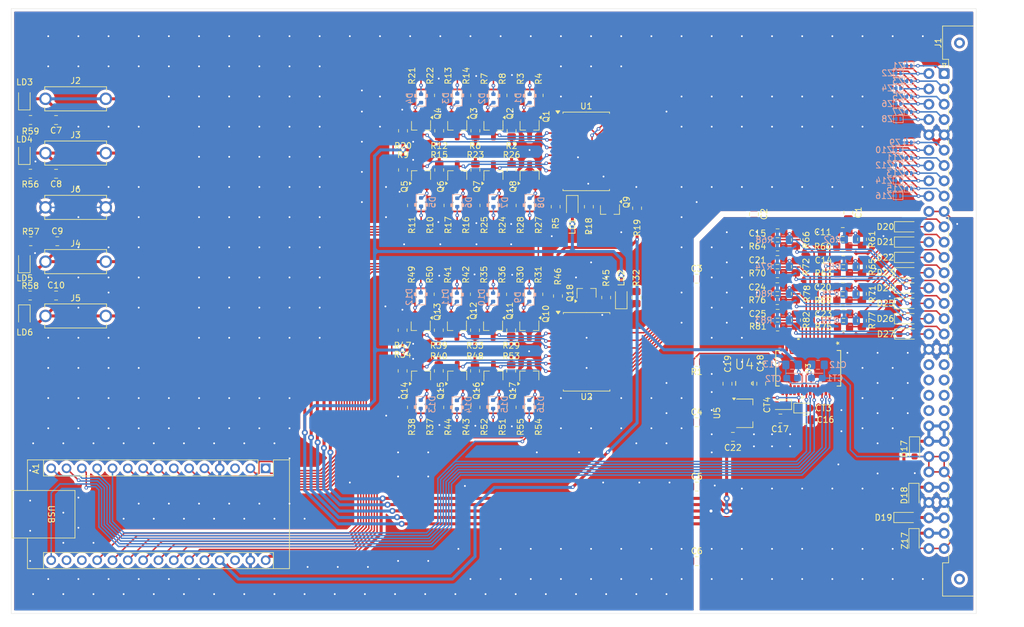
<source format=kicad_pcb>
(kicad_pcb (version 20241229) (generator "pcbnew") (generator_version "9.0")
  (layers (0 "F.Cu" signal) (2 "B.Cu" signal) (13 "F.Paste" user) (15 "B.Paste" user) (5 "F.SilkS" user "F.Silkscreen") (7 "B.SilkS" user "B.Silkscreen") (1 "F.Mask" user) (3 "B.Mask" user) (25 "Edge.Cuts" user))
  (net 0 "")
  (net 1 "/addr4")
  (net 2 "/data5")
  (net 3 "/addr3")
  (net 5 "GND2")
  (net 7 "/addr0")
  (net 8 "/data3")
  (net 9 "/addr6")
  (net 10 "/addr7")
  (net 11 "/data2")
  (net 12 "/data4")
  (net 13 "+12VP")
  (net 14 "/data7")
  (net 15 "/addr1")
  (net 16 "/data0")
  (net 17 "/data6")
  (net 19 "/addr5")
  (net 20 "/addr2")
  (net 21 "/data1")
  (net 22 "GND1")
  (net 23 "/ADC 16 bits 8 voies/COM1_IN")
  (net 24 "/ADC 16 bits 8 voies/COM2_IN")
  (net 25 "/ADC 16 bits 8 voies/COM3_IN")
  (net 26 "/ADC 16 bits 8 voies/COM4_IN")
  (net 27 "/ADC 16 bits 8 voies/COM0_IN")
  (net 28 "/ADC 16 bits 8 voies/COM5_IN")
  (net 29 "/ADC 16 bits 8 voies/COM6_IN")
  (net 30 "Net-(D1-A)")
  (net 31 "Net-(D2-A)")
  (net 32 "Net-(D3-A)")
  (net 33 "Net-(D4-A)")
  (net 34 "Net-(D5-A)")
  (net 35 "Net-(D6-A)")
  (net 36 "Net-(D7-A)")
  (net 37 "Net-(D8-A)")
  (net 38 "/ADC 16 bits 8 voies/COM7_IN")
  (net 39 "/ADC 16 bits 8 voies/CH1_IN")
  (net 40 "/ADC 16 bits 8 voies/CH3_IN")
  (net 41 "/ADC 16 bits 8 voies/CH0_IN")
  (net 42 "/ADC 16 bits 8 voies/CH4_IN")
  (net 43 "/ADC 16 bits 8 voies/CH5_IN")
  (net 44 "/ADC 16 bits 8 voies/CH7_IN")
  (net 45 "/ADC 16 bits 8 voies/CH6_IN")
  (net 48 "/ADC 16 bits 8 voies/CH2_IN")
  (net 50 "/Bus d’adresse/OUT5")
  (net 51 "/Bus d’adresse/OUT2")
  (net 53 "/Bus d’adresse/OUT1")
  (net 54 "/Bus donnée/OUT5")
  (net 56 "/Bus d’adresse/OUT3")
  (net 57 "/Bus donnée/OUT4")
  (net 58 "/Bus donnée/OUT2")
  (net 59 "/Bus d’adresse/OUT7")
  (net 60 "/Bus donnée/OUT3")
  (net 62 "/Bus d’adresse/OUT6")
  (net 63 "/Bus donnée/OUT0")
  (net 65 "/Bus d’adresse/OUT4")
  (net 66 "/Bus donnée/OUT7")
  (net 67 "/Bus donnée/OUT1")
  (net 69 "/Bus d’adresse/OUT0")
  (net 70 "Net-(LD1-K)")
  (net 71 "Net-(LD2-K)")
  (net 72 "Net-(LD4-K)")
  (net 73 "Net-(LD6-K)")
  (net 74 "Net-(Q1-B)")
  (net 75 "Net-(Q2-B)")
  (net 76 "Net-(Q3-B)")
  (net 77 "Net-(Q4-B)")
  (net 78 "Net-(Q5-B)")
  (net 79 "Net-(Q6-B)")
  (net 80 "Net-(Q7-B)")
  (net 81 "Net-(Q8-B)")
  (net 82 "Net-(Q9-B)")
  (net 83 "Net-(Q10-B)")
  (net 84 "Net-(LD3-K)")
  (net 85 "Net-(LD5-A)")
  (net 86 "/ioref")
  (net 87 "+5V")
  (net 88 "+15V")
  (net 89 "+5VARD")
  (net 90 "+3V3ARD")
  (net 91 "-15V")
  (net 92 "+5VA")
  (net 93 "Net-(U1-VCC)")
  (net 94 "/Bus d’adresse/bit1")
  (net 95 "/Bus d’adresse/bit2")
  (net 96 "/Bus d’adresse/bit3")
  (net 97 "/Bus d’adresse/bit4")
  (net 98 "/Bus d’adresse/bit5")
  (net 99 "/Bus d’adresse/bit0")
  (net 100 "/Bus d’adresse/bit6")
  (net 101 "/Bus d’adresse/bit7")
  (net 102 "Net-(Q18-B)")
  (net 103 "Net-(Q17-B)")
  (net 104 "Net-(Q16-B)")
  (net 105 "Net-(Q15-B)")
  (net 106 "Net-(Q14-B)")
  (net 107 "Net-(Q13-B)")
  (net 108 "Net-(Q12-B)")
  (net 109 "Net-(Q11-B)")
  (net 110 "Net-(D16-A)")
  (net 111 "Net-(D15-A)")
  (net 112 "Net-(D14-A)")
  (net 113 "Net-(D13-A)")
  (net 114 "Net-(D12-A)")
  (net 115 "Net-(D11-A)")
  (net 116 "Net-(D10-A)")
  (net 117 "Net-(D9-A)")
  (net 118 "/Bus donnée/bit1")
  (net 119 "/Bus donnée/bit2")
  (net 120 "/Bus donnée/bit3")
  (net 121 "/Bus donnée/bit4")
  (net 122 "/Bus donnée/bit5")
  (net 123 "/Bus donnée/bit0")
  (net 124 "/Bus donnée/bit6")
  (net 125 "/Bus donnée/bit7")
  (net 126 "/ADC 16 bits 8 voies/SPI_CS")
  (net 127 "/ADC 16 bits 8 voies/SPI_COPI")
  (net 128 "/ADC 16 bits 8 voies/SPI_CIPO")
  (net 129 "/ADC 16 bits 8 voies/SPI_SCK")
  (net 130 "/ADC 16 bits 8 voies/~{BUSY}")
  (net 131 "/ADC 16 bits 8 voies/ch1")
  (net 132 "/ADC 16 bits 8 voies/ch2")
  (net 133 "/ADC 16 bits 8 voies/ch3")
  (net 134 "/ADC 16 bits 8 voies/ch4")
  (net 135 "/ADC 16 bits 8 voies/ch0")
  (net 136 "/ADC 16 bits 8 voies/ch5")
  (net 137 "/ADC 16 bits 8 voies/ch6")
  (net 138 "/ADC 16 bits 8 voies/ch7")
  (net 139 "/Bus donnée/OUT6")
  (net 140 "Net-(U3-REFCOMP)")
  (net 141 "Net-(U3-VREF)")
  (net 142 "Net-(U2-VCC)")
  (net 143 "Net-(U3-ADC-)")
  (net 144 "Net-(U3-ADC+)")
  (net 147 "Net-(Q9-C)")
  (net 148 "Net-(Q18-C)")
  (footprint "Resistor_SMD:R_0805_2012Metric_Pad1.20x1.40mm_HandSolder" (layer "F.Cu") (at 156.819998 65.68 90)
    (property "Reference" "R2")
    (property "Value" "10k")
  )
  (footprint "connecteur_europe:DIN41612_B_2x32_Male_Horizontal_THT" (layer "F.Cu") (at 228.54 56.2 -90)
    (property "Reference" "J1")
    (property "Value" "DIN41612_02x32_AB")
  )
  (footprint "Resistor_SMD:R_0805_2012Metric_Pad1.20x1.40mm_HandSolder" (layer "F.Cu") (at 155.254 92.78819 -90)
    (property "Reference" "R36")
    (property "Value" "22k")
  )
  (footprint "Package_TO_SOT_SMD:SOT-23_Handsoldering" (layer "F.Cu") (at 141.809999 64.815 -90)
    (property "Reference" "Q4")
    (property "Value" "MMBT2222A")
  )
  (footprint "Diode_SMD:D_SOD-323_HandSoldering" (layer "F.Cu") (at 222.3 96.84)
    (property "Reference" "D26")
    (property "Value" "SMAJ12CA")
  )
  (footprint "Resistor_SMD:R_0805_2012Metric_Pad1.20x1.40mm_HandSolder" (layer "F.Cu") (at 146.309999 59.815 -90)
    (property "Reference" "R13")
    (property "Value" "10k")
  )
  (footprint "Resistor_SMD:R_0805_2012Metric_Pad1.20x1.40mm_HandSolder" (layer "F.Cu") (at 143.309999 59.815 -90)
    (property "Reference" "R22")
    (property "Value" "10k")
  )
  (footprint "Resistor_SMD:R_0805_2012Metric_Pad1.20x1.40mm_HandSolder" (layer "F.Cu") (at 203.95 83.775 90)
    (property "Reference" "R66")
    (property "Value" "1M")
  )
  (footprint "Resistor_SMD:R_0805_2012Metric_Pad1.20x1.40mm_HandSolder" (layer "F.Cu") (at 144.754 98.74319 90)
    (property "Reference" "R39")
    (property "Value" "10k")
  )
  (footprint "Capacitor_SMD:C_0805_2012Metric_Pad1.18x1.45mm_HandSolder" (layer "F.Cu") (at 200.925 82.675)
    (property "Reference" "C15")
    (property "Value" "1.5nF")
  )
  (footprint "Resistor_SMD:R_0805_2012Metric_Pad1.20x1.40mm_HandSolder" (layer "F.Cu") (at 161.254 92.78819 -90)
    (property "Reference" "R31")
    (property "Value" "22k")
  )
  (footprint "Resistor_SMD:R_0805_2012Metric_Pad1.20x1.40mm_HandSolder" (layer "F.Cu") (at 150.754 98.74319 90)
    (property "Reference" "R33")
    (property "Value" "10k")
  )
  (footprint "Resistor_SMD:R_0805_2012Metric_Pad1.20x1.40mm_HandSolder" (layer "F.Cu") (at 158.309999 59.815 -90)
    (property "Reference" "R3")
    (property "Value" "10k")
  )
  (footprint "LED_SMD:LED_0805_2012Metric_Pad1.15x1.40mm_HandSolder" (layer "F.Cu") (at 76.04 96.4025 -90)
    (property "Reference" "LD6")
    (property "Value" "LED_Small")
  )
  (footprint "Capacitor_SMD:C_0805_2012Metric_Pad1.18x1.45mm_HandSolder" (layer "F.Cu") (at 211.825 87.15)
    (property "Reference" "C14")
    (property "Value" "1.5nF")
  )
  (footprint "Resistor_SMD:R_0805_2012Metric_Pad1.20x1.40mm_HandSolder" (layer "F.Cu") (at 143.309999 78.065 90)
    (property "Reference" "R10")
    (property "Value" "10k")
  )
  (footprint "Resistor_SMD:R_0805_2012Metric_Pad1.20x1.40mm_HandSolder" (layer "F.Cu") (at 146.254 92.78819 -90)
    (property "Reference" "R41")
    (property "Value" "10k")
  )
  (footprint "Capacitor_SMD:C_0805_2012Metric_Pad1.18x1.45mm_HandSolder" (layer "F.Cu") (at 81.3 93 180)
    (property "Reference" "C10")
    (property "Value" "4.7µF")
  )
  (footprint "Resistor_SMD:R_0805_2012Metric_Pad1.20x1.40mm_HandSolder" (layer "F.Cu") (at 144.819998 72.18 -90)
    (property "Reference" "R15")
    (property "Value" "22k")
  )
  (footprint "Diode_SMD:D_SOD-323_HandSoldering" (layer "F.Cu") (at 222.3 89.22)
    (property "Reference" "D23")
    (property "Value" "SMAJ12CA")
  )
  (footprint "Resistor_SMD:R_0805_2012Metric_Pad1.20x1.40mm_HandSolder" (layer "F.Cu") (at 187.5 104 180)
    (property "Reference" "R1")
    (property "Value" "0")
  )
  (footprint "Package_TO_SOT_SMD:SOT-23_Handsoldering" (layer "F.Cu") (at 153.754 98.03819 -90)
    (property "Reference" "Q11")
    (property "Value" "MMBT2222A")
  )
  (footprint "Package_TO_SOT_SMD:SOT-23_Handsoldering" (layer "F.Cu") (at 153.809999 73.065 90)
    (property "Reference" "Q7")
    (property "Value" "MMBT2222A")
  )
  (footprint "Capacitor_SMD:C_0805_2012Metric_Pad1.18x1.45mm_HandSolder" (layer "F.Cu") (at 212.65 79.24 -90)
    (property "Reference" "C1")
    (property "Value" "C_Small")
  )
  (footprint "Package_TO_SOT_SMD:SOT-23_Handsoldering" (layer "F.Cu") (at 147.809999 73.065 90)
    (property "Reference" "Q6")
    (property "Value" "MMBT2222A")
  )
  (footprint "Package_TO_SOT_SMD:SOT-23_Handsoldering" (layer "F.Cu") (at 147.804 106.28819 90)
    (property "Reference" "Q15")
    (property "Value" "MMBT2222A")
  )
  (footprint "Resistor_SMD:R_0805_2012Metric_Pad1.20x1.40mm_HandSolder" (layer "F.Cu") (at 77 93 180)
    (property "Reference" "R58")
    (property "Value" "3.3k")
  )
  (footprint "Capacitor_SMD:C_0805_2012Metric_Pad1.18x1.45mm_HandSolder" (layer "F.Cu") (at 81.5 84)
    (property "Reference" "C9")
    (property "Value" "4.7µF")
  )
  (footprint "Resistor_SMD:R_0805_2012Metric_Pad1.20x1.40mm_HandSolder" (layer "F.Cu") (at 161.309999 59.815 -90)
    (property "Reference" "R4")
    (property "Value" "22k")
  )
  (footprint "Resistor_SMD:R_0805_2012Metric_Pad1.20x1.40mm_HandSolder" (layer "F.Cu") (at 150.819998 65.68 90)
    (property "Reference" "R6")
    (property "Value" "10k")
  )
  (footprint "Resistor_SMD:R_0805_2012Metric_Pad1.20x1.40mm_HandSolder" (layer "F.Cu") (at 138.754 105.49319 -90)
    (property "Reference" "R34")
    (property "Value" "10k")
  )
  (footprint "Resistor_SMD:R_0805_2012Metric_Pad1.20x1.40mm_HandSolder" (layer "F.Cu") (at 156.819998 72.18 -90)
    (property "Reference" "R26")
    (property "Value" "10k")
  )
  (footprint "Resistor_SMD:R_0805_2012Metric_Pad1.20x1.40mm_HandSolder" (layer "F.Cu") (at 138.819998 72.18 -90)
    (property "Reference" "R9")
    (property "Value" "10k")
  )
  (footprint "Diode_SMD:D_SOD-323_HandSoldering" (layer "F.Cu") (at 222.2 129.8)
    (property "Reference" "D19")
    (property "Value" "SMAJ15A")
  )
  (footprint "LED_SMD:LED_0805_2012Metric_Pad1.15x1.40mm_HandSolder" (layer "F.Cu") (at 166.88 78.27 -90)
    (property "Reference" "LD1")
    (property "Value" "LED")
  )
  (footprint "Resistor_SMD:R_0805_2012Metric_Pad1.20x1.40mm_HandSolder" (layer "F.Cu") (at 146.304 111.53819 90)
    (property "Reference" "R44")
    (property "Value" "22k")
  )
  (footprint "imported_components:HIRSCHMANN_930224100" (layer "F.Cu") (at 84.54 87.38)
    (property "Reference" "J4")
    (property "Value" "Conn_01x01")
  )
  (footprint "Diode_SMD:D_SOD-323_HandSoldering" (layer "F.Cu") (at 222.3 91.76)
    (property "Reference" "D24")
    (property "Value" "SMAJ12CA")
  )
  (footprint "Resistor_SMD:R_0805_2012Metric_Pad1.20x1.40mm_HandSolder" (layer "F.Cu") (at 158.309999 78.065 90)
    (property "Reference" "R28")
    (property "Value" "22k")
  )
  (footprint "Resistor_SMD:R_0805_2012Metric_Pad1.20x1.40mm_HandSolder" (layer "F.Cu") (at 138.754 98.74319 90)
    (property "Reference" "R47")
    (property "Value" "10k")
  )
  (footprint "Resistor_SMD:R_0805_2012Metric_Pad1.20x1.40mm_HandSolder" (layer "F.Cu") (at 214.925 88.25 90)
    (property "Reference" "R65")
    (property "Value" "1M")
  )
  (footprint "Resistor_SMD:R_0805_2012Metric_Pad1.20x1.40mm_HandSolder" (layer "F.Cu") (at 211.85 98.2 180)
    (property "Reference" "R75")
    (property "Value" "10k")
  )
  (footprint "Package_TO_SOT_SMD:SOT-23_Handsoldering" (layer "F.Cu") (at 159.809999 64.815 -90)
    (property "Reference" "Q1")
    (property "Value" "MMBT2222A")
  )
  (footprint "Package_TO_SOT_SMD:SOT-89-3_Handsoldering" (layer "F.Cu") (at 195.45986 112.52476)
    (property "Reference" "U5")
    (property "Value" "L78L05_SOT89")
  )
  (footprint "Diode_SMD:D_SOD-323_HandSoldering" (layer "F.Cu") (at 222.3 86.68)
    (property "Reference" "D22")
    (property "Value" "SMAJ12CA")
  )
  (footprint "Package_TO_SOT_SMD:SOT-23_Handsoldering" (layer "F.Cu") (at 141.809999 73.065 90)
    (property "Reference" "Q5")
    (property "Value" "MMBT2222A")
  )
  (footprint "Resistor_SMD:R_0805_2012Metric_Pad1.20x1.40mm_HandSolder" (layer "F.Cu") (at 156.754 105.49319 -90)
    (property "Reference" "R53")
    (property "Value" "10k")
  )
  (footprint "Resistor_SMD:R_0805_2012Metric_Pad1.20x1.40mm_HandSolder" (layer "F.Cu") (at 172.504 93.33319 -90)
    (property "Reference" "R45")
    (property "Value" "3.3k")
  )
  (footprint "Capacitor_SMD:C_0805_2012Metric_Pad1.18x1.45mm_HandSolder" (layer "F.Cu") (at 201.38798 113.38916 180)
    (property "Reference" "C17")
    (property "Value" "100nF")
  )
  (footprint "Capacitor_SMD:C_0805_2012Metric_Pad1.18x1.45mm_HandSolder" (layer "F.Cu") (at 205.46 113.58)
    (property "Reference" "C16")
    (property "Value" "100nF")
  )
  (footprint "LED_SMD:LED_0805_2012Metric_Pad1.15x1.40mm_HandSolder" (layer "F.Cu") (at 76.04 69.4025 90)
    (property "Reference" "LD4")
    (property "Value" "LED_Small")
  )
  (footprint "Diode_SMD:D_SOD-323_HandSoldering" (layer "F.Cu") (at 222.3 94.3)
    (property "Reference" "D25")
    (property "Value" "SMAJ12CA")
  )
  (footprint "Resistor_SMD:R_0805_2012Metric_Pad1.20x1.40mm_HandSolder" (layer "F.Cu") (at 140.309999 78.065 90)
    (property "Reference" "R11")
    (property "Value" "22k")
  )
  (footprint "Resistor_SMD:R_0805_2012Metric_Pad1.20x1.40mm_HandSolder" (layer "F.Cu") (at 146.359999 78.065 90)
    (property "Reference" "R17")
    (property "Value" "22k")
  )
  (footprint "Resistor_SMD:R_0805_2012Metric_Pad1.20x1.40mm_HandSolder" (layer "F.Cu") (at 214.925 83.675 90)
    (property "Reference" "R61")
    (property "Value" "1M")
  )
  (footprint "Package_TO_SOT_SMD:SOT-23_Handsoldering" (layer "F.Cu") (at 159.809999 73.065 90)
    (property "Reference" "Q8")
    (property "Value" "MMBT2222A")
  )
  (footprint "Diode_SMD:D_SOD-323_HandSoldering" (layer "F.Cu") (at 223.63 118.43 -90)
    (property "Reference" "D17")
    (property "Value" "SMAJ12A")
  )
  (footprint "Package_TO_SOT_SMD:SOT-23_Handsoldering" (layer "F.Cu") (at 173.13 78.77 -90)
    (property "Reference" "Q9")
    (property "Value" "MMBT2222A")
  )
  (footprint "Resistor_SMD:R_0805_2012Metric_Pad1.20x1.40mm_HandSolder" (layer "F.Cu") (at 155.309999 78.065 90)
    (property "Reference" "R24")
    (property "Value" "10k")
  )
  (footprint "Resistor_SMD:R_0805_2012Metric_Pad1.20x1.40mm_HandSolder" (layer "F.Cu") (at 155.309999 59.815 -90)
    (property "Reference" "R8")
    (property "Value" "22k")
  )
  (footprint "imported_components:SOT95P280X100-6N" (layer "F.Cu") (at 195.41836 107.56236 -90)
    (property "Reference" "U4")
    (property "Value" "LT6654AIS6-2.5_TRPBF")
  )
  (footprint "Capacitor_SMD:C_0805_2012Metric_Pad1.18x1.45mm_HandSolder" (layer "F.Cu") (at 193.50986 116.42476)
    (property "Reference" "C22")
    (property "Value" "100nF")
  )
  (footprint "Resistor_SMD:R_0805_2012Metric_Pad1.20x1.40mm_HandSolder" (layer "F.Cu") (at 149.309999 78.065 90)
    (property "Reference" "R16")
    (property "Value" "10k")
  )
  (footprint "Resistor_SMD:R_0805_2012Metric_Pad1.20x1.40mm_HandSolder" (layer "F.Cu") (at 203.95 92.7 90)
    (property "Reference" "R78")
    (property "Value" "1M")
  )
  (footprint "Resistor_SMD:R_0805_2012Metric_Pad1.20x1.40mm_HandSolder" (layer "F.Cu") (at 161.309999 78.065 90)
    (property "Reference" "R27")
    (property "Value" "10k")
  )
  (footprint "Capacitor_SMD:C_0805_2012Metric_Pad1.18x1.45mm_HandSolder" (layer "F.Cu") (at 200.875 91.625)
    (property "Reference" "C24")
    (property "Value" "1.5nF")
  )
  (footprint "Package_TO_SOT_SMD:SOT-23_Handsoldering" (layer "F.Cu") (at 169.254 92.58319 90)
    (property "Reference" "Q18")
    (property "Value" "MMBT2222A")
  )
  (footprint "Package_SO:SOIC-20W_7.5x12.8mm_P1.27mm" (layer "F.Cu") (at 169.2 69.1)
    (property "Reference" "U1")
    (property "Value" "74AHC541")
  )
  (footprint "Package_TO_SOT_SMD:SOT-23_Handsoldering" (layer "F.Cu") (at 153.809999 64.815 -90)
    (property "Reference" "Q2")
    (property "Value" "MMBT2222A")
  )
  (footprint "Package_TO_SOT_SMD:SOT-23_Handsoldering" (layer "F.Cu") (at 153.804 106.28819 90)
    (property "Reference" "Q16")
    (property "Value" "MMBT2222A")
  )
  (footprint "Resistor_SMD:R_0805_2012Metric_Pad1.20x1.40mm_HandSolder" (layer "F.Cu") (at 158.254 92.78819 -90)
    (property "Reference" "R30")
    (property "Value" "10k")
  )
  (footprint "imported_components:SSOP-28_G" (layer "F.Cu") (at 205.99892 105.05696 -90)
    (property "Reference" "U3")
    (property "Value" "LTC1859IG_PBF")
  )
  (footprint "Capacitor_SMD:C_0805_2012Metric_Pad1.18x1.45mm_HandSolder" (layer "F.Cu") (at 187.5 114)
    (property "Reference" "C4")
    (property "Value" "C_Small")
  )
  (footprint "Resistor_SMD:R_0805_2012Metric_Pad1.20x1.40mm_HandSolder" (layer "F.Cu") (at 169.63 78.27 90)
    (property "Reference" "R18")
    (property "Value" "3.3k")
  )
  (footprint "imported_components:HIRSCHMANN_930224100" (layer "F.Cu") (at 84.54 78.38)
    (property "Reference" "J6")
    (property "Value" "Conn_01x01")
  )
  (footprint "Resistor_SMD:R_0805_2012Metric_Pad1.20x1.40mm_HandSolder" (layer "F.Cu") (at 155.304 111.53819 90)
    (property "Reference" "R51")
    (property "Value" "10k")
  )
  (footprint "Resistor_SMD:R_0805_2012Metric_Pad1.20x1.40mm_HandSolder" (layer "F.Cu") (at 152.304 111.53819 90)
    (property "Reference" "R52")
    (property "Value" "22k")
  )
  (footprint "Resistor_SMD:R_0805_2012Metric_Pad1.20x1.40mm_HandSolder" (layer "F.Cu") (at 211.725 84.875 180)
    (property "Reference" "R60")
    (property "Value" "10k")
  )
  (footprint "Resistor_SMD:R_0805_2012Metric_Pad1.20x1.40mm_HandSolder" (layer "F.Cu") (at 177.504 93.33319 90)
    (property "Reference" "R32")
    (property "Value" "0")
  )
  (footprint "Resistor_SMD:R_0805_2012Metric_Pad1.20x1.40mm_HandSolder" (layer "F.Cu") (at 200.925 84.85 180)
    (property "Reference" "R64")
    (property "Value" "10k")
  )
  (footprint "Resistor_SMD:R_0805_2012Metric_Pad1.20x1.40mm_HandSolder" (layer "F.Cu") (at 211.825 89.3 180)
    (property "Reference" "R63")
    (property "Value" "10k")
  )
  (footprint "Capacitor_SMD:C_0805_2012Metric_Pad1.18x1.45mm_HandSolder" (layer "F.Cu") (at 198.20986 107.62476 90)
    (property "Reference" "C18")
    (property "Value" "100nF")
  )
  (footprint "Resistor_SMD:R_0805_2012Metric_Pad1.20x1.40mm_HandSolder" (layer "F.Cu") (at 203.95 88.225 90)
    (property "Reference" "R72")
    (property "Value" "1M")
  )
  (footprint "Module:Arduino_Nano" (layer "F.Cu") (at 116.05 121.64 -90)
    (property "Reference" "A1")
    (property "Value" "Arduino_Nano_v3.x")
  )
  (footprint "Resistor_SMD:R_0805_2012Metric_Pad1.20x1.40mm_HandSolder" (layer "F.Cu") (at 149.254 92.78819 -90)
    (property "Reference" "R42")
    (property "Value" "22k")
  )
  (footprint "Resistor_SMD:R_0805_2012Metric_Pad1.20x1.40mm_HandSolder" (layer "F.Cu") (at 211.75 93.825 180)
    (property "Reference" "R69")
    (property "Value" "10k")
  )
  (footprint "Resistor_SMD:R_0805_2012Metric_Pad1.20x1.40mm_HandSolder" (layer "F.Cu") (at 140.304 111.53819 90)
    (property "Reference" "R38")
    (property "Value" "22k")
  )
  (footprint "LED_SMD:LED_0805_2012Metric_Pad1.15x1.40mm_HandSolder" (layer "F.Cu") (at 76.04 60.3575 90)
    (property "Reference" "LD3")
    (property "Value" "LED_Small")
  )
  (footprint "Resistor_SMD:R_0805_2012Metric_Pad1.20x1.40mm_HandSolder" (layer "F.Cu") (at 200.875 93.75 180)
    (property "Reference" "R76")
    (property "Value" "10k")
  )
  (footprint "Package_TO_SOT_SMD:SOT-23_Handsoldering" (layer "F.Cu") (at 159.754 106.28819 90)
    (property "Reference" "Q17")
    (property "Value" "MMBT2222A")
  )
  (footprint "LED_SMD:LED_0805_2012Metric_Pad1.15x1.40mm_HandSolder" (layer "F.Cu") (at 175.004 93.33319 90)
    (property "Reference" "LD2")
    (property "Value" "LED")
  )
  (footprint "Capacitor_SMD:C_0805_2012Metric_Pad1.18x1.45mm_HandSolder" (layer "F.Cu") (at 187.53 137.04)
    (property "Reference" "C6")
    (property "Value" "C_Small")
  )
  (footprint "Capacitor_SMD:C_0805_2012Metric_Pad1.18x1.45mm_HandSolder" (layer "F.Cu") (at 192.60986 107.62476 90)
    (property "Reference" "C19")
    (property "Value" "10µF")
  )
  (footprint "Diode_SMD:D_SOD-323_HandSoldering" (layer "F.Cu") (at 223.52 126.14 -90)
    (property "Reference" "D18")
    (property "Value" "SMAJ15A")
  )
  (footprint "Resistor_SMD:R_0805_2012Metric_Pad1.20x1.40mm_HandSolder" (layer "F.Cu") (at 144.754 105.49319 -90)
    (property "Reference" "R40")
    (property "Value" "10k")
  )
  (footprint "Resistor_SMD:R_0805_2012Metric_Pad1.20x1.40mm_HandSolder" (layer "F.Cu") (at 164.504 93.08319 -90)
    (property "Reference" "R46")
    (property "Value" "22k")
  )
  (footprint "Resistor_SMD:R_0805_2012Metric_Pad1.20x1.40mm_HandSolder" (layer "F.Cu") (at 140.309999 59.815 -90)
    (property "Reference" "R21")
    (property "Value" "10k")
  )
  (footprint "Resistor_SMD:R_0805_2012Metric_Pad1.20x1.40mm_HandSolder" (layer "F.Cu") (at 150.819998 72.18 -90)
    (property "Reference" "R23")
    (property "Value" "22k")
  )
  (footprint "Capacitor_SMD:C_0805_2012Metric_Pad1.18x1.45mm_HandSolder" (layer "F.Cu") (at 81.3 72.81 180)
    (property "Reference" "C8")
    (property "Value" "4.7µF")
  )
  (footprint "Capacitor_SMD:C_0805_2012Metric_Pad1.18x1.45mm_HandSolder" (layer "F.Cu") (at 211.85 96.05)
    (property "Reference" "C23")
    (property "Value" "1.5nF")
  )
  (footprint "Resistor_SMD:R_0805_2012Metric_Pad1.20x1.40mm_HandSolder" (layer "F.Cu") (at 161.304 111.53819 90)
    (property "Reference" "R54")
    (property "Value" "10k")
  )
  (footprint "Capacitor_SMD:C_0805_2012Metric_Pad1.18x1.45mm_HandSolder" (layer "F.Cu") (at 187.5 90.21)
    (property "Reference" "C3")
    (property "Value" "C_Small")
  )
  (footprint "Resistor_SMD:R_0805_2012Metric_Pad1.20x1.40mm_HandSolder" (layer "F.Cu") (at 77.1 84 180)
    (property "Reference" "R57")
    (property "Value" "5.1k")
  )
  (footprint "Resistor_SMD:R_0805_2012Metric_Pad1.20x1.40mm_HandSolder" (layer "F.Cu") (at 158.304 111.53819 90)
    (property "Reference" "R55")
    (property "Value" "22k")
  )
  (footprint "Capacitor_Tantalum_SMD:CP_EIA-2012-12_Kemet-R" (layer "F.Cu") (at 205.33 111.66)
    (property "Reference" "CT3")
    (property "Value" "10µF")
  )
  (footprint "Diode_SMD:D_SOD-323_HandSoldering" (layer "F.Cu") (at 222.3 81.6)
    (property "Reference" "D20")
    (property "Value" "PESD12VL1BA")
  )
  (footprint "Capacitor_SMD:C_0805_2012Metric_Pad1.18x1.45mm_HandSolder" (layer "F.Cu") (at 200.9 87.125)
    (property "Reference" "C21")
    (property "Value" "1.5nF")
  )
  (footprint "Resistor_SMD:R_0805_2012Metric_Pad1.20x1.40mm_HandSolder" (layer "F.Cu") (at 143.254 92.78819 -90)
    (property "Reference" "R50")
    (property "Value" "22k")
  )
  (footprint "Resistor_SMD:R_0805_2012Metric_Pad1.20x1.40mm_HandSolder" (layer "F.Cu") (at 77.04 72.8)
    (property "Reference" "R56")
    (property "Value" "5.1k")
  )
  (footprint "Capacitor_SMD:C_0805_2012Metric_Pad1.18x1.45mm_HandSolder" (layer "F.Cu") (at 200.925 96.025)
    (property "Reference" "C25")
    (property "Value" "1.5nF")
  )
  (footprint "Capacitor_SMD:C_0805_2012Metric_Pad1.18x1.45mm_HandSolder" (layer "F.Cu") (at 211.75 91.625)
    (property "Reference" "C20")
    (property "Value" "1.5nF")
  )
  (footprint "Resistor_SMD:R_0805_2012Metric_Pad1.20x1.40mm_HandSolder" (layer "F.Cu") (at 214.9 92.725 90)
    (property "Reference" "R71")
    (property "Value" "1M")
  )
  (footprint "imported_components:HIRSCHMANN_930224100" (layer "F.Cu") (at 84.54 60.38)
    (property "Reference" "J2")
    (property "Value" "Conn_01x01")
  )
  (footprint "Package_TO_SOT_SMD:SOT-23_Handsoldering" (layer "F.Cu") (at 147.809999 64.815 -90)
    (property "Reference" "Q3")
    (property "Value" "MMBT2222A")
  )
  (footprint "Resistor_SMD:R_0805_2012Metric_Pad1.20x1.40mm_HandSolder" (layer "F.Cu") (at 143.304 111.53819 90)
    (property "Reference" "R37")
    (property "Value" "10k")
  )
  (footprint "Diode_SMD:D_SOD-323_HandSoldering" (layer "F.Cu") (at 222.3 84.14)
    (property "Reference" "D21")
    (property "Value" "SMAJ12CA")
  )
  (footprint "Package_TO_SOT_SMD:SOT-23_Handsoldering" (layer "F.Cu") (at 159.754 98.03819 -90)
    (property "Reference" "Q10")
    (property "Value" "MMBT2222A")
  )
  (footprint "Resistor_SMD:R_0805_2012Metric_Pad1.20x1.40mm_HandSolder" (layer "F.Cu") (at 144.819998 65.68 90)
    (property "Reference" "R12")
    (property "Value" "10k")
  )
  (footprint "Resistor_SMD:R_0805_2012Metric_Pad1.20x1.40mm_HandSolder" (layer "F.Cu") (at 149.304 111.53819 90)
    (property "Reference" "R43")
    (property "Value" "10k")
  )
  (footprint "Resistor_SMD:R_0805_2012Metric_Pad1.20x1.40mm_HandSolder" (layer "F.Cu") (at 214.9 97.15 90)
    (property "Reference" "R77")
    (property "Value" "1M")
  )
  (footprint "Capacitor_SMD:C_0805_2012Metric_Pad1.18x1.45mm_HandSolder" (layer "F.Cu") (at 187.53 124.68)
    (property "Reference" "C5")
    (property "Value" "C_Small")
  )
  (footprint "Package_TO_SOT_SMD:SOT-23_Handsoldering" (layer "F.Cu") (at 141.804 106.28819 90)
    (property "Reference" "Q14")
    (property "Value" "MMBT2222A")
  )
  (footprint "Package_TO_SOT_SMD:SOT-23_Handsoldering" (layer "F.Cu") (at 147.754 98.03819 -90)
    (property "Reference" "Q12")
    (property "Value" "MMBT2222A")
  )
  (footprint "Resistor_SMD:R_0805_2012Metric_Pad1.20x1.40mm_HandSolder" (layer "F.Cu") (at 140.254 92.78819 -90)
    (property "Reference" "R49")
    (property "Value" "10k")
  )
  (footprint "Resistor_SMD:R_0805_2012Metric_Pad1.20x1.40mm_HandSolder" (layer "F.Cu") (at 164.13 78.27 -90)
    (property "Reference" "R5")
    (property "Value" "0")
  )
  (footprint "Resistor_SMD:R_0805_2012Metric_Pad1.20x1.40mm_HandSolder" (layer "F.Cu") (at 138.819998 65.68 90)
    (property "Reference" "R20")
    (property "Value" "10k")
  )
  (footprint "Diode_SMD:D_SOD-323_HandSoldering" (layer "F.Cu") (at 223.54 133.65 -90)
    (property "Reference" "Z17")
    (property "Value" "PESD5V0L1UA")
  )
  (footprint "Capacitor_Tantalum_SMD:CP_EIA-2012-12_Kemet-R" (layer "F.Cu") (at 201.52548 111.08916 180)
    (property "Reference" "CT4")
    (property "Value" "10µF")
  )
  (footprint "Resistor_SMD:R_0805_2012Metric_Pad1.20x1.40mm_HandSolder" (layer "F.Cu") (at 203.975 97.075 90)
    (property "Reference" "R82")
    (property "Value" "1M")
  )
  (footprint "Resistor_SMD:R_0805_2012Metric_Pad1.20x1.40mm_HandSolder" (layer "F.Cu") (at 200.925 98.125 180)
    (property "Reference" "R81")
    (property "Value" "10k")
  )
  (footprint "Resistor_SMD:R_0805_2012Metric_Pad1.20x1.40mm_HandSolder" (layer "F.Cu") (at 156.754 98.74319 90)
    (property "Reference" "R29")
    (property "Value" "10k")
  )
  (footprint "Capacitor_SMD:C_0805_2012Metric_Pad1.18x1.45mm_HandSolder" (layer "F.Cu") (at 211.725 82.475)
    (property "Reference" "C11")
    (property "Value" "1.5nF")
  )
  (footprint "Resistor_SMD:R_0805_2012Metric_Pad1.20x1.40mm_HandSolder" (layer "F.Cu") (at 152.309999 59.815 -90)
    (property "Reference" "R7")
    (property "Value" "10k")
  )
  (footprint "Resistor_SMD:R_0805_2012Metric_Pad1.20x1.40mm_HandSolder" (layer "F.Cu") (at 149.309999 59.815 -90)
    (property "Reference" "R14")
    (property "Value" "10k")
  )
  (footprint "Capacitor_SMD:C_0805_2012Metric_Pad1.18x1.45mm_HandSolder" (layer "F.Cu") (at 197 79.5 -90)
    (property "Reference" "C2")
    (property "Value" "C_Small")
  )
  (footprint "Package_TO_SOT_SMD:SOT-23_Handsoldering" (layer "F.Cu") (at 141.754 98.03819 -90)
    (property "Reference" "Q13")
    (property "Value" "MMBT2222A")
  )
  (footprint "Resistor_SMD:R_0805_2012Metric_Pad1.20x1.40mm_HandSolder" (layer "F.Cu") (at 152.309999 78.065 90)
    (property "Reference" "R25")
    (property "Value" "22k")
  )
  (footprint "imported_components:HIRSCHMANN_930224100" (layer "F.Cu") (at 84.54 69.38)
    (property "Reference" "J3")
    (property "Value" "Conn_01x01")
  )
  (footprint "Resistor_SMD:R_0805_2012Metric_Pad1.20x1.40mm_HandSolder" (layer "F.Cu") (at 77.06 63.89)
    (property "Reference" "R59")
    (property "Value" "5.1k")
  )
  (footprint "imported_components:HIRSCHMANN_930224100" (layer "F.Cu") (at 84.54 96.38)
    (property "Reference" "J5")
    (property "Value" "Conn_01x01")
  )
  (footprint "Capacitor_SMD:C_0805_2012Metric_Pad1.18x1.45mm_HandSolder" (layer "F.Cu") (at 81.2975 63.9 180)
    (property "Reference" "C7")
    (property "Value" "4.7µF")
  )
  (footprint "Resistor_SMD:R_0805_2012Metric_Pad1.20x1.40mm_HandSolder" (layer "F.Cu") (at 177.63 78.52 90)
    (property "Reference" "R19")
    (property "Value" "22k")
  )
  (footprint "Diode_SMD:D_SOD-323_HandSoldering" (layer "F.Cu") (at 222.35 99.38)
    (property "Reference" "D27")
    (property "Value" "SMAJ12CA")
  )
  (footprint "Resistor_SMD:R_0805_2012Metric_Pad1.20x1.40mm_HandSolder" (layer "F.Cu") (at 152.254 92.78819 -90)
    (property "Reference" "R35")
    (property "Value" "10k")
  )
  (footprint "Resistor_SMD:R_0805_2012Metric_Pad1.20x1.40mm_HandSolder" (layer "F.Cu") (at 200.9 89.3 180)
    (property "Reference" "R70")
    (property "Value" "10k")
  )
  (footprint "Resistor_SMD:R_0805_2012Metric_Pad1.20x1.40mm_HandSolder" (layer "F.Cu") (at 150.754 105.49319 -90)
    (property "Reference" "R48")
    (property "Value" "10k")
  )
  (footprint "LED_SMD:LED_0805_2012Metric_Pad1.15x1.40mm_HandSolder" (layer "F.Cu") (at 76.04 87.3575 90)
    (property "Reference" "LD5")
    (property "Value" "LED_Small")
  )
  (footprint "Package_SO:SOIC-20W_7.5x12.8mm_P1.27mm" (layer "F.Cu") (at 169.254 102.33319)
    (property "Reference" "U2")
    (property "Value" "74AHC541")
  )
  (footprint "PCM_Diode_SMD_Handsoldering_AKL:D_SOD-523" (layer "B.Cu") (at 147.809999 77.565 90)
    (property "Reference" "D6")
    (property "Value" "1N4148WT" (hide yes))
  )
  (footprint "PCM_Diode_SMD_Handsoldering_AKL:D_SOD-882_DFN1006-2_TVS" (layer "B.Cu") (at 220.942909 61.225 180)
    (property "Reference" "Z6")
    (property "Value" "PESD5V0L1UL" (hide yes))
  )
  (footprint "Resistor_SMD:R_0805_2012Metric_Pad1.20x1.40mm_HandSolder" (layer "B.Cu") (at 201.875 88.225 180)
    (property "Reference" "R74")
    (property "Value" "100")
  )
  (footprint "PCM_Diode_SMD_Handsoldering_AKL:D_SOD-523" (layer "B.Cu") (at 141.809999 60.315 -90)
    (property "Reference" "D4")
    (property "Value" "1N4148WT" (hide yes))
  )
  (footprint "Resistor_SMD:R_0805_2012Metric_Pad1.20x1.40mm_HandSolder" (layer "B.Cu") (at 201.875 92.7 180)
    (property "Reference" "R80")
    (property "Value" "100")
  )
  (footprint "PCM_Diode_SMD_Handsoldering_AKL:D_SOD-882_DFN1006-2_TVS" (layer "B.Cu") (at 220.942909 58.630289 180)
    (property "Reference" "Z4")
    (property "Value" "PESD5V0L1UL" (hide yes))
  )
  (footprint "PCM_Diode_SMD_Handsoldering_AKL:D_SOD-882_DFN1006-2_TVS" (layer "B.Cu") (at 222.729491 67.625 180)
    (property "Reference" "Z9")
    (property "Value" "PESD5V0L1UL" (hide yes))
  )
  (footprint "PCM_Diode_SMD_Handsoldering_AKL:D_SOD-882_DFN1006-2_TVS" (layer "B.Cu") (at 222.729491 75.25 180)
    (property "Reference" "Z15")
    (property "Value" "PESD5V0L1UL" (hide yes))
  )
  (footprint "Capacitor_Tantalum_SMD:CP_EIA-2012-12_Kemet-R" (layer "B.Cu") (at 207.42548 106.68916)
    (property "Reference" "CT1")
    (property "Value" "10µF")
  )
  (footprint "Capacitor_SMD:C_0805_2012Metric_Pad1.18x1.45mm_HandSolder" (layer "B.Cu") (at 203.32548 104.48916 180)
    (property "Reference" "C13")
    (property "Value" "100nF")
  )
  (footprint "PCM_Diode_SMD_Handsoldering_AKL:D_SOD-882_DFN1006-2_TVS" (layer "B.Cu") (at 222.72791 60.010289 180)
    (property "Reference" "Z5")
    (property "Value" "PESD5V0L1UL" (hide yes))
  )
  (footprint "Resistor_SMD:R_0805_2012Metric_Pad1.20x1.40mm_HandSolder" (layer "B.Cu") (at 212.925 92.8 180)
    (property "Reference" "R73")
    (property "Value" "100")
  )
  (footprint "PCM_Diode_SMD_Handsoldering_AKL:D_SOD-523" (layer "B.Cu") (at 147.754 111.08819 90)
    (property "Reference" "D14")
    (property "Value" "1N4148WT" (hide yes))
  )
  (footprint "PCM_Diode_SMD_Handsoldering_AKL:D_SOD-523" (layer "B.Cu") (at 159.754 93.28819 -90)
    (property "Reference" "D9")
    (property "Value" "1N4148WT" (hide yes))
  )
  (footprint "PCM_Diode_SMD_Handsoldering_AKL:D_SOD-882_DFN1006-2_TVS" (layer "B.Cu") (at 222.71791 62.55 180)
    (property "Reference" "Z7")
    (property "Value" "PESD5V0L1UL" (hide yes))
  )
  (footprint "PCM_Diode_SMD_Handsoldering_AKL:D_SOD-523" (layer "B.Cu") (at 141.754 93.23819 -90)
    (property "Reference" "D12")
    (property "Value" "1N4148WT" (hide yes))
  )
  (footprint "PCM_Diode_SMD_Handsoldering_AKL:D_SOD-882_DFN1006-2_TVS" (layer "B.Cu") (at 222.72791 57.45 180)
    (property "Reference" "Z3")
    (property "Value" "PESD5V0L1UL" (hide yes))
  )
  (footprint "PCM_Diode_SMD_Handsoldering_AKL:D_SOD-523" (layer "B.Cu") (at 159.809999 77.565 90)
    (property "Reference" "D8")
    (property "Value" "1N4148WT" (hide yes))
  )
  (footprint "PCM_Diode_SMD_Handsoldering_AKL:D_SOD-882_DFN1006-2_TVS" (layer "B.Cu") (at 222.729491 70.175 180)
    (property "Reference" "Z11")
    (property "Value" "PESD5V0L1UL" (hide yes))
  )
  (footprint "PCM_Diode_SMD_Handsoldering_AKL:D_SOD-523" (layer "B.Cu") (at 159.754 111.03819 90)
    (property "Reference" "D16")
    (property "Value" "1N4148WT" (hide yes))
  )
  (footprint "PCM_Diode_SMD_Handsoldering_AKL:D_SOD-523" (layer "B.Cu") (at 153.809999 77.565 90)
    (property "Reference" "D7")
    (property "Value" "1N4148WT" (hide yes))
  )
  (footprint "PCM_Diode_SMD_Handsoldering_AKL:D_SOD-523" (layer "B.Cu") (at 159.809999 60.315 -90)
    (property "Reference" "D1")
    (property "Value" "1N4148WT" (hide yes))
  )
  (footprint "PCM_Diode_SMD_Handsoldering_AKL:D_SOD-523" (layer "B.Cu") (at 147.809999 60.265 -90)
    (property "Reference" "D3")
    (property "Value" "1N4148WT" (hide yes))
  )
  (footprint "PCM_Diode_SMD_Handsoldering_AKL:D_SOD-523" (layer "B.Cu") (at 141.754 111.03819 90)
    (property "Reference" "D13")
    (property "Value" "1N4148WT" (hide yes))
  )
  (footprint "Capacitor_SMD:C_0805_2012Metric_Pad1.18x1.45mm_HandSolder" (layer "B.Cu") (at 207.62548 104.48916)
    (property "Reference" "C12")
    (property "Value" "100nF")
  )
  (footprint "PCM_Diode_SMD_Handsoldering_AKL:D_SOD-882_DFN1006-2_TVS" (layer "B.Cu") (at 220.942909 56.130289 180)
    (property "Reference" "Z2")
    (property "Value" "PESD5V0L1UL" (hide yes))
  )
  (footprint "Capacitor_Tantalum_SMD:CP_EIA-2012-12_Kemet-R" (layer "B.Cu") (at 203.32548 106.68916 180)
    (property "Reference" "CT2")
    (property "Value" "10µF")
  )
  (footprint "Resistor_SMD:R_0805_2012Metric_Pad1.20x1.40mm_HandSolder" (layer "B.Cu") (at 213 83.675 180)
    (property "Reference" "R62")
    (property "Value" "100")
  )
  (footprint "Resistor_SMD:R_0805_2012Metric_Pad1.20x1.40mm_HandSolder" (layer "B.Cu") (at 201.875 97.125 180)
    (property "Reference" "R83")
    (property "Value" "100")
  )
  (footprint "Resistor_SMD:R_0805_2012Metric_Pad1.20x1.40mm_HandSolder" (layer "B.Cu") (at 212.975 97.175 180)
    (property "Reference" "R79")
    (property "Value" "100")
  )
  (footprint "PCM_Diode_SMD_Handsoldering_AKL:D_SOD-523" (layer "B.Cu") (at 153.809999 60.315 -90)
    (property "Reference" "D2")
    (property "Value" "1N4148WT" (hide yes))
  )
  (footprint "Resistor_SMD:R_0805_2012Metric_Pad1.20x1.40mm_HandSolder" (layer "B.Cu") (at 212.95 88.25 180)
    (property "Reference" "R67")
    (property "Value" "100")
  )
  (footprint "PCM_Diode_SMD_Handsoldering_AKL:D_SOD-523" (layer "B.Cu") (at 147.754 93.28819 -90)
    (property "Reference" "D11")
    (property "Value" "1N4148WT" (hide yes))
  )
  (footprint "Resistor_SMD:R_0805_2012Metric_Pad1.20x1.40mm_HandSolder" (layer "B.Cu") (at 201.875 83.775 180)
    (property "Reference" "R68")
    (property "Value" "100")
  )
  (footprint "PCM_Diode_SMD_Handsoldering_AKL:D_SOD-882_DFN1006-2_TVS" (layer "B.Cu") (at 222.725 54.9 180)
    (property "Reference" "Z1")
    (property "Value" "PESD5V0L1UL" (hide yes))
  )
  (footprint "PCM_Diode_SMD_Handsoldering_AKL:D_SOD-882_DFN1006-2_TVS" (layer "B.Cu") (at 220.892812 68.85664 180)
    (property "Reference" "Z10")
    (property "Value" "PESD5V0L1UL" (hide yes))
  )
  (footprint "PCM_Diode_SMD_Handsoldering_AKL:D_SOD-882_DFN1006-2_TVS" (layer "B.Cu") (at 220.892812 71.393783 180)
    (property "Reference" "Z12")
    (property "Value" "PESD5V0L1UL" (hide yes))
  )
  (footprint "PCM_Diode_SMD_Handsoldering_AKL:D_SOD-882_DFN1006-2_TVS" (layer "B.Cu") (at 220.892812 73.930926 180)
    (property "Reference" "Z14")
    (property "Value" "PESD5V0L1UL" (hide yes))
  )
  (footprint "PCM_Diode_SMD_Handsoldering_AKL:D_SOD-523" (layer "B.Cu") (at 153.754 111.03819 90)
    (property "Reference" "D15")
    (property "Value" "1N4148WT" (hide yes))
  )
  (footprint "PCM_Diode_SMD_Handsoldering_AKL:D_SOD-882_DFN1006-2_TVS" (layer "B.Cu") (at 220.892812 76.468069 180)
    (property "Reference" "Z16")
    (property "Value" "PESD5V0L1UL" (hide yes))
  )
  (footprint "PCM_Diode_SMD_Handsoldering_AKL:D_SOD-523" (layer "B.Cu") (at 153.754 93.28819 -90)
    (property "Reference" "D10")
    (property "Value" "1N4148WT" (hide yes))
  )
  (footprint "PCM_Diode_SMD_Handsoldering_AKL:D_SOD-523" (layer "B.Cu") (at 141.809999 77.515 90)
    (property "Reference" "D5")
    (property "Value" "1N4148WT" (hide yes))
  )
  (footprint "PCM_Diode_SMD_Handsoldering_AKL:D_SOD-882_DFN1006-2_TVS" (layer "B.Cu") (at 220.942909 63.730289 180)
    (property "Reference" "Z8")
    (property "Value" "PESD5V0L1UL" (hide yes))
  )
  (footprint "PCM_Diode_SMD_Handsoldering_AKL:D_SOD-882_DFN1006-2_TVS" (layer "B.Cu") (at 222.729491 72.7 180)
    (property "Reference" "Z13")
    (property "Value" "PESD5V0L1UL" (hide yes))
  )
  (gr_rect (start 73.86 45.42) (end 233.86 145.72) (stroke (width 0.05)) (fill no) (layer "Edge.Cuts"))
  (segment (start 140.859 115.213191) (end 141.729004 114.343191) (width 0.25) (layer "F.Cu") (net 1))
  (segment (start 135.116813 115.213198) (end 140.859 115.213191) (width 0.25) (layer "F.Cu") (net 1))
  (segment (start 100.956002 134.194005) (end 130.572853 134.194) (width 0.25) (layer "F.Cu") (net 1))
  (segment (start 141.729027 113.213201) (end 141.779 113.16319) (width 0.25) (layer "F.Cu") (net 1))
  (segment (start 133.159998 117.169999) (end 135.116813 115.213198) (width 0.25) (layer "F.Cu") (net 1))
  (segment (start 141.729004 114.343191) (end 141.729027 113.213201) (width 0.25) (layer "F.Cu") (net 1))
  (segment (start 133.159998 117.169999) (end 133.160014 131.606859) (width 0.25) (layer "F.Cu") (net 1))
  (segment (start 130.572853 134.194) (end 133.160014 131.606859) (width 0.25) (layer "F.Cu") (net 1))
  (segment (start 100.956002 134.194005) (end 98.27 136.88) (width 0.25) (layer "F.Cu") (net 1))
  (via (at 141.779 113.16319) (size 0.6) (drill 0.3) (layers "F.Cu" "B.Cu") (net 1))
  (segment (start 141.779 113.16319) (end 141.779002 111.763189) (width 0.25) (layer "B.Cu") (net 1))
  (segment (start 141.779002 111.763189) (end 141.754 111.73819) (width 0.25) (layer "B.Cu") (net 1))
  (segment (start 146.778999 82.040998) (end 147.79 81.03) (width 0.25) (layer "F.Cu") (net 2))
  (segment (start 129.991007 120.288048) (end 129.991001 83.876808) (width 0.25) (layer "F.Cu") (net 2))
  (segment (start 129.991007 120.288048) (end 125.996036 124.282979) (width 0.25) (layer "F.Cu") (net 2))
  (segment (start 131.826805 82.040992) (end 146.778999 82.040998) (width 0.25) (layer "F.Cu") (net 2))
  (segment (start 147.79 79.724142) (end 147.79 81.03) (width 0.25) (layer "F.Cu") (net 2))
  (segment (start 129.991001 83.876808) (end 131.826805 82.040992) (width 0.25) (layer "F.Cu") (net 2))
  (segment (start 100.913 124.282999) (end 98.27 121.64) (width 0.25) (layer "F.Cu") (net 2))
  (segment (start 147.790001 79.71) (end 147.81 79.69) (width 0.25) (layer "F.Cu") (net 2))
  (segment (start 147.79 79.724142) (end 147.790001 79.71) (width 0.25) (layer "F.Cu") (net 2))
  (segment (start 100.913 124.282999) (end 125.996036 124.282979) (width 0.25) (layer "F.Cu") (net 2))
  (via (at 147.81 79.69) (size 0.6) (drill 0.3) (layers "F.Cu" "B.Cu") (net 2))
  (segment (start 147.81 79.69) (end 147.809999 78.265) (width 0.25) (layer "B.Cu") (net 2))
  (segment (start 132.709014 131.420049) (end 132.708998 90.054429) (width 0.25) (layer "F.Cu") (net 3))
  (segment (start 133.680239 89.083186) (end 140.668998 89.083193) (width 0.25) (layer "F.Cu") (net 3))
  (segment (start 130.386043 133.743) (end 132.709014 131.420049) (width 0.25) (layer "F.Cu") (net 3))
  (segment (start 141.768992 90.183193) (end 140.668998 89.083193) (width 0.25) (layer "F.Cu") (net 3))
  (segment (start 132.708998 90.054429) (end 133.680239 89.083186) (width 0.25) (layer "F.Cu") (net 3))
  (segment (start 141.768992 90.183193) (end 141.769 91.16319) (width 0.25) (layer "F.Cu") (net 3))
  (segment (start 98.867001 133.743003) (end 130.386043 133.743) (width 0.25) (layer "F.Cu") (net 3))
  (segment (start 98.867001 133.743003) (end 95.73 136.88) (width 0.25) (layer "F.Cu") (net 3))
  (via (at 141.769 91.16319) (size 0.6) (drill 0.3) (layers "F.Cu" "B.Cu") (net 3))
  (segment (start 141.769007 92.523192) (end 141.769 91.16319) (width 0.25) (layer "B.Cu") (net 3))
  (segment (start 141.769007 92.523192) (end 141.754 92.53819) (width 0.25) (layer "B.Cu") (net 3))
  (segment (start 170.203998 94.574) (end 171.85 96.22) (width 0.5) (layer "F.Cu") (net 5))
  (segment (start 170.203998 94.574) (end 170.204 94.08319) (width 0.5) (layer "F.Cu") (net 5))
  (segment (start 225.959999 134.9) (end 226 134.939999) (width 0.25) (layer "F.Cu") (net 5))
  (segment (start 80.249999 63.89) (end 80.26 63.9) (width 0.5) (layer "F.Cu") (net 5))
  (segment (start 228.54 119.7) (end 228.540004 122.240009) (width 0.25) (layer "F.Cu") (net 5))
  (segment (start 226 119.714142) (end 226 122.24) (width 0.25) (layer "F.Cu") (net 5))
  (segment (start 230.259999 123.96) (end 228.539999 122.24) (width 0.25) (layer "F.Cu") (net 5))
  (segment (start 225.965857 119.68) (end 225.979999 119.68) (width 0.25) (layer "F.Cu") (net 5))
  (segment (start 226 119.714142) (end 225.999958 119.699958) (width 0.25) (layer "F.Cu") (net 5))
  (segment (start 80.242928 63.89) (end 80.249999 63.89) (width 0.5) (layer "F.Cu") (net 5))
  (segment (start 230.259999 123.96) (end 230.260009 133.220003) (width 0.25) (layer "F.Cu") (net 5))
  (segment (start 199.42 102.6) (end 187.959999 102.6) (width 0.25) (layer "F.Cu") (net 5))
  (segment (start 226.014142 119.7) (end 225.999958 119.699958) (width 0.25) (layer "F.Cu") (net 5))
  (segment (start 225.979999 119.68) (end 226 119.699999) (width 0.25) (layer "F.Cu") (net 5))
  (segment (start 80.242928 63.89) (end 78.06 63.89) (width 0.5) (layer "F.Cu") (net 5))
  (segment (start 225.979999 134.919999) (end 228.54 134.94) (width 0.25) (layer "F.Cu") (net 5))
  (segment (start 225.965857 119.68) (end 223.63 119.68) (width 0.25) (layer "F.Cu") (net 5))
  (segment (start 228.54 119.7) (end 226.014142 119.7) (width 0.25) (layer "F.Cu") (net 5))
  (segment (start 187.959999 102.6) (end 186.5 104.059999) (width 0.25) (layer "F.Cu") (net 5))
  (segment (start 207.624524 107.60954) (end 207.62452 108.68916) (width 0.25) (layer "F.Cu") (net 5))
  (segment (start 226.014142 119.7) (end 226 119.699999) (width 0.25) (layer "F.Cu") (net 5))
  (segment (start 225.99 119.69) (end 226.000017 119.699993) (width 0.25) (layer "F.Cu") (net 5))
  (segment (start 200.82 104) (end 199.42 102.6) (width 0.25) (layer "F.Cu") (net 5))
  (segment (start 228.540004 122.240009) (end 226 122.24) (width 0.25) (layer "F.Cu") (net 5))
  (segment (start 207.624524 107.60954) (end 207.453742 107.438764) (width 0.25) (layer "F.Cu") (net 5))
  (segment (start 230.260009 133.220003) (end 228.54 134.94) (width 0.25) (layer "F.Cu") (net 5))
  (segment (start 225.979999 134.919999) (end 223.54 134.9) (width 0.25) (layer "F.Cu") (net 5))
  (segment (start 186.5 104.059999) (end 186.5 104) (width 0.25) (layer "F.Cu") (net 5))
  (segment (start 226 119.714142) (end 226.000017 119.699993) (width 0.25) (layer "F.Cu") (net 5))
  (via (at 150.68 89.5) (size 0.6) (drill 0.3) (layers "F.Cu" "B.Cu") (net 5))
  (via (at 132 62.5) (size 0.6) (drill 0.3) (layers "F.Cu" "B.Cu") (net 5))
  (via (at 205 60) (size 0.6) (drill 0.3) (layers "F.Cu" "B.Cu") (net 5))
  (via (at 125 85) (size 0.6) (drill 0.3) (layers "F.Cu" "B.Cu") (net 5))
  (via (at 85 105) (size 0.6) (drill 0.3) (layers "F.Cu" "B.Cu") (net 5))
  (via (at 140.5 101) (size 0.6) (drill 0.3) (layers "F.Cu" "B.Cu") (net 5))
  (via (at 105 85) (size 0.6) (drill 0.3) (layers "F.Cu" "B.Cu") (net 5))
  (via (at 120 55) (size 0.6) (drill 0.3) (layers "F.Cu" "B.Cu") (net 5))
  (via (at 122.5 130) (size 0.6) (drill 0.3) (layers "F.Cu" "B.Cu") (net 5))
  (via (at 185 75) (size 0.6) (drill 0.3) (layers "F.Cu" "B.Cu") (net 5))
  (via (at 145 75) (size 0.6) (drill 0.3) (layers "F.Cu" "B.Cu") (net 5))
  (via (at 210 50) (size 0.6) (drill 0.3) (layers "F.Cu" "B.Cu") (net 5))
  (via (at 185 135) (size 0.6) (drill 0.3) (layers "F.Cu" "B.Cu") (net 5))
  (via (at 95 80) (size 0.6) (drill 0.3) (layers "F.Cu" "B.Cu") (net 5))
  (via (at 85 115) (size 0.6) (drill 0.3) (layers "F.Cu" "B.Cu") (net 5))
  (via (at 95 140) (size 0.6) (drill 0.3) (layers "F.Cu" "B.Cu") (net 5))
  (via (at 144.74 57.03) (size 0.6) (drill 0.3) (layers "F.Cu" "B.Cu") (net 5))
  (via (at 175 110) (size 0.6) (drill 0.3) (layers "F.Cu" "B.Cu") (net 5))
  (via (at 215 50) (size 0.6) (drill 0.3) (layers "F.Cu" "B.Cu") (net 5))
  (via (at 92.5 142.5) (size 0.6) (drill 0.3) (layers "F.Cu" "B.Cu") (net 5))
  (via (at 120 110) (size 0.6) (drill 0.3) (layers "F.Cu" "B.Cu") (net 5))
  (via (at 185 97.5) (size 0.6) (drill 0.3) (layers "F.Cu" "B.Cu") (net 5))
  (via (at 163.48 83.16) (size 0.6) (drill 0.3) (layers "F.Cu" "B.Cu") (net 5))
  (via (at 177.5 117.5) (size 0.6) (drill 0.3) (layers "F.Cu" "B.Cu") (net 5))
  (via (at 110 60) (size 0.6) (drill 0.3) (layers "F.Cu" "B.Cu") (net 5))
  (via (at 110 50) (size 0.6) (drill 0.3) (layers "F.Cu" "B.Cu") (net 5))
  (via (at 125 50) (size 0.6) (drill 0.3) (layers "F.Cu" "B.Cu") (net 5))
  (via (at 90 105) (size 0.6) (drill 0.3) (layers "F.Cu" "B.Cu") (net 5))
  (via (at 110 80) (size 0.6) (drill 0.3) (layers "F.Cu" "B.Cu") (net 5))
  (via (at 151 84.5) (size 0.6) (drill 0.3) (layers "F.Cu" "B.Cu") (net 5))
  (via (at 105 55) (size 0.6) (drill 0.3) (layers "F.Cu" "B.Cu") (net 5))
  (via (at 115 110) (size 0.6) (drill 0.3) (layers "F.Cu" "B.Cu") (net 5))
  (via (at 165 50) (size 0.6) (drill 0.3) (layers "F.Cu" "B.Cu") (net 5))
  (via (at 110 75) (size 0.6) (drill 0.3) (layers "F.Cu" "B.Cu") (net 5))
  (via (at 172 124) (size 0.6) (drill 0.3) (layers "F.Cu" "B.Cu") (net 5))
  (via (at 105 70) (size 0.6) (drill 0.3) (layers "F.Cu" "B.Cu") (net 5))
  (via (at 120 60) (size 0.6) (drill 0.3) (layers "F.Cu" "B.Cu") (net 5))
  (via (at 152.5 142.5) (size 0.6) (drill 0.3) (layers "F.Cu" "B.Cu") (net 5))
  (via (at 100 60) (size 0.6) (drill 0.3) (layers "F.Cu" "B.Cu") (net 5))
  (via (at 167.5 90) (size 0.6) (drill 0.3) (layers "F.Cu" "B.Cu") (net 5))
  (via (at 190 50) (size 0.6) (drill 0.3) (layers "F.Cu" "B.Cu") (net 5))
  (via (at 170 55) (size 0.6) (drill 0.3) (layers "F.Cu" "B.Cu") (net 5))
  (via (at 85 55) (size 0.6) (drill 0.3) (layers "F.Cu" "B.Cu") (net 5))
  (via (at 105 80) (size 0.6) (drill 0.3) (layers "F.Cu" "B.Cu") (net 5))
  (via (at 80 115) (size 0.6) (drill 0.3) (layers "F.Cu" "B.Cu") (net 5))
  (via (at 100 50) (size 0.6) (drill 0.3) (layers "F.Cu" "B.Cu") (net 5))
  (via (at 180 140) (size 0.6) (drill 0.3) (layers "F.Cu" "B.Cu") (net 5))
  (via (at 185 140) (size 0.6) (drill 0.3) (layers "F.Cu" "B.Cu") (net 5))
  (via (at 80 90) (size 0.6) (drill 0.3) (layers "F.Cu" "B.Cu") (net 5))
  (via (at 87.5 134) (size 0.6) (drill 0.3) (layers "F.Cu" "B.Cu") (net 5))
  (via (at 120 80) (size 0.6) (drill 0.3) (layers "F.Cu" "B.Cu") (net 5))
  (via (at 143 123) (size 0.6) (drill 0.3) (layers "F.Cu" "B.Cu") (net 5))
  (via (at 170 50) (size 0.6) (drill 0.3) (layers "F.Cu" "B.Cu") (net 5))
  (via (at 125 55) (size 0.6) (drill 0.3) (layers "F.Cu" "B.Cu") (net 5))
  (via (at 145 84.5) (size 0.6) (drill 0.3) (layers "F.Cu" "B.Cu") (net 5))
  (via (at 169.254 100) (size 0.6) (drill 0.3) (layers "F.Cu" "B.Cu") (net 5))
  (via (at 120 70) (size 0.6) (drill 0.3) (layers "F.Cu" "B.Cu") (net 5))
  (via (at 180 135) (size 0.6) (drill 0.3) (layers "F.Cu" "B.Cu") (net 5))
  (via (at 138.69 62.18) (size 0.6) (drill 0.3) (layers "F.Cu" "B.Cu") (net 5))
  (via (at 165 140) (size 0.6) (drill 0.3) (layers "F.Cu" "B.Cu") (net 5))
  (via (at 95 127.5) (size 0.6) (drill 0.3) (layers "F.Cu" "B.Cu") (net 5))
  (via (at 112.5 117.5) (size 0.6) (drill 0.3) (layers "F.Cu" "B.Cu") (net 5))
  (via (at 120 95) (size 0.6) (drill 0.3) (layers "F.Cu" "B.Cu") (net 5))
  (via (at 132 72.5) (size 0.6) (drill 0.3) (layers "F.Cu" "B.Cu") (net 5))
  (via (at 177.5 142.5) (size 0.6) (drill 0.3) (layers "F.Cu" "B.Cu") (net 5))
  (via (at 190 75) (size 0.6) (drill 0.3) (layers "F.Cu" "B.Cu") (net 5))
  (via (at 92.5 117.5) (size 0.6) (drill 0.3) (layers "F.Cu" "B.Cu") (net 5))
  (via (at 105 100) (size 0.6) (drill 0.3) (layers "F.Cu" "B.Cu") (net 5))
  (via (at 85 110) (size 0.6) (drill 0.3) (layers "F.Cu" "B.Cu") (net 5))
  (via (at 82.5 129) (size 0.6) (drill 0.3) (layers "F.Cu" "B.Cu") (net 5))
  (via (at 182.5 107.5) (size 0.6) (drill 0.3) (layers "F.Cu" "B.Cu") (net 5))
  (via (at 200 60) (size 0.6) (drill 0.3) (layers "F.Cu" "B.Cu") (net 5))
  (via (at 77 127) (size 0.6) (drill 0.3) (layers "F.Cu" "B.Cu") (net 5))
  (via (at 190 65) (size 0.6) (drill 0.3) (layers "F.Cu" "B.Cu") (net 5))
  (via (at 110 110) (size 0.6) (drill 0.3) (layers "F.Cu" "B.Cu") (net 5))
  (via (at 115 115) (size 0.6) (drill 0.3) (layers "F.Cu" "B.Cu") (net 5))
  (via (at 85 80) (size 0.6) (drill 0.3) (layers "F.Cu" "B.Cu") (net 5))
  (via (at 160 50) (size 0.6) (drill 0.3) (layers "F.Cu" "B.Cu") (net 5))
  (via (at 95 75) (size 0.6) (drill 0.3) (layers "F.Cu" "B.Cu") (net 5))
  (via (at 185 60) (size 0.6) (drill 0.3) (layers "F.Cu" "B.Cu") (net 5))
  (via (at 183 124) (size 0.6) (drill 0.3) (layers "F.Cu" "B.Cu") (net 5))
  (via (at 195 60) (size 0.6) (drill 0.3) (layers "F.Cu" "B.Cu") (net 5))
  (via (at 85 50) (size 0.6) (drill 0.3) (layers "F.Cu" "B.Cu") (net 5))
  (via (at 138.72 95.35) (size 0.6) (drill 0.3) (layers "F.Cu" "B.Cu") (net 5))
  (via (at 155 135) (size 0.6) (drill 0.3) (layers "F.Cu" "B.Cu") (net 5))
  (via (at 185 80) (size 0.6) (drill 0.3) (layers "F.Cu" "B.Cu") (net 5))
  (via (at 120 65) (size 0.6) (drill 0.3) (layers "F.Cu" "B.Cu") (net 5))
  (via (at 87.5 142.5) (size 0.6) (drill 0.3) (layers "F.Cu" "B.Cu") (net 5))
  (via (at 149.08 124.57) (size 0.6) (drill 0.3) (layers "F.Cu" "B.Cu") (net 5))
  (via (at 125 90) (size 0.6) (drill 0.3) (layers "F.Cu" "B.Cu") (net 5))
  (via (at 175 82.5) (size 0.6) (drill 0.3) (layers "F.Cu" "B.Cu") (net 5))
  (via (at 105 110) (size 0.6) (drill 0.3) (layers "F.Cu" "B.Cu") (net 5))
  (via (at 142.5 142.5) (size 0.6) (drill 0.3) (layers "F.Cu" "B.Cu") (net 5))
  (via (at 195 50) (size 0.6) (drill 0.3) (layers "F.Cu" "B.Cu") (net 5))
  (via (at 85 131.5) (size 0.6) (drill 0.3) (layers "F.Cu" "B.Cu") (net 5))
  (via (at 215 75) (size 0.6) (drill 0.3) (layers "F.Cu" "B.Cu") (net 5))
  (via (at 185 92.5) (size 0.6) (drill 0.3) (layers "F.Cu" "B.Cu") (net 5))
  (via (at 138 137) (size 0.6) (drill 0.3) (layers "F.Cu" "B.Cu") (net 5))
  (via (at 100 115) (size 0.6) (drill 0.3) (layers "F.Cu" "B.Cu") (net 5))
  (via (at 77.5 117.5) (size 0.6) (drill 0.3) (layers "F.Cu" "B.Cu") (net 5))
  (via (at 85 65) (size 0.6) (drill 0.3) (layers "F.Cu" "B.Cu") (net 5))
  (via (at 165 55) (size 0.6) (drill 0.3) (layers "F.Cu" "B.Cu") (net 5))
  (via (at 77.81 85.96) (size 0.6) (drill 0.3) (layers "F.Cu" "B.Cu") (net 5))
  (via (at 117.5 130) (size 0.6) (drill 0.3) (layers "F.Cu" "B.Cu") (net 5))
  (via (at 122.5 142.5) (size 0.6) (drill 0.3) (layers "F.Cu" "B.Cu") (net 5))
  (via (at 135 65) (size 0.6) (drill 0.3) (layers "F.Cu" "B.Cu") (net 5))
  (via (at 177.5 75) (size 0.6) (drill 0.3) (layers "F.Cu" "B.Cu") (net 5))
  (via (at 180 115) (size 0.6) (drill 0.3) (layers "F.Cu" "B.Cu") (net 5))
  (via (at 95 55) (size 0.6) (drill 0.3) (layers "F.Cu" "B.Cu") (net 5))
  (via (at 138 119) (size 0.6) (drill 0.3) (layers "F.Cu" "B.Cu") (net 5))
  (via (at 137.5 142.5) (size 0.6) (drill 0.3) (layers "F.Cu" "B.Cu") (net 5))
  (via (at 138 123) (size 0.6) (drill 0.3) (layers "F.Cu" "B.Cu") (net 5))
  (via (at 136.03 112.91) (size 0.6) (drill 0.3) (layers "F.Cu" "B.Cu") (net 5))
  (via (at 123 138) (size 0.6) (drill 0.3) (layers "F.Cu" "B.Cu") (net 5))
  (via (at 80 100) (size 0.6) (drill 0.3) (layers "F.Cu" "B.Cu") (net 5))
  (via (at 190 60) (size 0.6) (drill 0.3) (layers "F.Cu" "B.Cu") (net 5))
  (via (at 120 50) (size 0.6) (drill 0.3) (layers "F.Cu" "B.Cu") (net 5))
  (via (at 135 60) (size 0.6) (drill 0.3) (layers "F.Cu" "B.Cu") (net 5))
  (via (at 120 120) (size 0.6) (drill 0.3) (layers "F.Cu" "B.Cu") (net 5))
  (via (at 172.5 142.5) (size 0.6) (drill 0.3) (layers "F.Cu" "B.Cu") (net 5))
  (via (at 115 80) (size 0.6) (drill 0.3) (layers "F.Cu" "B.Cu") (net 5))
  (via (at 115 55) (size 0.6) (drill 0.3) (layers "F.Cu" "B.Cu") (net 5))
  (via (at 169.53 74.46) (size 0.6) (drill 0.3) (layers "F.Cu" "B.Cu") (net 5))
  (via (at 156.75 81.14) (size 0.6) (drill 0.3) (layers "F.Cu" "B.Cu") (net 5))
  (via (at 115 127.5) (size 0.6) (drill 0.3) (layers "F.Cu" "B.Cu") (net 5))
  (via (at 140 50) (size 0.6) (drill 0.3) (layers "F.Cu" "B.Cu") (net 5))
  (via (at 90 140) (size 0.6) (drill 0.3) (layers "F.Cu" "B.Cu") (net 5))
  (via (at 151 75) (size 0.6) (drill 0.3) (layers "F.Cu" "B.Cu") (net 5))
  (via (at 178 124) (size 0.6) (drill 0.3) (layers "F.Cu" "B.Cu") (net 5))
  (via (at 145 108.5) (size 0.6) (drill 0.3) (layers "F.Cu" "B.Cu") (net 5))
  (via (at 105 65) (size 0.6) (drill 0.3) (layers "F.Cu" "B.Cu") (net 5))
  (via (at 115 90) (size 0.6) (drill 0.3) (layers "F.Cu" "B.Cu") (net 5))
  (via (at 130 50) (size 0.6) (drill 0.3) (layers "F.Cu" "B.Cu") (net 5))
  (via (at 159.73 102.24) (size 0.6) (drill 0.3) (layers "F.Cu" "B.Cu") (net 5))
  (via (at 200 65) (size 0.6) (drill 0.3) (layers "F.Cu" "B.Cu") (net 5))
  (via (at 170 82.5) (size 0.6) (drill 0.3) (layers "F.Cu" "B.Cu") (net 5))
  (via (at 107.5 117.5) (size 0.6) (drill 0.3) (layers "F.Cu" "B.Cu") (net 5))
  (via (at 115 100) (size 0.6) (drill 0.3) (layers "F.Cu" "B.Cu") (net 5))
  (via (at 155 50) (size 0.6) (drill 0.3) (layers "F.Cu" "B.Cu") (net 5))
  (via (at 102.5 130) (size 0.6) (drill 0.3) (layers "F.Cu" "B.Cu") (net 5))
  (via (at 90 55) (size 0.6) (drill 0.3) (layers "F.Cu" "B.Cu") (net 5))
  (via (at 200 75) (size 0.6) (drill 0.3) (layers "F.Cu" "B.Cu") (net 5))
  (via (at 170 87.5) (size 0.6) (drill 0.3) (layers "F.Cu" "B.Cu") (net 5))
  (via (at 185 65) (size 0.6) (drill 0.3) (layers "F.Cu" "B.Cu") (net 5))
  (via (at 165 115) (size 0.6) (drill 0.3) (layers "F.Cu" "B.Cu") (net 5))
  (via (at 185 85) (size 0.6) (drill 0.3) (layers "F.Cu" "B.Cu") (net 5))
  (via (at 144.85 114.46) (size 0.6) (drill 0.3) (layers "F.Cu" "B.Cu") (net 5))
  (via (at 151 62.5) (size 0.6) (drill 0.3) (layers "F.Cu" "B.Cu") (net 5))
  (via (at 205 50) (size 0.6) (drill 0.3) (layers "F.Cu" "B.Cu") (net 5))
  (via (at 175 115) (size 0.6) (drill 0.3) (layers "F.Cu" "B.Cu") (net 5))
  (via (at 205 75) (size 0.6) (drill 0.3) (layers "F.Cu" "B.Cu") (net 5))
  (via (at 125 65) (size 0.6) (drill 0.3) (layers "F.Cu" "B.Cu") (net 5))
  (via (at 182.5 117.5) (size 0.6) (drill 0.3) (layers "F.Cu" "B.Cu") (net 5))
  (via (at 80 50) (size 0.6) (drill 0.3) (layers "F.Cu" "B.Cu") (net 5))
  (via (at 207.453742 107.438764) (size 0.6) (drill 0.3) (layers "F.Cu" "B.Cu") (net 5))
  (via (at 210 60) (size 0.6) (drill 0.3) (layers "F.Cu" "B.Cu") (net 5))
  (via (at 160 140) (size 0.6) (drill 0.3) (layers "F.Cu" "B.Cu") (net 5))
  (via (at 145 62.5) (size 0.6) (drill 0.3) (layers "F.Cu" "B.Cu") (net 5))
  (via (at 95 65) (size 0.6) (drill 0.3) (layers "F.Cu" "B.Cu") (net 5))
  (via (at 182.5 142.5) (size 0.6) (drill 0.3) (layers "F.Cu" "B.Cu") (net 5))
  (via (at 157 75) (size 0.6) (drill 0.3) (layers "F.Cu" "B.Cu") (net 5))
  (via (at 105 75) (size 0.6) (drill 0.3) (layers "F.Cu" "B.Cu") (net 5))
  (via (at 171.85 96.22) (size 0.6) (drill 0.3) (layers "F.Cu" "B.Cu") (net 5))
  (via (at 112.5 142.5) (size 0.6) (drill 0.3) (layers "F.Cu" "B.Cu") (net 5))
  (via (at 125 80) (size 0.6) (drill 0.3) (layers "F.Cu" "B.Cu") (net 5))
  (via (at 180 50) (size 0.6) (drill 0.3) (layers "F.Cu" "B.Cu") (net 5))
  (via (at 110 115) (size 0.6) (drill 0.3) (layers "F.Cu" "B.Cu") (net 5))
  (via (at 200 50) (size 0.6) (drill 0.3) (layers "F.Cu" "B.Cu") (net 5))
  (via (at 85 75) (size 0.6) (drill 0.3) (layers "F.Cu" "B.Cu") (net 5))
  (via (at 120 90) (size 0.6) (drill 0.3) (layers "F.Cu" "B.Cu") (net 5))
  (via (at 133 138) (size 0.6) (drill 0.3) (layers "F.Cu" "B.Cu") (net 5))
  (via (at 110 55) (size 0.6) (drill 0.3) (layers "F.Cu" "B.Cu") (net 5))
  (via (at 187.5 77.5) (size 0.6) (drill 0.3) (layers "F.Cu" "B.Cu") (net 5))
  (via (at 150.9 95.4) (size 0.6) (drill 0.3) (layers "F.Cu" "B.Cu") (net 5))
  (via (at 97.5 130) (size 0.6) (drill 0.3) (layers "F.Cu" "B.Cu") (net 5))
  (via (at 200.82 104) (size 0.6) (drill 0.3) (layers "F.Cu" "B.Cu") (net 5))
  (via (at 80 105) (size 0.6) (drill 0.3) (layers "F.Cu" "B.Cu") (net 5))
  (via (at 132.5 142.5) (size 0.6) (drill 0.3) (layers "F.Cu" "B.Cu") (net 5))
  (via (at 135.9 94.8) (size 0.6) (drill 0.3) (layers "F.Cu" "B.Cu") (net 5))
  (via (at 90 110) (size 0.6) (drill 0.3) (layers "F.Cu" "B.Cu") (net 5))
  (via (at 170 140) (size 0.6) (drill 0.3) (layers "F.Cu" "B.Cu") (net 5))
  (via (at 105 60) (size 0.6) (drill 0.3) (layers "F.Cu" "B.Cu") (net 5))
  (via (at 95 50) (size 0.6) (drill 0.3) (layers "F.Cu" "B.Cu") (net 5))
  (via (at 157.5 142.5) (size 0.6) (drill 0.3) (layers "F.Cu" "B.Cu") (net 5))
  (via (at 156.92 89.56) (size 0.6) (drill 0.3) (layers "F.Cu" "B.Cu") (net 5))
  (via (at 170 110) (size 0.6) (drill 0.3) (layers "F.Cu" "B.Cu") (net 5))
  (via (at 145 50) (size 0.6) (drill 0.3) (layers "F.Cu" "B.Cu") (net 5))
  (via (at 156.88 56.44) (size 0.6) (drill 0.3) (layers "F.Cu" "B.Cu") (net 5))
  (via (at 80 110) (size 0.6) (drill 0.3) (layers "F.Cu" "B.Cu") (net 5))
  (via (at 105 95) (size 0.6) (drill 0.3) (layers "F.Cu" "B.Cu") (net 5))
  (via (at 128 138) (size 0.6) (drill 0.3) (layers "F.Cu" "B.Cu") (net 5))
  (via (at 85 95) (size 0.6) (drill 0.3) (layers "F.Cu" "B.Cu") (net 5))
  (via (at 175 50) (size 0.6) (drill 0.3) (layers "F.Cu" "B.Cu") (net 5))
  (via (at 85 126.5) (size 0.6) (drill 0.3) (layers "F.Cu" "B.Cu") (net 5))
  (via (at 165 110) (size 0.6) (drill 0.3) (layers "F.Cu" "B.Cu") (net 5))
  (via (at 85 85) (size 0.6) (drill 0.3) (layers "F.Cu" "B.Cu") (net 5))
  (via (at 90 100) (size 0.6) (drill 0.3) (layers "F.Cu" "B.Cu") (net 5))
  (via (at 117.5 142.5) (size 0.6) (drill 0.3) (layers "F.Cu" "B.Cu") (net 5))
  (via (at 150.81 114.59) (size 0.6) (drill 0.3) (layers "F.Cu" "B.Cu") (net 5))
  (via (at 80 55) (size 0.6) (drill 0.3) (layers "F.Cu" "B.Cu") (net 5))
  (via (at 92.5 130) (size 0.6) (drill 0.3) (layers "F.Cu" "B.Cu") (net 5))
  (via (at 220 50) (size 0.6) (drill 0.3) (layers "F.Cu" "B.Cu") (net 5))
  (via (at 175 135) (size 0.6) (drill 0.3) (layers "F.Cu" "B.Cu") (net 5))
  (via (at 102.5 117.5) (size 0.6) (drill 0.3) (layers "F.Cu" "B.Cu") (net 5))
  (via (at 156.75 84.5) (size 0.6) (drill 0.3) (layers "F.Cu" "B.Cu") (net 5))
  (via (at 125 75) (size 0.6) (drill 0.3) (layers "F.Cu" "B.Cu") (net 5))
  (via (at 156.65 95.44) (size 0.6) (drill 0.3) (layers "F.Cu" "B.Cu") (net 5))
  (via (at 136 80) (size 0.6) (drill 0.3) (layers "F.Cu" "B.Cu") (net 5))
  (via (at 90 85) (size 0.6) (drill 0.3) (layers "F.Cu" "B.Cu") (net 5))
  (via (at 150.98 80.99) (size 0.6) (drill 0.3) (layers "F.Cu" "B.Cu") (net 5))
  (via (at 210 75) (size 0.6) (drill 0.3) (layers "F.Cu" "B.Cu") (net 5))
  (via (at 120 115) (size 0.6) (drill 0.3) (layers "F.Cu" "B.Cu") (net 5))
  (via (at 110 90) (size 0.6) (drill 0.3) (layers "F.Cu" "B.Cu") (net 5))
  (via (at 125 70) (size 0.6) (drill 0.3) (layers "F.Cu" "B.Cu") (net 5))
  (via (at 168 119) (size 0.6) (drill 0.3) (layers "F.Cu" "B.Cu") (net 5))
  (via (at 115 75) (size 0.6) (drill 0.3) (layers "F.Cu" "B.Cu") (net 5))
  (via (at 161 119) (size 0.6) (drill 0.3) (layers "F.Cu" "B.Cu") (net 5))
  (via (at 185 50) (size 0.6) (drill 0.3) (layers "F.Cu" "B.Cu") (net 5))
  (via (at 110 85) (size 0.6) (drill 0.3) (layers "F.Cu" "B.Cu") (net 5))
  (via (at 97.5 117.5) (size 0.6) (drill 0.3) (layers "F.Cu" "B.Cu") (net 5))
  (via (at 77 122) (size 0.6) (drill 0.3) (layers "F.Cu" "B.Cu") (net 5))
  (via (at 110 100) (size 0.6) (drill 0.3) (layers "F.Cu" "B.Cu") (net 5))
  (via (at 170 60) (size 0.6) (drill 0.3) (layers "F.Cu" "B.Cu") (net 5))
  (via (at 157 62.5) (size 0.6) (drill 0.3) (layers "F.Cu" "B.Cu") (net 5))
  (via (at 167.5 142.5) (size 0.6) (drill 0.3) (layers "F.Cu" "B.Cu") (net 5))
  (via (at 138.25 75.8) (size 0.6) (drill 0.3) (layers "F.Cu" "B.Cu") (net 5))
  (via (at 165 60) (size 0.6) (drill 0.3) (layers "F.Cu" "B.Cu") (net 5))
  (via (at 150.95 56.6) (size 0.6) (drill 0.3) (layers "F.Cu" "B.Cu") (net 5))
  (via (at 139 84.5) (size 0.6) (drill 0.3) (layers "F.Cu" "B.Cu") (net 5))
  (via (at 115 95) (size 0.6) (drill 0.3) (layers "F.Cu" "B.Cu") (net 5))
  (via (at 77.88 70.77) (size 0.6) (drill 0.3) (layers "F.Cu" "B.Cu") (net 5))
  (via (at 85 90) (size 0.6) (drill 0.3) (layers "F.Cu" "B.Cu") (net 5))
  (via (at 120 75) (size 0.6) (drill 0.3) (layers "F.Cu" "B.Cu") (net 5))
  (via (at 169.254 105) (size 0.6) (drill 0.3) (layers "F.Cu" "B.Cu") (net 5))
  (via (at 100 127.5) (size 0.6) (drill 0.3) (layers "F.Cu" "B.Cu") (net 5))
  (via (at 125 100) (size 0.6) (drill 0.3) (layers "F.Cu" "B.Cu") (net 5))
  (via (at 144.78 95.25) (size 0.6) (drill 0.3) (layers "F.Cu" "B.Cu") (net 5))
  (via (at 115 70) (size 0.6) (drill 0.3) (layers "F.Cu" "B.Cu") (net 5))
  (via (at 157 108.5) (size 0.6) (drill 0.3) (layers "F.Cu" "B.Cu") (net 5))
  (via (at 87.5 117.5) (size 0.6) (drill 0.3) (layers "F.Cu" "B.Cu") (net 5))
  (via (at 143 119) (size 0.6) (drill 0.3) (layers "F.Cu" "B.Cu") (net 5))
  (via (at 138.15 109.89) (size 0.6) (drill 0.3) (layers "F.Cu" "B.Cu") (net 5))
  (via (at 135 50) (size 0.6) (drill 0.3) (layers "F.Cu" "B.Cu") (net 5))
  (via (at 117.5 117.5) (size 0.6) (drill 0.3) (layers "F.Cu" "B.Cu") (net 5))
  (via (at 195 65) (size 0.6) (drill 0.3) (layers "F.Cu" "B.Cu") (net 5))
  (via (at 95 95) (size 0.6) (drill 0.3) (layers "F.Cu" "B.Cu") (net 5))
  (via (at 172.5 90) (size 0.6) (drill 0.3) (layers "F.Cu" "B.Cu") (net 5))
  (via (at 160 135) (size 0.6) (drill 0.3) (layers "F.Cu" "B.Cu") (net 5))
  (via (at 105 127.5) (size 0.6) (drill 0.3) (layers "F.Cu" "B.Cu") (net 5))
  (via (at 77 132) (size 0.6) (drill 0.3) (layers "F.Cu" "B.Cu") (net 5))
  (via (at 107.5 142.5) (size 0.6) (drill 0.3) (layers "F.Cu" "B.Cu") (net 5))
  (via (at 132 67.5) (size 0.6) (drill 0.3) (layers "F.Cu" "B.Cu") (net 5))
  (via (at 100 110) (size 0.6) (drill 0.3) (layers "F.Cu" "B.Cu") (net 5))
  (via (at 136 75) (size 0.6) (drill 0.3) (layers "F.Cu" "B.Cu") (net 5))
  (via (at 143 137) (size 0.6) (drill 0.3) (layers "F.Cu" "B.Cu") (net 5))
  (via (at 95 105) (size 0.6) (drill 0.3) (layers "F.Cu" "B.Cu") (net 5))
  (via (at 110 70) (size 0.6) (drill 0.3) (layers "F.Cu" "B.Cu") (net 5))
  (via (at 151 108.5) (size 0.6) (drill 0.3) (layers "F.Cu" "B.Cu") (net 5))
  (via (at 185 115) (size 0.6) (drill 0.3) (layers "F.Cu" "B.Cu") (net 5))
  (via (at 195 75) (size 0.6) (drill 0.3) (layers "F.Cu" "B.Cu") (net 5))
  (via (at 97.5 142.5) (size 0.6) (drill 0.3) (layers "F.Cu" "B.Cu") (net 5))
  (via (at 185 110) (size 0.6) (drill 0.3) (layers "F.Cu" "B.Cu") (net 5))
  (via (at 175 140) (size 0.6) (drill 0.3) (layers "F.Cu" "B.Cu") (net 5))
  (via (at 147.5 142.5) (size 0.6) (drill 0.3) (layers "F.Cu" "B.Cu") (net 5))
  (via (at 95 90) (size 0.6) (drill 0.3) (layers "F.Cu" "B.Cu") (net 5))
  (via (at 90 115) (size 0.6) (drill 0.3) (layers "F.Cu" "B.Cu") (net 5))
  (via (at 127.5 142.5) (size 0.6) (drill 0.3) (layers "F.Cu" "B.Cu") (net 5))
  (via (at 82.5 142.5) (size 0.6) (drill 0.3) (layers "F.Cu" "B.Cu") (net 5))
  (via (at 90 92.5) (size 0.6) (drill 0.3) (layers "F.Cu" "B.Cu") (net 5))
  (via (at 107.5 130) (size 0.6) (drill 0.3) (layers "F.Cu" "B.Cu") (net 5))
  (via (at 120 100) (size 0.6) (drill 0.3) (layers "F.Cu" "B.Cu") (net 5))
  (via (at 105 90) (size 0.6) (drill 0.3) (layers "F.Cu" "B.Cu") (net 5))
  (via (at 175 55) (size 0.6) (drill 0.3) (layers "F.Cu" "B.Cu") (net 5))
  (via (at 77.5 142.5) (size 0.6) (drill 0.3) (layers "F.Cu" "B.Cu") (net 5))
  (via (at 82.5 134) (size 0.6) (drill 0.3) (layers "F.Cu" "B.Cu") (net 5))
  (via (at 82.5 117.5) (size 0.6) (drill 0.3) (layers "F.Cu" "B.Cu") (net 5))
  (via (at 215 60) (size 0.6) (drill 0.3) (layers "F.Cu" "B.Cu") (net 5))
  (via (at 110 95) (size 0.6) (drill 0.3) (layers "F.Cu" "B.Cu") (net 5))
  (via (at 170 115) (size 0.6) (drill 0.3) (layers "F.Cu" "B.Cu") (net 5))
  (via (at 85 100) (size 0.6) (drill 0.3) (layers "F.Cu" "B.Cu") (net 5))
  (via (at 140.5 103.5) (size 0.6) (drill 0.3) (layers "F.Cu" "B.Cu") (net 5))
  (via (at 159.8 68.87) (size 0.6) (drill 0.3) (layers "F.Cu" "B.Cu") (net 5))
  (via (at 110 65) (size 0.6) (drill 0.3) (layers "F.Cu" "B.Cu") (net 5))
  (via (at 155 140) (size 0.6) (drill 0.3) (layers "F.Cu" "B.Cu") (net 5))
  (via (at 90 50) (size 0.6) (drill 0.3) (layers "F.Cu" "B.Cu") (net 5))
  (via (at 95 85) (size 0.6) (drill 0.3) (layers "F.Cu" "B.Cu") (net 5))
  (via (at 105 50) (size 0.6) (drill 0.3) (layers "F.Cu" "B.Cu") (net 5))
  (via (at 162.5 142.5) (size 0.6) (drill 0.3) (layers "F.Cu" "B.Cu") (net 5))
  (via (at 180 110) (size 0.6) (drill 0.3) (layers "F.Cu" "B.Cu") (net 5))
  (via (at 120 127.5) (size 0.6) (drill 0.3) (layers "F.Cu" "B.Cu") (net 5))
  (via (at 100 140) (size 0.6) (drill 0.3) (layers "F.Cu" "B.Cu") (net 5))
  (via (at 105 140) (size 0.6) (drill 0.3) (layers "F.Cu" "B.Cu") (net 5))
  (via (at 182.5 62.5) (size 0.6) (drill 0.3) (layers "F.Cu" "B.Cu") (net 5))
  (via (at 90 75) (size 0.6) (drill 0.3) (layers "F.Cu" "B.Cu") (net 5))
  (via (at 115 50) (size 0.6) (drill 0.3) (layers "F.Cu" "B.Cu") (net 5))
  (via (at 140.5 70.5) (size 0.6) (drill 0.3) (layers "F.Cu" "B.Cu") (net 5))
  (via (at 112.5 130) (size 0.6) (drill 0.3) (layers "F.Cu" "B.Cu") (net 5))
  (via (at 172.06 73.27) (size 0.6) (drill 0.3) (layers "F.Cu" "B.Cu") (net 5))
  (via (at 85 140) (size 0.6) (drill 0.3) (layers "F.Cu" "B.Cu") (net 5))
  (via (at 105 115) (size 0.6) (drill 0.3) (layers "F.Cu" "B.Cu") (net 5))
  (via (at 140.5 67.5) (size 0.6) (drill 0.3) (layers "F.Cu" "B.Cu") (net 5))
  (via (at 144.68 80.81) (size 0.6) (drill 0.3) (layers "F.Cu" "B.Cu") (net 5))
  (via (at 205 65) (size 0.6) (drill 0.3) (layers "F.Cu" "B.Cu") (net 5))
  (via (at 144.82 89.71) (size 0.6) (drill 0.3) (layers "F.Cu" "B.Cu") (net 5))
  (via (at 115 60) (size 0.6) (drill 0.3) (layers "F.Cu" "B.Cu") (net 5))
  (via (at 156.86 114.69) (size 0.6) (drill 0.3) (layers "F.Cu" "B.Cu") (net 5))
  (via (at 167.83 70.08) (size 0.6) (drill 0.3) (layers "F.Cu" "B.Cu") (net 5))
  (via (at 102.5 142.5) (size 0.6) (drill 0.3) (layers "F.Cu" "B.Cu") (net 5))
  (via (at 125 95) (size 0.6) (drill 0.3) (layers "F.Cu" "B.Cu") (net 5))
  (via (at 120 85) (size 0.6) (drill 0.3) (layers "F.Cu" "B.Cu") (net 5))
  (via (at 90 65) (size 0.6) (drill 0.3) (layers "F.Cu" "B.Cu") (net 5))
  (via (at 100 55) (size 0.6) (drill 0.3) (layers "F.Cu" "B.Cu") (net 5))
  (via (at 95 115) (size 0.6) (drill 0.3) (layers "F.Cu" "B.Cu") (net 5))
  (via (at 95 110) (size 0.6) (drill 0.3) (layers "F.Cu" "B.Cu") (net 5))
  (via (at 130 124) (size 0.6) (drill 0.3) (layers "F.Cu" "B.Cu") (net 5))
  (via (at 148 135) (size 0.6) (drill 0.3) (layers "F.Cu" "B.Cu") (net 5))
  (via (at 182.5 112.5) (size 0.6) (drill 0.3) (layers "F.Cu" "B.Cu") (net 5))
  (via (at 110 127.5) (size 0.6) (drill 0.3) (layers "F.Cu" "B.Cu") (net 5))
  (via (at 132 59) (size 0.6) (drill 0.3) (layers "F.Cu" "B.Cu") (net 5))
  (via (at 215 65) (size 0.6) (drill 0.3) (layers "F.Cu" "B.Cu") (net 5))
  (via (at 80 140) (size 0.6) (drill 0.3) (layers "F.Cu" "B.Cu") (net 5))
  (via (at 125 60) (size 0.6) (drill 0.3) (layers "F.Cu" "B.Cu") (net 5))
  (via (at 210 65) (size 0.6) (drill 0.3) (layers "F.Cu" "B.Cu") (net 5))
  (via (at 150 50) (size 0.6) (drill 0.3) (layers "F.Cu" "B.Cu") (net 5))
  (via (at 170 135) (size 0.6) (drill 0.3) (layers "F.Cu" "B.Cu") (net 5))
  (via (at 165 135) (size 0.6) (drill 0.3) (layers "F.Cu" "B.Cu") (net 5))
  (via (at 115 65) (size 0.6) (drill 0.3) (layers "F.Cu" "B.Cu") (net 5))
  (via (at 150 140) (size 0.6) (drill 0.3) (layers "F.Cu" "B.Cu") (net 5))
  (via (at 225 50) (size 0.6) (drill 0.3) (layers "F.Cu" "B.Cu") (net 5))
  (via (at 115 85) (size 0.6) (drill 0.3) (layers "F.Cu" "B.Cu") (net 5))
  (via (at 132 77.5) (size 0.6) (drill 0.3) (layers "F.Cu" "B.Cu") (net 5))
  (via (at 77 137) (size 0.6) (drill 0.3) (layers "F.Cu" "B.Cu") (net 5))
  (via (at 90 90) (size 0.6) (drill 0.3) (layers "F.Cu" "B.Cu") (net 5))
  (segment (start 79.54 78.38) (end 89.54 78.38) (width 0.25) (layer "B.Cu") (net 5))
  (segment (start 200.82 104) (end 201.798945 104) (width 0.25) (layer "B.Cu") (net 5))
  (segment (start 202.288016 104.489071) (end 202.287964 106.541666) (width 0.25) (layer "B.Cu") (net 5))
  (segment (start 211.799155 106.689172) (end 208.371547 106.68916) (width 0.25) (layer "B.Cu") (net 5))
  (segment (start 201.798945 104) (end 202.288016 104.489071) (width 0.25) (layer "B.Cu") (net 5))
  (segment (start 208.371547 106.68916) (end 208.315434 106.689178) (width 0.25) (layer "B.Cu") (net 5))
  (segment (start 214.1 119.699999) (end 226 119.7) (width 0.25) (layer "B.Cu") (net 5))
  (segment (start 208.203344 106.689155) (end 207.453742 107.438764) (width 0.25) (layer "B.Cu") (net 5))
  (segment (start 212.969988 118.570005) (end 214.1 119.699999) (width 0.25) (layer "B.Cu") (net 5))
  (segment (start 208.662963 106.341652) (end 208.66298 104.48916) (width 0.25) (layer "B.Cu") (net 5))
  (segment (start 208.259413 106.68916) (end 208.315477 106.689154) (width 0.25) (layer "B.Cu") (net 5))
  (segment (start 212.970011 107.859995) (end 212.969988 118.570005) (width 0.25) (layer "B.Cu") (net 5))
  (segment (start 208.371547 106.68916) (end 208.203344 106.689155) (width 0.25) (layer "B.Cu") (net 5))
  (segment (start 208.662963 106.341652) (end 208.315455 106.689166) (width 0.25) (layer "B.Cu") (net 5))
  (segment (start 202.50923 106.76291) (end 203.306473 107.560177) (width 0.25) (layer "B.Cu") (net 5))
  (segment (start 207.332343 107.560154) (end 207.453742 107.438764) (width 0.25) (layer "B.Cu") (net 5))
  (segment (start 203.306473 107.560177) (end 207.332343 107.560154) (width 0.25) (layer "B.Cu") (net 5))
  (segment (start 212.970011 107.859995) (end 211.799155 106.689172) (width 0.25) (layer "B.Cu") (net 5))
  (segment (start 202.287964 106.541666) (end 202.50923 106.76291) (width 0.25) (layer "B.Cu") (net 5))
  (segment (start 133.119808 87.730186) (end 131.355998 89.493999) (width 0.25) (layer "F.Cu") (net 7))
  (segment (start 159.759 88.860261) (end 159.759 91.16319) (width 0.25) (layer "F.Cu") (net 7))
  (segment (start 92.600007 132.390016) (end 129.825613 132.39) (width 0.25) (layer "F.Cu") (net 7))
  (segment (start 133.119808 87.730186) (end 158.655998 87.730193) (width 0.25) (layer "F.Cu") (net 7))
  (segment (start 158.655998 87.730193) (end 159.764003 88.848189) (width 0.25) (layer "F.Cu") (net 7))
  (segment (start 92.600007 132.390016) (end 88.11 136.88) (width 0.25) (layer "F.Cu") (net 7))
  (segment (start 129.825613 132.39) (end 131.356013 130.859619) (width 0.25) (layer "F.Cu") (net 7))
  (segment (start 159.759 88.860261) (end 159.758998 88.853189) (width 0.25) (layer "F.Cu") (net 7))
  (segment (start 131.355998 89.493999) (end 131.356013 130.859619) (width 0.25) (layer "F.Cu") (net 7))
  (via (at 159.759 91.16319) (size 0.6) (drill 0.3) (layers "F.Cu" "B.Cu") (net 7))
  (segment (start 159.759019 92.583197) (end 159.754 92.58819) (width 0.25) (layer "B.Cu") (net 7))
  (segment (start 159.759 92.579654) (end 159.759 91.16319) (width 0.25) (layer "B.Cu") (net 7))
  (segment (start 159.759 92.579654) (end 159.759019 92.583197) (width 0.25) (layer "B.Cu") (net 7))
  (segment (start 129.089012 119.914438) (end 125.622422 123.380975) (width 0.25) (layer "F.Cu") (net 8))
  (segment (start 141.8 58.15) (end 141.799998 57.180001) (width 0.25) (layer "F.Cu") (net 8))
  (segment (start 129.089001 57.134426) (end 130.083428 56.140004) (width 0.25) (layer "F.Cu") (net 8))
  (segment (start 130.083428 56.140004) (end 140.759999 56.14) (width 0.25) (layer "F.Cu") (net 8))
  (segment (start 140.759999 56.14) (end 141.799998 57.180001) (width 0.25) (layer "F.Cu") (net 8))
  (segment (start 105.091 123.380999) (end 103.35 121.64) (width 0.25) (layer "F.Cu") (net 8))
  (segment (start 129.089001 57.134426) (end 129.089012 119.914438) (width 0.25) (layer "F.Cu") (net 8))
  (segment (start 105.091 123.380999) (end 125.622422 123.380975) (width 0.25) (layer "F.Cu") (net 8))
  (via (at 141.8 58.15) (size 0.6) (drill 0.3) (layers "F.Cu" "B.Cu") (net 8))
  (segment (start 141.800013 59.604995) (end 141.809999 59.615) (width 0.25) (layer "B.Cu") (net 8))
  (segment (start 141.8 58.15) (end 141.8 59.59793) (width 0.25) (layer "B.Cu") (net 8))
  (segment (start 141.8 59.59793) (end 141.800013 59.604995) (width 0.25) (layer "B.Cu") (net 8))
  (segment (start 153.759017 115.013197) (end 152.656988 116.115163) (width 0.25) (layer "F.Cu") (net 9))
  (segment (start 130.946467 135.096) (end 105.134004 135.09601) (width 0.25) (layer "F.Cu") (net 9))
  (segment (start 135.490433 116.115198) (end 134.061998 117.543619) (width 0.25) (layer "F.Cu") (net 9))
  (segment (start 134.061977 131.980458) (end 130.946467 135.096) (width 0.25) (layer "F.Cu") (net 9))
  (segment (start 105.134004 135.09601) (end 103.35 136.88) (width 0.25) (layer "F.Cu") (net 9))
  (segment (start 134.061998 117.543619) (end 134.061977 131.980458) (width 0.25) (layer "F.Cu") (net 9))
  (segment (start 152.656988 116.115163) (end 135.490433 116.115198) (width 0.25) (layer "F.Cu") (net 9))
  (segment (start 153.759 113.16319) (end 153.759017 115.013197) (width 0.25) (layer "F.Cu") (net 9))
  (via (at 153.759 113.16319) (size 0.6) (drill 0.3) (layers "F.Cu" "B.Cu") (net 9))
  (segment (start 153.759 111.746725) (end 153.759002 111.743189) (width 0.25) (layer "B.Cu") (net 9))
  (segment (start 153.759002 111.743189) (end 153.754 111.73819) (width 0.25) (layer "B.Cu") (net 9))
  (segment (start 153.759 113.16319) (end 153.759 111.746725) (width 0.25) (layer "B.Cu") (net 9))
  (segment (start 134.512998 117.730429) (end 135.677243 116.566198) (width 0.25) (layer "F.Cu") (net 10))
  (segment (start 107.223005 135.547012) (end 105.89 136.88) (width 0.25) (layer "F.Cu") (net 10))
  (segment (start 135.677243 116.566198) (end 158.566 116.566193) (width 0.25) (layer "F.Cu") (net 10))
  (segment (start 159.749007 115.383192) (end 158.566 116.566193) (width 0.25) (layer "F.Cu") (net 10))
  (segment (start 159.749 113.16319) (end 159.749007 115.383192) (width 0.25) (layer "F.Cu") (net 10))
  (segment (start 134.512998 117.730429) (end 134.512991 132.167279) (width 0.25) (layer "F.Cu") (net 10))
  (segment (start 107.223005 135.547012) (end 131.133279 135.546989) (width 0.25) (layer "F.Cu") (net 10))
  (segment (start 131.133279 135.546989) (end 134.512991 132.167279) (width 0.25) (layer "F.Cu") (net 10))
  (via (at 159.749 113.16319) (size 0.6) (drill 0.3) (layers "F.Cu" "B.Cu") (net 10))
  (segment (start 159.749 113.16319) (end 159.749 111.746725) (width 0.25) (layer "B.Cu") (net 10))
  (segment (start 159.748998 111.743189) (end 159.754 111.73819) (width 0.25) (layer "B.Cu") (net 10))
  (segment (start 159.749 111.746725) (end 159.748998 111.743189) (width 0.25) (layer "B.Cu") (net 10))
  (segment (start 147.829988 58.099994) (end 147.82 58.11) (width 0.25) (layer "F.Cu") (net 11))
  (segment (start 128.638001 56.94762) (end 129.89662 55.689001) (width 0.25) (layer "F.Cu") (net 11))
  (segment (start 128.638001 56.94762) (end 128.638018 119.727626) (width 0.25) (layer "F.Cu") (net 11))
  (segment (start 125.435606 122.92997) (end 128.638018 119.727626) (width 0.25) (layer "F.Cu") (net 11))
  (segment (start 147.83 58.092928) (end 147.829988 58.099994) (width 0.25) (layer "F.Cu") (net 11))
  (segment (start 147.830006 56.759997) (end 146.758999 55.689) (width 0.25) (layer "F.Cu") (net 11))
  (segment (start 107.18 122.929999) (end 105.89 121.64) (width 0.25) (layer "F.Cu") (net 11))
  (segment (start 129.89662 55.689001) (end 146.758999 55.689) (width 0.25) (layer "F.Cu") (net 11))
  (segment (start 147.830006 56.759997) (end 147.83 58.092928) (width 0.25) (layer "F.Cu") (net 11))
  (segment (start 125.435606 122.92997) (end 107.18 122.929999) (width 0.25) (layer "F.Cu") (net 11))
  (via (at 147.82 58.11) (size 0.6) (drill 0.3) (layers "F.Cu" "B.Cu") (net 11))
  (segment (start 147.819988 59.554994) (end 147.809999 59.565) (width 0.25) (layer "B.Cu") (net 11))
  (segment (start 147.82 58.11) (end 147.82 59.547927) (width 0.25) (layer "B.Cu") (net 11))
  (segment (start 147.82 59.547927) (end 147.819988 59.554994) (width 0.25) (layer "B.Cu") (net 11))
  (segment (start 125.809233 123.831977) (end 129.540008 120.101245) (width 0.25) (layer "F.Cu") (net 12))
  (segment (start 129.540001 83.69) (end 129.540008 120.101245) (width 0.25) (layer "F.Cu") (net 12))
  (segment (start 141.82 80.549999) (end 141.82 79.69) (width 0.25) (layer "F.Cu") (net 12))
  (segment (start 103.002 123.831999) (end 100.81 121.64) (width 0.25) (layer "F.Cu") (net 12))
  (segment (start 103.002 123.831999) (end 125.809233 123.831977) (width 0.25) (layer "F.Cu") (net 12))
  (segment (start 140.779999 81.589998) (end 141.82 80.549999) (width 0.25) (layer "F.Cu") (net 12))
  (segment (start 140.779999 81.589998) (end 131.639996 81.589991) (width 0.25) (layer "F.Cu") (net 12))
  (segment (start 131.639996 81.589991) (end 129.540001 83.69) (width 0.25) (layer "F.Cu") (net 12))
  (via (at 141.82 79.69) (size 0.6) (drill 0.3) (layers "F.Cu" "B.Cu") (net 12))
  (segment (start 141.819999 78.225001) (end 141.809999 78.215) (width 0.25) (layer "B.Cu") (net 12))
  (segment (start 141.82 78.232072) (end 141.819999 78.225001) (width 0.25) (layer "B.Cu") (net 12))
  (segment (start 141.82 78.232072) (end 141.82 79.69) (width 0.25) (layer "B.Cu") (net 12))
  (segment (start 192.044661 127.699) (end 219.288214 127.699) (width 0.5) (layer "F.Cu") (net 13))
  (segment (start 226 117.16) (end 223.89 117.16) (width 0.5) (layer "F.Cu") (net 13))
  (segment (start 122.033574 102.848) (end 100.858 102.848) (width 0.5) (layer "F.Cu") (net 13))
  (segment (start 82.335 63.175) (end 79.54 60.38) (width 0.5) (layer "F.Cu") (net 13))
  (segment (start 99.021 63.961) (end 95.44 60.38) (width 0.5) (layer "F.Cu") (net 13))
  (segment (start 126.766425 118.995425) (end 126.766425 107.580851) (width 0.5) (layer "F.Cu") (net 13))
  (segment (start 135.438 126.64) (end 135.238 126.64) (width 0.5) (layer "F.Cu") (net 13))
  (segment (start 99.021 101.011) (end 99.021 63.961) (width 0.5) (layer "F.Cu") (net 13))
  (segment (start 135.189 126.689) (end 135.189 132.447292) (width 0.5) (layer "F.Cu") (net 13))
  (segment (start 126.766425 107.580851) (end 122.033574 102.848) (width 0.5) (layer "F.Cu") (net 13))
  (segment (start 126.776425 119.005425) (end 126.766425 118.995425) (width 0.5) (layer "F.Cu") (net 13))
  (segment (start 82.335 63.9) (end 82.335 63.175) (width 0.5) (layer "F.Cu") (net 13))
  (segment (start 95.44 60.38) (end 89.537 60.38) (width 0.5) (layer "F.Cu") (net 13))
  (segment (start 221.86 118.95) (end 223.63 117.18) (width 0.5) (layer "F.Cu") (net 13))
  (segment (start 116.707 136.223) (end 116.05 136.88) (width 0.5) (layer "F.Cu") (net 13))
  (segment (start 223.89 117.16) (end 223.85 117.2) (width 0.5) (layer "F.Cu") (net 13))
  (segment (start 135.438 126.64) (end 135.448 126.63) (width 0.5) (layer "F.Cu") (net 13))
  (segment (start 190.975661 126.63) (end 192.044661 127.699) (width 0.5) (layer "F.Cu") (net 13))
  (segment (start 135.238 126.64) (end 135.189 126.689) (width 0.5) (layer "F.Cu") (net 13))
  (segment (start 77.087499 60.38) (end 76.04 59.332501) (width 0.5) (layer "F.Cu") (net 13))
  (segment (start 219.288214 127.699) (end 221.86 125.127214) (width 0.5) (layer "F.Cu") (net 13))
  (segment (start 100.858 102.848) (end 99.021 101.011) (width 0.5) (layer "F.Cu") (net 13))
  (segment (start 135.189 132.447292) (end 131.413292 136.223) (width 0.5) (layer "F.Cu") (net 13))
  (segment (start 221.86 125.127214) (end 221.86 118.95) (width 0.5) (layer "F.Cu") (net 13))
  (segment (start 223.85 117.2) (end 223.45 117.2) (width 0.5) (layer "F.Cu") (net 13))
  (segment (start 131.413292 136.223) (end 116.707 136.223) (width 0.5) (layer "F.Cu") (net 13))
  (segment (start 79.54 60.38) (end 77.087499 60.38) (width 0.5) (layer "F.Cu") (net 13))
  (segment (start 135.448 126.63) (end 190.975661 126.63) (width 0.5) (layer "F.Cu") (net 13))
  (via (at 135.438 126.64) (size 1) (drill 0.5) (layers "F.Cu" "B.Cu") (net 13))
  (via (at 126.776425 119.005425) (size 1) (drill 0.5) (layers "F.Cu" "B.Cu") (net 13))
  (segment (start 226 114.62) (end 226 117.16) (width 0.5) (layer "B.Cu") (net 13))
  (segment (start 226 117.16) (end 228.54 117.16) (width 0.5) (layer "B.Cu") (net 13))
  (segment (start 128.46 126.7) (end 126.766425 125.006425) (width 0.5) (layer "B.Cu") (net 13))
  (segment (start 135.378 126.7) (end 128.46 126.7) (width 0.5) (layer "B.Cu") (net 13))
  (segment (start 126.766425 119.015425) (end 126.776425 119.005425) (width 0.5) (layer "B.Cu") (net 13))
  (segment (start 135.438 126.64) (end 135.378 126.7) (width 0.5) (layer "B.Cu") (net 13))
  (segment (start 228.54 117.16) (end 228.54 114.62) (width 0.5) (layer "B.Cu") (net 13))
  (segment (start 228.54 114.62) (end 226 114.62) (width 0.5) (layer "B.Cu") (net 13))
  (segment (start 79.54 60.38) (end 89.54 60.38) (width 0.5) (layer "B.Cu") (net 13))
  (segment (start 126.766425 125.006425) (end 126.766425 119.015425) (width 0.5) (layer "B.Cu") (net 13))
  (segment (start 130.892996 120.66167) (end 126.369666 125.184987) (width 0.25) (layer "F.Cu") (net 14))
  (segment (start 159.820015 81.770005) (end 158.646999 82.943) (width 0.25) (layer "F.Cu") (net 14))
  (segment (start 96.735002 125.184995) (end 93.19 121.64) (width 0.25) (layer "F.Cu") (net 14))
  (segment (start 130.893001 84.250428) (end 132.200425 82.942993) (width 0.25) (layer "F.Cu") (net 14))
  (segment (start 132.200425 82.942993) (end 158.646999 82.943) (width 0.25) (layer "F.Cu") (net 14))
  (segment (start 159.82 79.69) (end 159.820015 81.770005) (width 0.25) (layer "F.Cu") (net 14))
  (segment (start 126.369666 125.184987) (end 96.735002 125.184995) (width 0.25) (layer "F.Cu") (net 14))
  (segment (start 130.892996 120.66167) (end 130.893001 84.250428) (width 0.25) (layer "F.Cu") (net 14))
  (via (at 159.82 79.69) (size 0.6) (drill 0.3) (layers "F.Cu" "B.Cu") (net 14))
  (segment (start 159.819999 78.275001) (end 159.809999 78.265) (width 0.25) (layer "B.Cu") (net 14))
  (segment (start 159.82 78.282072) (end 159.819999 78.275001) (width 0.25) (layer "B.Cu") (net 14))
  (segment (start 159.82 78.282072) (end 159.82 79.69) (width 0.25) (layer "B.Cu") (net 14))
  (segment (start 153.768991 91.133193) (end 153.769002 89.183189) (width 0.25) (layer "F.Cu") (net 15))
  (segment (start 133.306617 88.181187) (end 131.806998 89.680807) (width 0.25) (layer "F.Cu") (net 15))
  (segment (start 131.807013 131.046429) (end 131.806998 89.680807) (width 0.25) (layer "F.Cu") (net 15))
  (segment (start 153.768991 91.133193) (end 153.799 91.16319) (width 0.25) (layer "F.Cu") (net 15))
  (segment (start 94.689007 132.841016) (end 90.65 136.88) (width 0.25) (layer "F.Cu") (net 15))
  (segment (start 94.689007 132.841016) (end 130.012423 132.841) (width 0.25) (layer "F.Cu") (net 15))
  (segment (start 153.769002 89.183189) (end 152.766998 88.181193) (width 0.25) (layer "F.Cu") (net 15))
  (segment (start 130.012423 132.841) (end 131.807013 131.046429) (width 0.25) (layer "F.Cu") (net 15))
  (segment (start 152.766998 88.181193) (end 133.306617 88.181187) (width 0.25) (layer "F.Cu") (net 15))
  (via (at 153.799 91.16319) (size 0.6) (drill 0.3) (layers "F.Cu" "B.Cu") (net 15))
  (segment (start 153.799012 92.543195) (end 153.799 91.16319) (width 0.25) (layer "B.Cu") (net 15))
  (segment (start 153.799012 92.543195) (end 153.754 92.58819) (width 0.25) (layer "B.Cu") (net 15))
  (segment (start 117.175999 120.514) (end 114.924 120.514001) (width 0.25) (layer "F.Cu") (net 16))
  (segment (start 129.523 54.787001) (end 158.756999 54.787) (width 0.25) (layer "F.Cu") (net 16))
  (segment (start 118.69 122.027999) (end 117.175999 120.514) (width 0.25) (layer "F.Cu") (net 16))
  (segment (start 125.061998 122.027999) (end 118.69 122.027999) (width 0.25) (layer "F.Cu") (net 16))
  (segment (start 127.736002 119.353999) (end 125.061998 122.027999) (width 0.25) (layer "F.Cu") (net 16))
  (segment (start 159.820012 58.179994) (end 159.83 58.19) (width 0.25) (layer "F.Cu") (net 16))
  (segment (start 114.349001 122.478996) (end 113.51 121.64) (width 0.25) (layer "F.Cu") (net 16))
  (segment (start 127.736001 56.574) (end 129.523 54.787001) (width 0.25) (layer "F.Cu") (net 16))
  (segment (start 159.819999 55.85) (end 158.756999 54.787) (width 0.25) (layer "F.Cu") (net 16))
  (segment (start 114.349001 122.478996) (end 114.924 122.478999) (width 0.25) (layer "F.Cu") (net 16))
  (segment (start 159.82 58.172928) (end 159.819999 55.85) (width 0.25) (layer "F.Cu") (net 16))
  (segment (start 159.82 58.172928) (end 159.820012 58.179994) (width 0.25) (layer "F.Cu") (net 16))
  (segment (start 114.924 122.478999) (end 114.924 120.514001) (width 0.25) (layer "F.Cu") (net 16))
  (segment (start 127.736001 56.574) (end 127.736002 119.353999) (width 0.25) (layer "F.Cu") (net 16))
  (via (at 159.83 58.19) (size 0.6) (drill 0.3) (layers "F.Cu" "B.Cu") (net 16))
  (segment (start 159.83 59.580856) (end 159.830018 59.595006) (width 0.25) (layer "B.Cu") (net 16))
  (segment (start 159.819999 59.604999) (end 159.809999 59.615) (width 0.25) (layer "B.Cu") (net 16))
  (segment (start 159.83 58.19) (end 159.83 59.580856) (width 0.25) (layer "B.Cu") (net 16))
  (segment (start 159.819999 59.604999) (end 159.830018 59.595006) (width 0.25) (layer "B.Cu") (net 16))
  (segment (start 130.442001 84.06362) (end 130.442002 120.474858) (width 0.25) (layer "F.Cu") (net 17))
  (segment (start 130.442001 84.06362) (end 132.013616 82.491991) (width 0.25) (layer "F.Cu") (net 17))
  (segment (start 152.777999 82.492) (end 132.013616 82.491991) (width 0.25) (layer "F.Cu") (net 17))
  (segment (start 153.810014 81.460005) (end 152.777999 82.492) (width 0.25) (layer "F.Cu") (net 17))
  (segment (start 153.81 79.69) (end 153.810014 81.460005) (width 0.25) (layer "F.Cu") (net 17))
  (segment (start 126.18285 124.733982) (end 130.442002 120.474858) (width 0.25) (layer "F.Cu") (net 17))
  (segment (start 126.18285 124.733982) (end 98.824 124.733999) (width 0.25) (layer "F.Cu") (net 17))
  (segment (start 98.824 124.733999) (end 95.73 121.64) (width 0.25) (layer "F.Cu") (net 17))
  (via (at 153.81 79.69) (size 0.6) (drill 0.3) (layers "F.Cu" "B.Cu") (net 17))
  (segment (start 153.81 79.69) (end 153.809999 78.265) (width 0.25) (layer "B.Cu") (net 17))
  (segment (start 103.045003 134.645008) (end 100.81 136.88) (width 0.25) (layer "F.Cu") (net 19))
  (segment (start 146.688 115.664193) (end 135.303622 115.664199) (width 0.25) (layer "F.Cu") (net 19))
  (segment (start 130.759649 134.64497) (end 103.045003 134.645008) (width 0.25) (layer "F.Cu") (net 19))
  (segment (start 133.610998 117.356807) (end 133.611016 131.793668) (width 0.25) (layer "F.Cu") (net 19))
  (segment (start 147.759004 114.593191) (end 146.688 115.664193) (width 0.25) (layer "F.Cu") (net 19))
  (segment (start 133.611016 131.793668) (end 130.759649 134.64497) (width 0.25) (layer "F.Cu") (net 19))
  (segment (start 135.303622 115.664199) (end 133.610998 117.356807) (width 0.25) (layer "F.Cu") (net 19))
  (segment (start 147.759 113.16319) (end 147.759004 114.593191) (width 0.25) (layer "F.Cu") (net 19))
  (via (at 147.759 113.16319) (size 0.6) (drill 0.3) (layers "F.Cu" "B.Cu") (net 19))
  (segment (start 147.759 111.796725) (end 147.759002 111.793189) (width 0.25) (layer "B.Cu") (net 19))
  (segment (start 147.759002 111.793189) (end 147.754 111.78819) (width 0.25) (layer "B.Cu") (net 19))
  (segment (start 147.759 113.16319) (end 147.759 111.796725) (width 0.25) (layer "B.Cu") (net 19))
  (segment (start 132.257998 89.867619) (end 133.493428 88.632186) (width 0.25) (layer "F.Cu") (net 20))
  (segment (start 133.493428 88.632186) (end 146.737998 88.632193) (width 0.25) (layer "F.Cu") (net 20))
  (segment (start 130.199233 133.292) (end 96.778007 133.292016) (width 0.25) (layer "F.Cu") (net 20))
  (segment (start 147.769002 89.663189) (end 146.737998 88.632193) (width 0.25) (layer "F.Cu") (net 20))
  (segment (start 132.258014 131.233239) (end 130.199233 133.292) (width 0.25) (layer "F.Cu") (net 20))
  (segment (start 147.769 91.16319) (end 147.769002 89.663189) (width 0.25) (layer "F.Cu") (net 20))
  (segment (start 96.778007 133.292016) (end 93.19 136.88) (width 0.25) (layer "F.Cu") (net 20))
  (segment (start 132.257998 89.867619) (end 132.258014 131.233239) (width 0.25) (layer "F.Cu") (net 20))
  (via (at 147.769 91.16319) (size 0.6) (drill 0.3) (layers "F.Cu" "B.Cu") (net 20))
  (segment (start 147.769007 92.573192) (end 147.769 91.16319) (width 0.25) (layer "B.Cu") (net 20))
  (segment (start 147.769007 92.573192) (end 147.754 92.58819) (width 0.25) (layer "B.Cu") (net 20))
  (segment (start 153.81 58.172928) (end 153.809988 58.179994) (width 0.25) (layer "F.Cu") (net 21))
  (segment (start 153.809999 56.18) (end 153.81 58.172928) (width 0.25) (layer "F.Cu") (net 21))
  (segment (start 128.187001 56.760808) (end 128.187002 119.540809) (width 0.25) (layer "F.Cu") (net 21))
  (segment (start 116.889 122.478999) (end 116.05 121.64) (width 0.25) (layer "F.Cu") (net 21))
  (segment (start 153.809999 56.18) (end 152.867999 55.238) (width 0.25) (layer "F.Cu") (net 21))
  (segment (start 129.709809 55.238003) (end 128.187001 56.760808) (width 0.25) (layer "F.Cu") (net 21))
  (segment (start 116.889 122.478999) (end 125.248808 122.478999) (width 0.25) (layer "F.Cu") (net 21))
  (segment (start 128.187002 119.540809) (end 125.248808 122.478999) (width 0.25) (layer "F.Cu") (net 21))
  (segment (start 153.809988 58.179994) (end 153.8 58.19) (width 0.25) (layer "F.Cu") (net 21))
  (segment (start 152.867999 55.238) (end 129.709809 55.238003) (width 0.25) (layer "F.Cu") (net 21))
  (via (at 153.8 58.19) (size 0.6) (drill 0.3) (layers "F.Cu" "B.Cu") (net 21))
  (segment (start 153.800013 59.604995) (end 153.809999 59.615) (width 0.25) (layer "B.Cu") (net 21))
  (segment (start 153.8 59.59793) (end 153.8 58.19) (width 0.25) (layer "B.Cu") (net 21))
  (segment (start 153.8 59.59793) (end 153.800013 59.604995) (width 0.25) (layer "B.Cu") (net 21))
  (segment (start 81.580002 81.919998) (end 80.462503 83.037501) (width 0.5) (layer "F.Cu") (net 22))
  (segment (start 137.060998 128.699002) (end 138.265341 128.699002) (width 0.5) (layer "F.Cu") (net 22))
  (segment (start 100.137214 104.449999) (end 97.402 101.714786) (width 0.5) (layer "F.Cu") (net 22))
  (segment (start 81.579999 74.1275) (end 80.2675 72.815) (width 0.5) (layer "F.Cu") (net 22))
  (segment (start 80.46245 83.99995) (end 78.1 84) (width 0.5) (layer "F.Cu") (net 22))
  (segment (start 203.07288 108.68912) (end 203.72308 108.68916) (width 0.25) (layer "F.Cu") (net 22))
  (segment (start 124.619996 107.699997) (end 124.62 117.331) (width 0.5) (layer "F.Cu") (net 22))
  (segment (start 207.64 95.81) (end 207.619983 95.790006) (width 0.25) (layer "F.Cu") (net 22))
  (segment (start 80.245428 72.8) (end 78.04 72.8) (width 0.5) (layer "F.Cu") (net 22))
  (segment (start 137.05 128.71) (end 137.060998 128.699002) (width 0.5) (layer "F.Cu") (net 22))
  (segment (start 97.401999 84.832) (end 97.402 101.714786) (width 0.5) (layer "F.Cu") (net 22))
  (segment (start 124.619996 107.699997) (end 121.370001 104.450003) (width 0.5) (layer "F.Cu") (net 22))
  (segment (start 80.252499 72.8) (end 80.2675 72.815) (width 0.5) (layer "F.Cu") (net 22))
  (segment (start 81.579999 74.1275) (end 81.580002 81.919998) (width 0.5) (layer "F.Cu") (net 22))
  (segment (start 80.245428 72.8) (end 80.252499 72.8) (width 0.5) (layer "F.Cu") (net 22))
  (segment (start 230.609996 81.130011) (end 230.7 81.13) (width 0.25) (layer "F.Cu") (net 22))
  (segment (start 138.265341 128.699002) (end 138.275842 128.709503) (width 0.5) (layer "F.Cu") (net 22))
  (segment (start 202.046439 106.58726) (end 198.20986 106.58726) (width 0.25) (layer "F.Cu") (net 22))
  (segment (start 203.07288 108.68912) (end 203.072838 107.613661) (width 0.25) (layer "F.Cu") (net 22))
  (segment (start 100.137214 104.449999) (end 121.370001 104.450003) (width 0.5) (layer "F.Cu") (net 22))
  (segment (start 203.072838 107.613661) (end 202.046439 106.58726) (width 0.25) (layer "F.Cu") (net 22))
  (segment (start 81.580002 81.919998) (end 94.489999 81.92) (width 0.5) (layer "F.Cu") (net 22))
  (segment (start 80.462503 83.037501) (end 80.46245 83.99995) (width 0.5) (layer "F.Cu") (net 22))
  (segment (start 138.275842 128.709503) (end 189.88 128.72) (width 0.5) (layer "F.Cu") (net 22))
  (segment (start 207.62 91.4) (end 207.62 95.775857) (width 0.25) (layer "F.Cu") (net 22))
  (segment (start 207.62 95.775857) (end 207.619983 95.790006) (width 0.25) (layer "F.Cu") (net 22))
  (segment (start 228.54 79.06) (end 230.609996 81.130011) (width 0.25) (layer "F.Cu") (net 22))
  (segment (start 94.489999 81.92) (end 97.401999 84.832) (width 0.5) (layer "F.Cu") (net 22))
  (segment (start 228.54 79.06) (end 226 79.06) (width 0.25) (layer "F.Cu") (net 22))
  (via (at 197.5 97.5) (size 0.6) (drill 0.3) (layers "F.Cu" "B.Cu") (net 22))
  (via (at 215 135) (size 0.6) (drill 0.3) (layers "F.Cu" "B.Cu") (net 22))
  (via (at 225 140) (size 0.6) (drill 0.3) (layers "F.Cu" "B.Cu") (net 22))
  (via (at 207.64 95.81) (size 0.6) (drill 0.3) (layers "F.Cu" "B.Cu") (net 22))
  (via (at 211.5 112) (size 0.6) (drill 0.3) (layers "F.Cu" "B.Cu") (net 22))
  (via (at 211.5 115.5) (size 0.6) (drill 0.3) (layers "F.Cu" "B.Cu") (net 22))
  (via (at 195 140) (size 0.6) (drill 0.3) (layers "F.Cu" "B.Cu") (net 22))
  (via (at 220 125) (size 0.6) (drill 0.3) (layers "F.Cu" "B.Cu") (net 22))
  (via (at 192.5 87.5) (size 0.6) (drill 0.3) (layers "F.Cu" "B.Cu") (net 22))
  (via (at 197.5 92.5) (size 0.6) (drill 0.3) (layers "F.Cu" "B.Cu") (net 22))
  (via (at 195 100) (size 0.6) (drill 0.3) (layers "F.Cu" "B.Cu") (net 22))
  (via (at 215 105) (size 0.6) (drill 0.3) (layers "F.Cu" "B.Cu") (net 22))
  (via (at 217.5 112.5) (size 0.6) (drill 0.3) (layers "F.Cu" "B.Cu") (net 22))
  (via (at 215 125) (size 0.6) (drill 0.3) (layers "F.Cu" "B.Cu") (net 22))
  (via (at 218.47 83.14) (size 0.6) (drill 0.3) (layers "F.Cu" "B.Cu") (net 22))
  (via (at 220 110) (size 0.6) (drill 0.3) (layers "F.Cu" "B.Cu") (net 22))
  (via (at 190 85) (size 0.6) (drill 0.3) (layers "F.Cu" "B.Cu") (net 22))
  (via (at 210 140) (size 0.6) (drill 0.3) (layers "F.Cu" "B.Cu") (net 22))
  (via (at 198 104) (size 0.6) (drill 0.3) (layers "F.Cu" "B.Cu") (net 22))
  (via (at 190 112) (size 0.6) (drill 0.3) (layers "F.Cu" "B.Cu") (net 22))
  (via (at 197 118) (size 0.6) (drill 0.3) (layers "F.Cu" "B.Cu") (net 22))
  (via (at 195 95) (size 0.6) (drill 0.3) (layers "F.Cu" "B.Cu") (net 22))
  (via (at 217.5 122.5) (size 0.6) (drill 0.3) (layers "F.Cu" "B.Cu") (net 22))
  (via (at 200 125) (size 0.6) (drill 0.3) (layers "F.Cu" "B.Cu") (net 22))
  (via (at 190 119) (size 0.6) (drill 0.3) (layers "F.Cu" "B.Cu") (net 22))
  (via (at 219.52 86.21) (size 0.6) (drill 0.3) (layers "F.Cu" "B.Cu") (net 22))
  (via (at 124.67 117.346009) (size 1) (drill 0.5) (layers "F.Cu" "B.Cu") (net 22))
  (via (at 211 121) (size 0.6) (drill 0.3) (layers "F.Cu" "B.Cu") (net 22))
  (via (at 192.5 82.5) (size 0.6) (drill 0.3) (layers "F.Cu" "B.Cu") (net 22))
  (via (at 192.5 97.5) (size 0.6) (drill 0.3) (layers "F.Cu" "B.Cu") (net 22))
  (via (at 190 100) (size 0.6) (drill 0.3) (layers "F.Cu" "B.Cu") (net 22))
  (via (at 230.7 81.13) (size 0.6) (drill 0.3) (layers "F.Cu" "B.Cu") (net 22))
  (via (at 219.51 93.13) (size 0.6) (drill 0.3) (layers "F.Cu" "B.Cu") (net 22))
  (via (at 222.5 102.5) (size 0.6) (drill 0.3) (layers "F.Cu" "B.Cu") (net 22))
  (via (at 195 90) (size 0.6) (drill 0.3) (layers "F.Cu" "B.Cu") (net 22))
  (via (at 197 116) (size 0.6) (drill 0.3) (layers "F.Cu" "B.Cu") (net 22))
  (via (at 190 116) (size 0.6) (drill 0.3) (layers "F.Cu" "B.Cu") (net 22))
  (via (at 190 106) (size 0.6) (drill 0.3) (layers "F.Cu" "B.Cu") (net 22))
  (via (at 203 118) (size 0.6) (drill 0.3) (layers "F.Cu" "B.Cu") (net 22))
  (via (at 217 92.5) (size 0.6) (drill 0.3) (layers "F.Cu" "B.Cu") (net 22))
  (via (at 200 116) (size 0.6) (drill 0.3) (layers "F.Cu" "B.Cu") (net 22))
  (via (at 207.5 82.5) (size 0.6) (drill 0.3) (layers "F.Cu" "B.Cu") (net 22))
  (via (at 195 125) (size 0.6) (drill 0.3) (layers "F.Cu" "B.Cu") (net 22))
  (via (at 218.51 97.29) (size 0.6) (drill 0.3) (layers "F.Cu" "B.Cu") (net 22))
  (via (at 192 104) (size 0.6) (drill 0.3) (layers "F.Cu" "B.Cu") (net 22))
  (via (at 205 125) (size 0.6) (drill 0.3) (layers "F.Cu" "B.Cu") (net 22))
  (via (at 200 118) (size 0.6) (drill 0.3) (layers "F.Cu" "B.Cu") (net 22))
  (via (at 189.88 128.72) (size 1) (drill 0.5) (layers "F.Cu" "B.Cu") (net 22))
  (via (at 217.5 102.5) (size 0.6) (drill 0.3) (layers "F.Cu" "B.Cu") (net 22))
  (via (at 222.5 107.5) (size 0.6) (drill 0.3) (layers "F.Cu" "B.Cu") (net 22))
  (via (at 190 140) (size 0.6) (drill 0.3) (layers "F.Cu" "B.Cu") (net 22))
  (via (at 215 115) (size 0.6) (drill 0.3) (layers "F.Cu" "B.Cu") (net 22))
  (via (at 190 135) (size 0.6) (drill 0.3) (layers "F.Cu" "B.Cu") (net 22))
  (via (at 190 90) (size 0.6) (drill 0.3) (layers "F.Cu" "B.Cu") (net 22))
  (via (at 190.5 124.5) (size 0.6) (drill 0.3) (layers "F.Cu" "B.Cu") (net 22))
  (via (at 200 140) (size 0.6) (drill 0.3) (layers "F.Cu" "B.Cu") (net 22))
  (via (at 200 135) (size 0.6) (drill 0.3) (layers "F.Cu" "B.Cu") (net 22))
  (via (at 220 135) (size 0.6) (drill 0.3) (layers "F.Cu" "B.Cu") (net 22))
  (via (at 195 104) (size 0.6) (drill 0.3) (layers "F.Cu" "B.Cu") (net 22))
  (via (at 205 140) (size 0.6) (drill 0.3) (layers "F.Cu" "B.Cu") (net 22))
  (via (at 212.5 102.5) (size 0.6) (drill 0.3) (layers "F.Cu" "B.Cu") (net 22))
  (via (at 190 95) (size 0.6) (drill 0.3) (layers "F.Cu" "B.Cu") (net 22))
  (via (at 210 125) (size 0.6) (drill 0.3) (layers "F.Cu" "B.Cu") (net 22))
  (via (at 220 115) (size 0.6) (drill 0.3) (layers "F.Cu" "B.Cu") (net 22))
  (via (at 207.62 91.4) (size 0.6) (drill 0.3) (layers "F.Cu" "B.Cu") (net 22))
  (via (at 217.5 117.5) (size 0.6) (drill 0.3) (layers "F.Cu" "B.Cu") (net 22))
  (via (at 215 110) (size 0.6) (drill 0.3) (layers "F.Cu" "B.Cu") (net 22))
  (via (at 206 87.5) (size 0.6) (drill 0.3) (layers "F.Cu" "B.Cu") (net 22))
  (via (at 222.5 112.5) (size 0.6) (drill 0.3) (layers "F.Cu" "B.Cu") (net 22))
  (via (at 203 116) (size 0.6) (drill 0.3) (layers "F.Cu" "B.Cu") (net 22))
  (via (at 195 135) (size 0.6) (drill 0.3) (layers "F.Cu" "B.Cu") (net 22))
  (via (at 192.5 92.5) (size 0.6) (drill 0.3) (layers "F.Cu" "B.Cu") (net 22))
  (via (at 223.67 122.45) (size 0.6) (drill 0.3) (layers "F.Cu" "B.Cu") (net 22))
  (via (at 190 109) (size 0.6) (drill 0.3) (layers "F.Cu" "B.Cu") (net 22))
  (via (at 205.5 92) (size 0.6) (drill 0.3) (layers "F.Cu" "B.Cu") (net 22))
  (via (at 220 105) (size 0.6) (drill 0.3) (layers "F.Cu" "B.Cu") (net 22))
  (via (at 137.05 128.71) (size 1) (drill 0.5) (layers "F.Cu" "B.Cu") (net 22))
  (via (at 195 85) (size 0.6) (drill 0.3) (layers "F.Cu" "B.Cu") (net 22))
  (via (at 217.19 88.59) (size 0.6) (drill 0.3) (layers "F.Cu" "B.Cu") (net 22))
  (via (at 220 140) (size 0.6) (drill 0.3) (layers "F.Cu" "B.Cu") (net 22))
  (via (at 197.5 82.5) (size 0.6) (drill 0.3) (layers "F.Cu" "B.Cu") (net 22))
  (via (at 210 135) (size 0.6) (drill 0.3) (layers "F.Cu" "B.Cu") (net 22))
  (via (at 217.5 107.5) (size 0.6) (drill 0.3) (layers "F.Cu" "B.Cu") (net 22))
  (via (at 197.5 87.5) (size 0.6) (drill 0.3) (layers "F.Cu" "B.Cu") (net 22))
  (via (at 215 140) (size 0.6) (drill 0.3) (layers "F.Cu" "B.Cu") (net 22))
  (via (at 205 135) (size 0.6) (drill 0.3) (layers "F.Cu" "B.Cu") (net 22))
  (segment (start 124.655699 117.360316) (end 124.67 117.346009) (width 0.5) (layer "B.Cu") (net 22))
  (segment (start 124.655696 125.161263) (end 124.655695 117.370429) (width 0.5) (layer "B.Cu") (net 22))
  (segment (start 137.05 128.71) (end 137.029999 128.73) (width 0.5) (layer "B.Cu") (net 22))
  (segment (start 128.224436 128.729986) (end 124.655696 125.161263) (width 0.5) (layer "B.Cu") (net 22))
  (segment (start 137.029999 128.73) (end 128.224436 128.729986) (width 0.5) (layer "B.Cu") (net 22))
  (segment (start 124.655695 117.370429) (end 124.655699 117.360316) (width 0.5) (layer "B.Cu") (net 22))
  (segment (start 215.899689 87.249998) (end 218.634683 84.514982) (width 0.25) (layer "F.Cu") (net 23))
  (segment (start 221.2375 83.9525) (end 220.674999 84.515) (width 0.25) (layer "F.Cu") (net 23))
  (segment (start 218.634683 84.514982) (end 220.674999 84.515) (width 0.25) (layer "F.Cu") (net 23))
  (segment (start 227.274999 82.875) (end 228.54 84.14) (width 0.25) (layer "F.Cu") (net 23))
  (segment (start 221.2375 83.9525) (end 222.315002 82.875005) (width 0.25) (layer "F.Cu") (net 23))
  (segment (start 222.315002 82.875005) (end 227.274999 82.875) (width 0.25) (layer "F.Cu") (net 23))
  (segment (start 212.9625 87.249999) (end 212.8625 87.15) (width 0.25) (layer "F.Cu") (net 23))
  (segment (start 215.899689 87.249998) (end 214.925 87.25) (width 0.25) (layer "F.Cu") (net 23))
  (segment (start 213.825 87.25) (end 214.925 87.25) (width 0.25) (layer "F.Cu") (net 23))
  (segment (start 213.825 87.25) (end 212.9625 87.249999) (width 0.25) (layer "F.Cu") (net 23))
  (via (at 213.825 87.25) (size 0.6) (drill 0.3) (layers "F.Cu" "B.Cu") (net 23))
  (segment (start 213.949999 87.375) (end 213.825 87.25) (width 0.25) (layer "B.Cu") (net 23))
  (segment (start 213.949999 87.375) (end 213.95 88.25) (width 0.25) (layer "B.Cu") (net 23))
  (segment (start 213.8 91.725) (end 212.8875 91.724999) (width 0.25) (layer "F.Cu") (net 24))
  (segment (start 213.8 91.725) (end 214.381405 91.725) (width 0.25) (layer "F.Cu") (net 24))
  (segment (start 220.982191 86.680003) (end 215.937189 91.724997) (width 0.25) (layer "F.Cu") (net 24))
  (segment (start 222.330001 85.400002) (end 227.259999 85.4) (width 0.25) (layer "F.Cu") (net 24))
  (segment (start 215.937189 91.724997) (end 214.381405 91.725) (width 0.25) (layer "F.Cu") (net 24))
  (segment (start 227.259999 85.4) (end 228.54 86.68) (width 0.25) (layer "F.Cu") (net 24))
  (segment (start 212.8875 91.724999) (end 212.7875 91.625) (width 0.25) (layer "F.Cu") (net 24))
  (segment (start 222.330001 85.400002) (end 221.049993 86.679984) (width 0.25) (layer "F.Cu") (net 24))
  (segment (start 221.049993 86.679984) (end 220.982191 86.680003) (width 0.25) (layer "F.Cu") (net 24))
  (via (at 213.8 91.725) (size 0.6) (drill 0.3) (layers "F.Cu" "B.Cu") (net 24))
  (segment (start 213.924999 91.85) (end 213.925 92.8) (width 0.25) (layer "B.Cu") (net 24))
  (segment (start 213.8 91.725) (end 213.924999 91.85) (width 0.25) (layer "B.Cu") (net 24))
  (segment (start 221.050007 89.220003) (end 222.319996 87.94999) (width 0.25) (layer "F.Cu") (net 25))
  (segment (start 214.9 96.149999) (end 213.9 96.15) (width 0.25) (layer "F.Cu") (net 25))
  (segment (start 221.050002 89.437191) (end 221.050007 89.220003) (width 0.25) (layer "F.Cu") (net 25))
  (segment (start 214.90001 96.000004) (end 214.9 96.149999) (width 0.25) (layer "F.Cu") (net 25))
  (segment (start 217.698997 92.788189) (end 221.050002 89.437191) (width 0.25) (layer "F.Cu") (net 25))
  (segment (start 212.9875 96.149999) (end 212.8875 96.05) (width 0.25) (layer "F.Cu") (net 25))
  (segment (start 227.269999 87.95) (end 228.54 89.22) (width 0.25) (layer "F.Cu") (net 25))
  (segment (start 217.699002 93.201) (end 217.698997 92.788189) (width 0.25) (layer "F.Cu") (net 25))
  (segment (start 217.699002 93.201) (end 214.90001 96.000004) (width 0.25) (layer "F.Cu") (net 25))
  (segment (start 227.269999 87.95) (end 222.319996 87.94999) (width 0.25) (layer "F.Cu") (net 25))
  (segment (start 212.9875 96.149999) (end 213.9 96.15) (width 0.25) (layer "F.Cu") (net 25))
  (via (at 213.9 96.15) (size 0.6) (drill 0.3) (layers "F.Cu" "B.Cu") (net 25))
  (segment (start 213.9 96.15) (end 213.974999 96.225) (width 0.25) (layer "B.Cu") (net 25))
  (segment (start 213.974999 96.225) (end 213.975 97.175) (width 0.25) (layer "B.Cu") (net 25))
  (segment (start 227.280011 90.499971) (end 228.54 91.76) (width 0.25) (layer "F.Cu") (net 26))
  (segment (start 202.0625 82.774999) (end 201.9625 82.675) (width 0.25) (layer "F.Cu") (net 26))
  (segment (start 222.31 90.5) (end 221.05 91.76) (width 0.25) (layer "F.Cu") (net 26))
  (segment (start 227.280011 90.499971) (end 222.31 90.5) (width 0.25) (layer "F.Cu") (net 26))
  (segment (start 202.9 82.775) (end 202.0625 82.774999) (width 0.25) (layer "F.Cu") (net 26))
  (segment (start 202.9 82.775) (end 203.95 82.775) (width 0.25) (layer "F.Cu") (net 26))
  (via (at 222.31 90.5) (size 0.6) (drill 0.3) (layers "F.Cu" "B.Cu") (net 26))
  (via (at 202.9 82.775) (size 0.6) (drill 0.3) (layers "F.Cu" "B.Cu") (net 26))
  (segment (start 216.462808 85.325002) (end 221.63781 90.5) (width 0.25) (layer "B.Cu") (net 26))
  (segment (start 222.31 90.5) (end 221.63781 90.5) (width 0.25) (layer "B.Cu") (net 26))
  (segment (start 202.875001 82.8) (end 202.875001 83.774999) (width 0.25) (layer "B.Cu") (net 26))
  (segment (start 203.899997 83.775005) (end 202.875001 83.774999) (width 0.25) (layer "B.Cu") (net 26))
  (segment (start 202.875001 82.8) (end 202.9 82.775) (width 0.25) (layer "B.Cu") (net 26))
  (segment (start 205.45 85.324999) (end 216.462808 85.325002) (width 0.25) (layer "B.Cu") (net 26))
  (segment (start 205.45 85.324999) (end 203.899997 83.775005) (width 0.25) (layer "B.Cu") (net 26))
  (segment (start 227.264999 80.325) (end 228.54 81.6) (width 0.25) (layer "F.Cu") (net 27))
  (segment (start 213.825 82.675) (end 214.925 82.675) (width 0.25) (layer "F.Cu") (net 27))
  (segment (start 212.9625 82.674999) (end 212.7625 82.475) (width 0.25) (layer "F.Cu") (net 27))
  (segment (start 213.825 82.675) (end 212.9625 82.674999) (width 0.25) (layer "F.Cu") (net 27))
  (segment (start 214.925 82.675) (end 216.262188 82.674997) (width 0.25) (layer "F.Cu") (net 27))
  (segment (start 222.325007 80.325017) (end 221.2745 81.3755) (width 0.25) (layer "F.Cu") (net 27))
  (segment (start 222.325007 80.325017) (end 227.264999 80.325) (width 0.25) (layer "F.Cu") (net 27))
  (segment (start 216.888183 82.048985) (end 216.262188 82.674997) (width 0.25) (layer "F.Cu") (net 27))
  (segment (start 220.600999 82.049) (end 216.888183 82.048985) (width 0.25) (layer "F.Cu") (net 27))
  (segment (start 221.2745 81.3755) (end 220.600999 82.049) (width 0.25) (layer "F.Cu") (net 27))
  (via (at 213.825 82.675) (size 0.6) (drill 0.3) (layers "F.Cu" "B.Cu") (net 27))
  (segment (start 213.999999 82.85) (end 214 83.675) (width 0.25) (layer "B.Cu") (net 27))
  (segment (start 213.825 82.675) (end 213.999999 82.85) (width 0.25) (layer "B.Cu") (net 27))
  (segment (start 202.9 87.225) (end 202.0375 87.224999) (width 0.25) (layer "F.Cu") (net 28))
  (segment (start 202.0375 87.224999) (end 201.9375 87.125) (width 0.25) (layer "F.Cu") (net 28))
  (segment (start 222.325 93.025) (end 221.05 94.3) (width 0.25) (layer "F.Cu") (net 28))
  (segment (start 227.264999 93.025) (end 228.54 94.3) (width 0.25) (layer "F.Cu") (net 28))
  (segment (start 202.9 87.225) (end 203.95 87.225) (width 0.25) (layer "F.Cu") (net 28))
  (segment (start 222.325 93.025) (end 227.264999 93.025) (width 0.25) (layer "F.Cu") (net 28))
  (via (at 202.9 87.225) (size 0.6) (drill 0.3) (layers "F.Cu" "B.Cu") (net 28))
  (via (at 222.325 93.025) (size 0.6) (drill 0.3) (layers "F.Cu" "B.Cu") (net 28))
  (segment (start 202.9 87.225) (end 202.875001 87.25) (width 0.25) (layer "B.Cu") (net 28))
  (segment (start 221.784606 93.025002) (end 218.609607 89.849998) (width 0.25) (layer "B.Cu") (net 28))
  (segment (start 202.875001 88.224999) (end 203.899997 88.225005) (width 0.25) (layer "B.Cu") (net 28))
  (segment (start 205.525 89.849999) (end 203.899997 88.225005) (width 0.25) (layer "B.Cu") (net 28))
  (segment (start 222.325 93.025) (end 221.784606 93.025002) (width 0.25) (layer "B.Cu") (net 28))
  (segment (start 205.525 89.849999) (end 218.609607 89.849998) (width 0.25) (layer "B.Cu") (net 28))
  (segment (start 202.875001 88.224999) (end 202.875001 87.25) (width 0.25) (layer "B.Cu") (net 28))
  (segment (start 224.290001 95.560003) (end 223.924999 95.925) (width 0.25) (layer "F.Cu") (net 29))
  (segment (start 221.965 95.925) (end 221.05 96.84) (width 0.25) (layer "F.Cu") (net 29))
  (segment (start 202.875 91.7) (end 203.95 91.7) (width 0.25) (layer "F.Cu") (net 29))
  (segment (start 227.259999 95.56) (end 228.54 96.84) (width 0.25) (layer "F.Cu") (net 29))
  (segment (start 223.924999 95.925) (end 221.965 95.925) (width 0.25) (layer "F.Cu") (net 29))
  (segment (start 202.875 91.7) (end 201.9875 91.699999) (width 0.25) (layer "F.Cu") (net 29))
  (segment (start 227.259999 95.56) (end 224.290001 95.560003) (width 0.25) (layer "F.Cu") (net 29))
  (segment (start 201.9875 91.699999) (end 201.9125 91.625) (width 0.25) (layer "F.Cu") (net 29))
  (via (at 202.875 91.7) (size 0.6) (drill 0.3) (layers "F.Cu" "B.Cu") (net 29))
  (via (at 221.965 95.925) (size 0.6) (drill 0.3) (layers "F.Cu" "B.Cu") (net 29))
  (segment (start 202.875 91.7) (end 202.875 92.7) (width 0.25) (layer "B.Cu") (net 29))
  (segment (start 205.524 94.348999) (end 202.875 91.7) (width 0.25) (layer "B.Cu") (net 29))
  (segment (start 221.925002 95.924995) (end 220.348999 94.349) (width 0.25) (layer "B.Cu") (net 29))
  (segment (start 221.925002 95.924995) (end 221.965 95.925) (width 0.25) (layer "B.Cu") (net 29))
  (segment (start 205.524 94.348999) (end 220.348999 94.349) (width 0.25) (layer "B.Cu") (net 29))
  (segment (start 158.859999 61.815) (end 158.859999 63.315) (width 0.25) (layer "F.Cu") (net 30))
  (segment (start 158.859999 61.815) (end 158.859998 61.365) (width 0.25) (layer "F.Cu") (net 30))
  (segment (start 158.859998 61.365) (end 158.309999 60.815) (width 0.25) (layer "F.Cu") (net 30))
  (via (at 158.859999 61.815) (size 0.6) (drill 0.3) (layers "F.Cu" "B.Cu") (net 30))
  (segment (start 158.859999 61.815) (end 159.659999 61.015001) (width 0.25) (layer "B.Cu") (net 30))
  (segment (start 159.659999 61.015001) (end 159.809999 61.015) (width 0.25) (layer "B.Cu") (net 30))
  (segment (start 152.859999 61.815) (end 152.859999 63.315) (width 0.25) (layer "F.Cu") (net 31))
  (segment (start 152.859998 61.365) (end 152.309999 60.815) (width 0.25) (layer "F.Cu") (net 31))
  (segment (start 152.859998 61.365) (end 152.859999 61.815) (width 0.25) (layer "F.Cu") (net 31))
  (via (at 152.859999 61.815) (size 0.6) (drill 0.3) (layers "F.Cu" "B.Cu") (net 31))
  (segment (start 153.659999 61.015001) (end 153.809999 61.015) (width 0.25) (layer "B.Cu") (net 31))
  (segment (start 153.659999 61.015001) (end 152.859999 61.815) (width 0.25) (layer "B.Cu") (net 31))
  (segment (start 146.859998 61.365) (end 146.309999 60.815) (width 0.25) (layer "F.Cu") (net 32))
  (segment (start 146.859999 61.815) (end 146.859999 63.315) (width 0.25) (layer "F.Cu") (net 32))
  (segment (start 146.859999 61.815) (end 146.859998 61.365) (width 0.25) (layer "F.Cu") (net 32))
  (via (at 146.859999 61.815) (size 0.6) (drill 0.3) (layers "F.Cu" "B.Cu") (net 32))
  (segment (start 146.859999 61.815) (end 147.71 60.965001) (width 0.25) (layer "B.Cu") (net 32))
  (segment (start 147.71 60.965001) (end 147.809999 60.965) (width 0.25) (layer "B.Cu") (net 32))
  (segment (start 140.859998 61.365) (end 140.859999 61.815) (width 0.25) (layer "F.Cu") (net 33))
  (segment (start 140.859999 61.815) (end 140.859999 63.315) (width 0.25) (layer "F.Cu") (net 33))
  (segment (start 140.859998 61.365) (end 140.309999 60.815) (width 0.25) (layer "F.Cu") (net 33))
  (via (at 140.859999 61.815) (size 0.6) (drill 0.3) (layers "F.Cu" "B.Cu") (net 33))
  (segment (start 141.659999 61.015001) (end 141.809999 61.015) (width 0.25) (layer "B.Cu") (net 33))
  (segment (start 141.659999 61.015001) (end 140.859999 61.815) (width 0.25) (layer "B.Cu") (net 33))
  (segment (start 142.759999 76.514999) (end 143.309999 77.065) (width 0.25) (layer "F.Cu") (net 34))
  (segment (start 142.759999 76.065) (end 142.759999 74.565) (width 0.25) (layer "F.Cu") (net 34))
  (segment (start 142.759999 76.065) (end 142.759999 76.514999) (width 0.25) (layer "F.Cu") (net 34))
  (via (at 142.759999 76.065) (size 0.6) (drill 0.3) (layers "F.Cu" "B.Cu") (net 34))
  (segment (start 142.010001 76.815005) (end 142.759999 76.065) (width 0.25) (layer "B.Cu") (net 34))
  (segment (start 142.010001 76.815005) (end 141.809999 76.815) (width 0.25) (layer "B.Cu") (net 34))
  (segment (start 148.759999 76.514999) (end 149.309999 77.065) (width 0.25) (layer "F.Cu") (net 35))
  (segment (start 148.759999 76.065) (end 148.759999 76.514999) (width 0.25) (layer "F.Cu") (net 35))
  (segment (start 148.759999 76.065) (end 148.759999 74.565) (width 0.25) (layer "F.Cu") (net 35))
  (via (at 148.759999 76.065) (size 0.6) (drill 0.3) (layers "F.Cu" "B.Cu") (net 35))
  (segment (start 147.959994 76.864989) (end 147.809999 76.865) (width 0.25) (layer "B.Cu") (net 35))
  (segment (start 148.759999 76.065) (end 147.959994 76.864989) (width 0.25) (layer "B.Cu") (net 35))
  (segment (start 154.759999 76.514999) (end 155.309999 77.065) (width 0.25) (layer "F.Cu") (net 36))
  (segment (start 154.759999 76.514999) (end 154.759999 76.065) (width 0.25) (layer "F.Cu") (net 36))
  (segment (start 154.759999 76.065) (end 154.759999 74.565) (width 0.25) (layer "F.Cu") (net 36))
  (via (at 154.759999 76.065) (size 0.6) (drill 0.3) (layers "F.Cu" "B.Cu") (net 36))
  (segment (start 154.759999 76.065) (end 153.959994 76.864989) (width 0.25) (layer "B.Cu") (net 36))
  (segment (start 153.959994 76.864989) (end 153.809999 76.865) (width 0.25) (layer "B.Cu") (net 36))
  (segment (start 160.759999 76.514999) (end 161.309999 77.065) (width 0.25) (layer "F.Cu") (net 37))
  (segment (start 160.759999 76.514999) (end 160.759999 76.065) (width 0.25) (layer "F.Cu") (net 37))
  (segment (start 160.759999 76.065) (end 160.759999 74.565) (width 0.25) (layer "F.Cu") (net 37))
  (via (at 160.759999 76.065) (size 0.6) (drill 0.3) (layers "F.Cu" "B.Cu") (net 37))
  (segment (start 160.759999 76.065) (end 159.959994 76.864989) (width 0.25) (layer "B.Cu") (net 37))
  (segment (start 159.959994 76.864989) (end 159.809999 76.865) (width 0.25) (layer "B.Cu") (net 37))
  (segment (start 202.875 96.075) (end 203.975 96.075) (width 0.25) (layer "F.Cu") (net 38))
  (segment (start 202.875 96.075) (end 202.0125 96.074999) (width 0.25) (layer "F.Cu") (net 38))
  (segment (start 222.36 98.12) (end 227.280011 98.119971) (width 0.25) (layer "F.Cu") (net 38))
  (segment (start 222.36 98.12) (end 221.1 99.38) (width 0.25) (layer "F.Cu") (net 38))
  (segment (start 202.0125 96.074999) (end 201.9625 96.025) (width 0.25) (layer "F.Cu") (net 38))
  (segment (start 227.280011 98.119971) (end 228.54 99.38) (width 0.25) (layer "F.Cu") (net 38))
  (via (at 222.36 98.12) (size 0.6) (drill 0.3) (layers "F.Cu" "B.Cu") (net 38))
  (via (at 202.875 96.075) (size 0.6) (drill 0.3) (layers "F.Cu" "B.Cu") (net 38))
  (segment (start 204.674 98.923999) (end 220.350999 98.924) (width 0.25) (layer "B.Cu") (net 38))
  (segment (start 202.875 96.075) (end 202.875 97.124999) (width 0.25) (layer "B.Cu") (net 38))
  (segment (start 204.674 98.923999) (end 202.875 97.124999) (width 0.25) (layer "B.Cu") (net 38))
  (segment (start 222.36 98.12) (end 221.154998 98.119995) (width 0.25) (layer "B.Cu") (net 38))
  (segment (start 220.350999 98.924) (end 221.154998 98.119995) (width 0.25) (layer "B.Cu") (net 38))
  (segment (start 221.545515 84.966004) (end 222.371517 84.140007) (width 0.25) (layer "F.Cu") (net 39))
  (segment (start 222.371517 84.140007) (end 223.55 84.14) (width 0.25) (layer "F.Cu") (net 39))
  (segment (start 215.954186 87.833313) (end 215.951007 87.836504) (width 0.25) (layer "F.Cu") (net 39))
  (segment (start 214.924994 88.871512) (end 215.951002 87.841008) (width 0.25) (layer "F.Cu") (net 39))
  (segment (start 212.875008 89.250019) (end 212.825 89.3) (width 0.25) (layer "F.Cu") (net 39))
  (segment (start 214.925043 89.250043) (end 212.875008 89.250019) (width 0.25) (layer "F.Cu") (net 39))
  (segment (start 214.924994 88.871512) (end 214.925043 89.250043) (width 0.25) (layer "F.Cu") (net 39))
  (segment (start 215.954186 87.833313) (end 218.821499 84.965998) (width 0.25) (layer "F.Cu") (net 39))
  (segment (start 223.55 84.14) (end 226 84.14) (width 0.25) (layer "F.Cu") (net 39))
  (segment (start 218.821499 84.965998) (end 221.545515 84.966004) (width 0.25) (layer "F.Cu") (net 39))
  (segment (start 212.900008 98.150019) (end 214.9 98.15) (width 0.25) (layer "F.Cu") (net 40))
  (segment (start 221.079 90.046) (end 221.803994 90.045985) (width 0.25) (layer "F.Cu") (net 40))
  (segment (start 223.55 89.22) (end 226 89.22) (width 0.25) (layer "F.Cu") (net 40))
  (segment (start 222.630001 89.22) (end 223.55 89.22) (width 0.25) (layer "F.Cu") (net 40))
  (segment (start 218.15 94.9) (end 218.150005 92.975002) (width 0.25) (layer "F.Cu") (net 40))
  (segment (start 218.150005 92.975002) (end 221.079 90.046) (width 0.25) (layer "F.Cu") (net 40))
  (segment (start 212.900008 98.150019) (end 212.85 98.2) (width 0.25) (layer "F.Cu") (net 40))
  (segment (start 222.630001 89.22) (end 221.803994 90.045985) (width 0.25) (layer "F.Cu") (net 40))
  (segment (start 214.9 98.15) (end 218.15 94.9) (width 0.25) (layer "F.Cu") (net 40))
  (segment (start 217.075004 82.500009) (end 214.925003 84.662501) (width 0.25) (layer "F.Cu") (net 41))
  (segment (start 212.924997 84.674992) (end 212.725 84.875) (width 0.25) (layer "F.Cu") (net 41))
  (segment (start 212.924997 84.674992) (end 214.925003 84.662501) (width 0.25) (layer "F.Cu") (net 41))
  (segment (start 221.471514 82.500003) (end 222.371522 81.600018) (width 0.25) (layer "F.Cu") (net 41))
  (segment (start 223.55 81.6) (end 226 81.6) (width 0.25) (layer "F.Cu") (net 41))
  (segment (start 221.471514 82.500003) (end 217.075004 82.500009) (width 0.25) (layer "F.Cu") (net 41))
  (segment (start 222.371522 81.600018) (end 223.55 81.6) (width 0.25) (layer "F.Cu") (net 41))
  (segment (start 222.289999 91.759998) (end 222.275 91.775) (width 0.25) (layer "F.Cu") (net 42))
  (segment (start 201.999995 84.774987) (end 201.925 84.85) (width 0.25) (layer "F.Cu") (net 42))
  (segment (start 203.949999 84.775) (end 201.999995 84.774987) (width 0.25) (layer "F.Cu") (net 42))
  (segment (start 223.55 91.76) (end 226 91.76) (width 0.25) (layer "F.Cu") (net 42))
  (segment (start 222.289999 91.759998) (end 223.55 91.76) (width 0.25) (layer "F.Cu") (net 42))
  (segment (start 204.149999 84.975) (end 203.949999 84.775) (width 0.25) (layer "F.Cu") (net 42))
  (segment (start 204.15 85.775) (end 204.149999 84.975) (width 0.25) (layer "F.Cu") (net 42))
  (via (at 204.15 85.775) (size 0.6) (drill 0.3) (layers "F.Cu" "B.Cu") (net 42))
  (via (at 222.275 91.775) (size 0.6) (drill 0.3) (layers "F.Cu" "B.Cu") (net 42))
  (segment (start 204.151 85.775999) (end 216.275997 85.776004) (width 0.25) (layer "B.Cu") (net 42))
  (segment (start 204.15 85.775) (end 204.151 85.775999) (width 0.25) (layer "B.Cu") (net 42))
  (segment (start 216.275997 85.776004) (end 222.275 91.775) (width 0.25) (layer "B.Cu") (net 42))
  (segment (start 204.001 90.301) (end 203.924984 90.225006) (width 0.25) (layer "F.Cu") (net 43))
  (segment (start 201.974995 89.224987) (end 203.932322 89.225) (width 0.25) (layer "F.Cu") (net 43))
  (segment (start 203.932322 89.225) (end 203.95 89.225) (width 0.25) (layer "F.Cu") (net 43))
  (segment (start 203.925001 89.25) (end 203.95 89.225) (width 0.25) (layer "F.Cu") (net 43))
  (segment (start 203.9375 89.2375) (end 203.924984 90.225006) (width 0.25) (layer "F.Cu") (net 43))
  (segment (start 223.55 94.3) (end 222.425 94.3) (width 0.25) (layer "F.Cu") (net 43))
  (segment (start 223.55 94.3) (end 226 94.3) (width 0.25) (layer "F.Cu") (net 43))
  (segment (start 201.974995 89.224987) (end 201.9 89.3) (width 0.25) (layer "F.Cu") (net 43))
  (via (at 222.425 94.3) (size 0.6) (drill 0.3) (layers "F.Cu" "B.Cu") (net 43))
  (via (at 204.001 90.301) (size 0.6) (drill 0.3) (layers "F.Cu" "B.Cu") (net 43))
  (segment (start 204.001 90.301) (end 218.422793 90.301005) (width 0.25) (layer "B.Cu") (net 43))
  (segment (start 222.421801 94.29999) (end 222.425 94.3) (width 0.25) (layer "B.Cu") (net 43))
  (segment (start 222.420664 94.298867) (end 222.421801 94.29999) (width 0.25) (layer "B.Cu") (net 43))
  (segment (start 222.420664 94.298867) (end 218.422793 90.301005) (width 0.25) (layer "B.Cu") (net 43))
  (segment (start 203.950001 98.1) (end 203.975 98.075) (width 0.25) (layer "F.Cu") (net 44))
  (segment (start 203.957322 98.075) (end 201.975008 98.075019) (width 0.25) (layer "F.Cu") (net 44))
  (segment (start 222.48 99.379999) (end 223.6 99.38) (width 0.25) (layer "F.Cu") (net 44))
  (segment (start 223.6 99.38) (end 226 99.38) (width 0.25) (layer "F.Cu") (net 44))
  (segment (start 222.475 99.375) (end 222.48 99.379999) (width 0.25) (layer "F.Cu") (net 44))
  (segment (start 203.95 99.2) (end 203.9625 98.0875) (width 0.25) (layer "F.Cu") (net 44))
  (segment (start 201.975008 98.075019) (end 201.925 98.125) (width 0.25) (layer "F.Cu") (net 44))
  (segment (start 203.957322 98.075) (end 203.975 98.075) (width 0.25) (layer "F.Cu") (net 44))
  (via (at 222.475 99.375) (size 0.6) (drill 0.3) (layers "F.Cu" "B.Cu") (net 44))
  (via (at 203.95 99.2) (size 0.6) (drill 0.3) (layers "F.Cu" "B.Cu") (net 44))
  (segment (start 204.125 99.374999) (end 222.475 99.375) (width 0.25) (layer "B.Cu") (net 44))
  (segment (start 203.95 99.2) (end 204.125 99.374999) (width 0.25) (layer "B.Cu") (net 44))
  (segment (start 201.925008 93.700019) (end 203.949999 93.7) (width 0.25) (layer "F.Cu") (net 45))
  (segment (start 201.925008 93.700019) (end 201.875 93.75) (width 0.25) (layer "F.Cu") (net 45))
  (segment (start 204.074999 93.825) (end 204.075 94.8) (width 0.25) (layer "F.Cu") (net 45))
  (segment (start 223.55 96.84) (end 226 96.84) (width 0.25) (layer "F.Cu") (net 45))
  (segment (start 222.485005 96.840012) (end 222.475 96.85) (width 0.25) (layer "F.Cu") (net 45))
  (segment (start 222.492071 96.84) (end 222.485005 96.840012) (width 0.25) (layer "F.Cu") (net 45))
  (segment (start 222.492071 96.84) (end 223.55 96.84) (width 0.25) (layer "F.Cu") (net 45))
  (segment (start 203.949999 93.7) (end 204.074999 93.825) (width 0.25) (layer "F.Cu") (net 45))
  (via (at 204.075 94.8) (size 0.6) (drill 0.3) (layers "F.Cu" "B.Cu") (net 45))
  (via (at 222.475 96.85) (size 0.6) (drill 0.3) (layers "F.Cu" "B.Cu") (net 45))
  (segment (start 219.874999 94.8) (end 221.924999 96.850002) (width 0.25) (layer "B.Cu") (net 45))
  (segment (start 219.874999 94.8) (end 204.075 94.8) (width 0.25) (layer "B.Cu") (net 45))
  (segment (start 222.475 96.85) (end 221.924999 96.850002) (width 0.25) (layer "B.Cu") (net 45))
  (segment (start 214.9 93.724999) (end 214.899997 93.399999) (width 0.25) (layer "F.Cu") (net 48))
  (segment (start 221.832188 87.799996) (end 222.952192 86.680003) (width 0.25) (layer "F.Cu") (net 48))
  (segment (start 223.55 86.68) (end 226 86.68) (width 0.25) (layer "F.Cu") (net 48))
  (segment (start 214.899997 93.399999) (end 220.500001 87.800003) (width 0.25) (layer "F.Cu") (net 48))
  (segment (start 220.500001 87.800003) (end 221.832188 87.799996) (width 0.25) (layer "F.Cu") (net 48))
  (segment (start 212.849998 93.724996) (end 214.9 93.724999) (width 0.25) (layer "F.Cu") (net 48))
  (segment (start 212.849998 93.724996) (end 212.75 93.825) (width 0.25) (layer "F.Cu") (net 48))
  (segment (start 222.952192 86.680003) (end 223.55 86.68) (width 0.25) (layer "F.Cu") (net 48))
  (segment (start 185.524376 69.879981) (end 220.165713 69.88) (width 0.25) (layer "F.Cu") (net 50))
  (segment (start 175.608705 105.500197) (end 182.114988 98.993886) (width 0.25) (layer "F.Cu") (net 50))
  (segment (start 224.26 73.974286) (end 220.165713 69.88) (width 0.25) (layer "F.Cu") (net 50))
  (segment (start 175.608705 105.500197) (end 174.001 105.50019) (width 0.25) (layer "F.Cu") (net 50))
  (segment (start 182.115028 73.289396) (end 185.524376 69.879981) (width 0.25) (layer "F.Cu") (net 50))
  (segment (start 182.115028 73.289396) (end 182.114988 98.993886) (width 0.25) (layer "F.Cu") (net 50))
  (via (at 224.26 73.974286) (size 0.6) (drill 0.3) (layers "F.Cu" "B.Cu") (net 50))
  (segment (start 225.997143 73.977143) (end 226 73.98) (width 0.25) (layer "B.Cu") (net 50))
  (segment (start 225.990245 73.974286) (end 224.26 73.974286) (width 0.25) (layer "B.Cu") (net 50))
  (segment (start 225.990245 73.974286) (end 225.994296 73.974261) (width 0.25) (layer "B.Cu") (net 50))
  (segment (start 221.423631 73.974299) (end 221.415751 73.9664) (width 0.25) (layer "B.Cu") (net 50))
  (segment (start 225.997143 73.977143) (end 225.994296 73.974261) (width 0.25) (layer "B.Cu") (net 50))
  (segment (start 224.26 73.974286) (end 221.423631 73.974299) (width 0.25) (layer "B.Cu") (net 50))
  (segment (start 221.415751 73.9664) (end 221.380277 73.930926) (width 0.25) (layer "B.Cu") (net 50))
  (segment (start 221.380277 73.930926) (end 221.242812 73.930926) (width 0.25) (layer "B.Cu") (net 50))
  (segment (start 177.50528 101.69021) (end 180.762 98.433461) (width 0.25) (layer "F.Cu") (net 51))
  (segment (start 180.762019 72.72896) (end 180.762 98.433461) (width 0.25) (layer "F.Cu") (net 51))
  (segment (start 224.22 70.175) (end 222.571999 68.527) (width 0.25) (layer "F.Cu") (net 51))
  (segment (start 180.762019 72.72896) (end 184.96395 68.526994) (width 0.25) (layer "F.Cu") (net 51))
  (segment (start 222.571999 68.527) (end 184.96395 68.526994) (width 0.25) (layer "F.Cu") (net 51))
  (segment (start 177.50528 101.69021) (end 174.001 101.69019) (width 0.25) (layer "F.Cu") (net 51))
  (via (at 224.22 70.175) (size 0.6) (drill 0.3) (layers "F.Cu" "B.Cu") (net 51))
  (segment (start 224.22 70.175) (end 223.079491 70.175) (width 0.25) (layer "B.Cu") (net 51))
  (segment (start 227.274999 70.175) (end 228.54 71.44) (width 0.25) (layer "B.Cu") (net 51))
  (segment (start 227.274999 70.175) (end 224.22 70.175) (width 0.25) (layer "B.Cu") (net 51))
  (segment (start 223.416 68.076) (end 184.777161 68.076003) (width 0.25) (layer "F.Cu") (net 53))
  (segment (start 224.24 68.9) (end 223.416 68.076) (width 0.25) (layer "F.Cu") (net 53))
  (segment (start 180.311016 72.542148) (end 180.311016 98.246631) (width 0.25) (layer "F.Cu") (net 53))
  (segment (start 180.311016 98.246631) (end 178.946647 99.611) (width 0.25) (layer "F.Cu") (net 53))
  (segment (start 178.946647 99.611) (end 178.137462 100.420193) (width 0.25) (layer "F.Cu") (net 53))
  (segment (start 178.137462 100.420193) (end 174.001 100.42019) (width 0.25) (layer "F.Cu") (net 53))
  (segment (start 184.777161 68.076003) (end 180.311016 72.542148) (width 0.25) (layer "F.Cu") (net 53))
  (via (at 224.24 68.9) (size 0.6) (drill 0.3) (layers "F.Cu" "B.Cu") (net 53))
  (segment (start 221.423633 68.900009) (end 221.380264 68.85664) (width 0.25) (layer "B.Cu") (net 53))
  (segment (start 224.24 68.9) (end 226 68.9) (width 0.25) (layer "B.Cu") (net 53))
  (segment (start 221.380264 68.85664) (end 221.242812 68.85664) (width 0.25) (layer "B.Cu") (net 53))
  (segment (start 224.24 68.9) (end 221.423633 68.900009) (width 0.25) (layer "B.Cu") (net 53))
  (segment (start 180.184043 57.155008) (end 220.144711 57.155) (width 0.25) (layer "F.Cu") (net 54))
  (segment (start 220.144711 57.155) (end 224.2 61.210289) (width 0.25) (layer "F.Cu") (net 54))
  (segment (start 177.543997 59.795054) (end 180.184043 57.155008) (width 0.25) (layer "F.Cu") (net 54))
  (segment (start 174.625 72.275) (end 177.543997 69.356003) (width 0.25) (layer "F.Cu") (net 54))
  (segment (start 173.85 72.275) (end 174.625 72.275) (width 0.25) (layer "F.Cu") (net 54))
  (segment (start 177.543997 69.356003) (end 177.543997 59.795054) (width 0.25) (layer "F.Cu") (net 54))
  (via (at 224.2 61.210289) (size 0.6) (drill 0.3) (layers "F.Cu" "B.Cu") (net 54))
  (segment (start 224.2 61.210289) (end 221.372908 61.210289) (width 0.25) (layer "B.Cu") (net 54))
  (segment (start 224.2 61.210289) (end 225.930286 61.210292) (width 0.25) (layer "B.Cu") (net 54))
  (segment (start 221.372908 61.210289) (end 221.292908 61.130289) (width 0.25) (layer "B.Cu") (net 54))
  (segment (start 225.930286 61.210292) (end 226 61.28) (width 0.25) (layer "B.Cu") (net 54))
  (segment (start 176.883276 102.950011) (end 174.011191 102.950003) (width 0.25) (layer "F.Cu") (net 56))
  (segment (start 181.212996 98.62027) (end 181.212994 72.915762) (width 0.25) (layer "F.Cu") (net 56))
  (segment (start 221.780856 68.978) (end 185.150759 68.977989) (width 0.25) (layer "F.Cu") (net 56))
  (segment (start 176.883276 102.950011) (end 181.212996 98.62027) (width 0.25) (layer "F.Cu") (net 56))
  (segment (start 174.011191 102.950003) (end 174.001 102.96019) (width 0.25) (layer "F.Cu") (net 56))
  (segment (start 185.150759 68.977989) (end 181.212994 72.915762) (width 0.25) (layer "F.Cu") (net 56))
  (segment (start 221.780856 68.978) (end 224.24 71.437143) (width 0.25) (layer "F.Cu") (net 56))
  (via (at 224.24 71.437143) (size 0.6) (drill 0.3) (layers "F.Cu" "B.Cu") (net 56))
  (segment (start 225.998571 71.438571) (end 225.997147 71.437131) (width 0.25) (layer "B.Cu") (net 56))
  (segment (start 224.24 71.437143) (end 221.423638 71.43714) (width 0.25) (layer "B.Cu") (net 56))
  (segment (start 224.24 71.437143) (end 225.995122 71.437143) (width 0.25) (layer "B.Cu") (net 56))
  (segment (start 225.998571 71.438571) (end 226 71.44) (width 0.25) (layer "B.Cu") (net 56))
  (segment (start 225.995122 71.437143) (end 225.997147 71.437131) (width 0.25) (layer "B.Cu") (net 56))
  (segment (start 221.380281 71.393783) (end 221.242812 71.393783) (width 0.25) (layer "B.Cu") (net 56))
  (segment (start 221.423638 71.43714) (end 221.380281 71.393783) (width 0.25) (layer "B.Cu") (net 56))
  (segment (start 177.093014 68.506986) (end 177.093014 59.608227) (width 0.25) (layer "F.Cu") (net 57))
  (segment (start 220.873711 56.704) (end 224.18 60.010289) (width 0.25) (layer "F.Cu") (net 57))
  (segment (start 179.997233 56.704008) (end 220.873711 56.704) (width 0.25) (layer "F.Cu") (net 57))
  (segment (start 174.595 71.005) (end 177.093014 68.506986) (width 0.25) (layer "F.Cu") (net 57))
  (segment (start 177.093014 59.608227) (end 179.997233 56.704008) (width 0.25) (layer "F.Cu") (net 57))
  (segment (start 173.85 71.005) (end 174.595 71.005) (width 0.25) (layer "F.Cu") (net 57))
  (via (at 224.18 60.010289) (size 0.6) (drill 0.3) (layers "F.Cu" "B.Cu") (net 57))
  (segment (start 227.270286 60.010292) (end 228.54 61.28) (width 0.25) (layer "B.Cu") (net 57))
  (segment (start 224.18 60.010289) (end 223.077909 60.010289) (width 0.25) (layer "B.Cu") (net 57))
  (segment (start 227.270286 60.010292) (end 224.18 60.010289) (width 0.25) (layer "B.Cu") (net 57))
  (segment (start 176.190981 59.234612) (end 176.190981 66.859019) (width 0.25) (layer "F.Cu") (net 58))
  (segment (start 176.190981 66.859019) (end 174.585 68.465) (width 0.25) (layer "F.Cu") (net 58))
  (segment (start 224.18 57.45) (end 222.531999 55.802) (width 0.25) (layer "F.Cu") (net 58))
  (segment (start 222.531999 55.802) (end 179.623623 55.802008) (width 0.25) (layer "F.Cu") (net 58))
  (segment (start 179.623623 55.802008) (end 176.190981 59.234612) (width 0.25) (layer "F.Cu") (net 58))
  (segment (start 174.585 68.465) (end 173.85 68.465) (width 0.25) (layer "F.Cu") (net 58))
  (via (at 224.18 57.45) (size 0.6) (drill 0.3) (layers "F.Cu" "B.Cu") (net 58))
  (segment (start 224.18 57.45) (end 223.077909 57.45) (width 0.25) (layer "B.Cu") (net 58))
  (segment (start 224.18 57.45) (end 227.249999 57.45) (width 0.25) (layer "B.Cu") (net 58))
  (segment (start 227.249999 57.45) (end 228.54 58.74) (width 0.25) (layer "B.Cu") (net 58))
  (segment (start 174.344321 108.040188) (end 174.001 108.04019) (width 0.25) (layer "F.Cu") (net 59))
  (segment (start 183.01698 99.367503) (end 183.017001 73.663004) (width 0.25) (layer "F.Cu") (net 59))
  (segment (start 224.29 76.511429) (end 218.560564 70.782013) (width 0.25) (layer "F.Cu") (net 59))
  (segment (start 183.017001 73.663004) (end 185.898007 70.782008) (width 0.25) (layer "F.Cu") (net 59))
  (segment (start 174.344321 108.040188) (end 183.01698 99.367503) (width 0.25) (layer "F.Cu") (net 59))
  (segment (start 218.560564 70.782013) (end 185.898007 70.782008) (width 0.25) (layer "F.Cu") (net 59))
  (via (at 224.29 76.511429) (size 0.6) (drill 0.3) (layers "F.Cu" "B.Cu") (net 59))
  (segment (start 225.995714 76.515714) (end 225.991419 76.51145) (width 0.25) (layer "B.Cu") (net 59))
  (segment (start 225.995714 76.515714) (end 226 76.52) (width 0.25) (layer "B.Cu") (net 59))
  (segment (start 221.423636 76.51143) (end 221.380275 76.468069) (width 0.25) (layer "B.Cu") (net 59))
  (segment (start 225.985368 76.511429) (end 225.991419 76.51145) (width 0.25) (layer "B.Cu") (net 59))
  (segment (start 221.380275 76.468069) (end 221.242812 76.468069) (width 0.25) (layer "B.Cu") (net 59))
  (segment (start 224.29 76.511429) (end 221.423636 76.51143) (width 0.25) (layer "B.Cu") (net 59))
  (segment (start 224.29 76.511429) (end 225.985368 76.511429) (width 0.25) (layer "B.Cu") (net 59))
  (segment (start 224.19 58.710289) (end 221.732711 56.253) (width 0.25) (layer "F.Cu") (net 60))
  (segment (start 179.810423 56.253008) (end 176.642001 59.42143) (width 0.25) (layer "F.Cu") (net 60))
  (segment (start 176.642001 67.607999) (end 174.515 69.735) (width 0.25) (layer "F.Cu") (net 60))
  (segment (start 221.732711 56.253) (end 179.810423 56.253008) (width 0.25) (layer "F.Cu") (net 60))
  (segment (start 174.515 69.735) (end 173.85 69.735) (width 0.25) (layer "F.Cu") (net 60))
  (segment (start 176.642001 59.42143) (end 176.642001 67.607999) (width 0.25) (layer "F.Cu") (net 60))
  (via (at 224.19 58.710289) (size 0.6) (drill 0.3) (layers "F.Cu" "B.Cu") (net 60))
  (segment (start 224.19 58.710289) (end 221.372908 58.710289) (width 0.25) (layer "B.Cu") (net 60))
  (segment (start 224.19 58.710289) (end 225.970287 58.710293) (width 0.25) (layer "B.Cu") (net 60))
  (segment (start 221.372908 58.710289) (end 221.292908 58.630289) (width 0.25) (layer "B.Cu") (net 60))
  (segment (start 225.970287 58.710293) (end 226 58.74) (width 0.25) (layer "B.Cu") (net 60))
  (segment (start 219.350997 70.331004) (end 185.711198 70.331008) (width 0.25) (layer "F.Cu") (net 62))
  (segment (start 174.976501 106.770163) (end 174.001 106.77019) (width 0.25) (layer "F.Cu") (net 62))
  (segment (start 182.565984 99.180694) (end 174.976501 106.770163) (width 0.25) (layer "F.Cu") (net 62))
  (segment (start 219.350997 70.331004) (end 224.27 75.25) (width 0.25) (layer "F.Cu") (net 62))
  (segment (start 185.711198 70.331008) (end 182.566001 73.476194) (width 0.25) (layer "F.Cu") (net 62))
  (segment (start 182.565984 99.180694) (end 182.566001 73.476194) (width 0.25) (layer "F.Cu") (net 62))
  (via (at 224.27 75.25) (size 0.6) (drill 0.3) (layers "F.Cu" "B.Cu") (net 62))
  (segment (start 227.269999 75.25) (end 224.27 75.25) (width 0.25) (layer "B.Cu") (net 62))
  (segment (start 224.27 75.25) (end 223.079491 75.25) (width 0.25) (layer "B.Cu") (net 62))
  (segment (start 227.269999 75.25) (end 228.54 76.52) (width 0.25) (layer "B.Cu") (net 62))
  (segment (start 175.289003 58.861001) (end 175.289003 65.260997) (width 0.25) (layer "F.Cu") (net 63))
  (segment (start 175.289003 65.260997) (end 174.625 65.925) (width 0.25) (layer "F.Cu") (net 63))
  (segment (start 224.19 54.9) (end 179.250007 54.900016) (width 0.25) (layer "F.Cu") (net 63))
  (segment (start 179.250007 54.900016) (end 175.289003 58.861001) (width 0.25) (layer "F.Cu") (net 63))
  (segment (start 174.625 65.925) (end 173.85 65.925) (width 0.25) (layer "F.Cu") (net 63))
  (via (at 224.19 54.9) (size 0.6) (drill 0.3) (layers "F.Cu" "B.Cu") (net 63))
  (segment (start 224.19 54.9) (end 223.074999 54.9) (width 0.25) (layer "B.Cu") (net 63))
  (segment (start 227.239999 54.9) (end 228.54 56.2) (width 0.25) (layer "B.Cu") (net 63))
  (segment (start 224.19 54.9) (end 227.239999 54.9) (width 0.25) (layer "B.Cu") (net 63))
  (segment (start 176.231087 104.240014) (end 181.663992 98.807078) (width 0.25) (layer "F.Cu") (net 65))
  (segment (start 185.337568 69.428985) (end 220.968997 69.429004) (width 0.25) (layer "F.Cu") (net 65))
  (segment (start 220.968997 69.429004) (end 224.24 72.7) (width 0.25) (layer "F.Cu") (net 65))
  (segment (start 174.017746 104.24) (end 174.01081 104.239999) (width 0.25) (layer "F.Cu") (net 65))
  (segment (start 185.337568 69.428985) (end 181.663997 73.102573) (width 0.25) (layer "F.Cu") (net 65))
  (segment (start 176.231087 104.240014) (end 174.017746 104.24) (width 0.25) (layer "F.Cu") (net 65))
  (segment (start 174.01081 104.239999) (end 174.001 104.23019) (width 0.25) (layer "F.Cu") (net 65))
  (segment (start 181.663992 98.807078) (end 181.663997 73.102573) (width 0.25) (layer "F.Cu") (net 65))
  (via (at 224.24 72.7) (size 0.6) (drill 0.3) (layers "F.Cu" "B.Cu") (net 65))
  (segment (start 223.10247 72.722979) (end 223.104485 72.725014) (width 0.25) (layer "B.Cu") (net 65))
  (segment (start 227.259999 72.7) (end 224.24 72.7) (width 0.25) (layer "B.Cu") (net 65))
  (segment (start 223.107348 72.725) (end 223.110211 72.725013) (width 0.25) (layer "B.Cu") (net 65))
  (segment (start 223.107348 72.725) (end 223.104485 72.725014) (width 0.25) (layer "B.Cu") (net 65))
  (segment (start 223.116635 72.716678) (end 224.24 72.7) (width 0.25) (layer "B.Cu") (net 65))
  (segment (start 223.112226 72.722979) (end 223.110211 72.725013) (width 0.25) (layer "B.Cu") (net 65))
  (segment (start 223.10247 72.722979) (end 223.079491 72.7) (width 0.25) (layer "B.Cu") (net 65))
  (segment (start 227.259999 72.7) (end 228.54 73.98) (width 0.25) (layer "B.Cu") (net 65))
  (segment (start 223.116635 72.716678) (end 223.112226 72.722979) (width 0.25) (layer "B.Cu") (net 65))
  (segment (start 224.21 63.810289) (end 218.456711 58.057) (width 0.25) (layer "F.Cu") (net 66))
  (segment (start 178.446001 71.003999) (end 174.635 74.815) (width 0.25) (layer "F.Cu") (net 66))
  (segment (start 178.446001 60.16867) (end 178.446001 71.003999) (width 0.25) (layer "F.Cu") (net 66))
  (segment (start 174.635 74.815) (end 173.85 74.815) (width 0.25) (layer "F.Cu") (net 66))
  (segment (start 180.557663 58.057008) (end 178.446001 60.16867) (width 0.25) (layer "F.Cu") (net 66))
  (segment (start 218.456711 58.057) (end 180.557663 58.057008) (width 0.25) (layer "F.Cu") (net 66))
  (via (at 224.21 63.810289) (size 0.6) (drill 0.3) (layers "F.Cu" "B.Cu") (net 66))
  (segment (start 224.21 63.810289) (end 221.372908 63.810289) (width 0.25) (layer "B.Cu") (net 66))
  (segment (start 225.983422 63.810289) (end 225.990287 63.810293) (width 0.25) (layer "B.Cu") (net 66))
  (segment (start 225.990287 63.810293) (end 226 63.82) (width 0.25) (layer "B.Cu") (net 66))
  (segment (start 221.372908 63.810289) (end 221.292908 63.730289) (width 0.25) (layer "B.Cu") (net 66))
  (segment (start 224.21 63.810289) (end 225.983422 63.810289) (width 0.25) (layer "B.Cu") (net 66))
  (segment (start 179.436815 55.351012) (end 223.32071 55.351) (width 0.25) (layer "F.Cu") (net 67))
  (segment (start 175.740006 59.047813) (end 179.436815 55.351012) (width 0.25) (layer "F.Cu") (net 67))
  (segment (start 175.740006 66.059994) (end 175.740006 59.047813) (width 0.25) (layer "F.Cu") (net 67))
  (segment (start 174.605 67.195) (end 175.740006 66.059994) (width 0.25) (layer "F.Cu") (net 67))
  (segment (start 223.32071 55.351) (end 224.18 56.210289) (width 0.25) (layer "F.Cu") (net 67))
  (segment (start 173.85 67.195) (end 174.605 67.195) (width 0.25) (layer "F.Cu") (net 67))
  (via (at 224.18 56.210289) (size 0.6) (drill 0.3) (layers "F.Cu" "B.Cu") (net 67))
  (segment (start 221.372908 56.210289) (end 221.292908 56.130289) (width 0.25) (layer "B.Cu") (net 67))
  (segment (start 225.982435 56.210289) (end 225.989711 56.210291) (width 0.25) (layer "B.Cu") (net 67))
  (segment (start 225.982435 56.210289) (end 224.18 56.210289) (width 0.25) (layer "B.Cu") (net 67))
  (segment (start 224.18 56.210289) (end 221.372908 56.210289) (width 0.25) (layer "B.Cu") (net 67))
  (segment (start 225.989711 56.210291) (end 226 56.2) (width 0.25) (layer "B.Cu") (net 67))
  (segment (start 174.633253 99.15019) (end 174.001 99.15019) (width 0.25) (layer "F.Cu") (net 69))
  (segment (start 184.590333 67.625003) (end 179.859984 72.355326) (width 0.25) (layer "F.Cu") (net 69))
  (segment (start 174.633253 99.15019) (end 174.640188 99.150193) (width 0.25) (layer "F.Cu") (net 69))
  (segment (start 184.590333 67.625003) (end 224.22 67.625) (width 0.25) (layer "F.Cu") (net 69))
  (segment (start 178.759841 99.16) (end 179.859995 98.059839) (width 0.25) (layer "F.Cu") (net 69))
  (segment (start 178.759841 99.16) (end 174.656936 99.16) (width 0.25) (layer "F.Cu") (net 69))
  (segment (start 174.649999 99.160002) (end 174.640188 99.150193) (width 0.25) (layer "F.Cu") (net 69))
  (segment (start 179.859995 98.059839) (end 179.859984 72.355326) (width 0.25) (layer "F.Cu") (net 69))
  (segment (start 174.656936 99.16) (end 174.649999 99.160002) (width 0.25) (layer "F.Cu") (net 69))
  (via (at 224.22 67.625) (size 0.6) (drill 0.3) (layers "F.Cu" "B.Cu") (net 69))
  (segment (start 223.123422 67.637507) (end 223.091998 67.637507) (width 0.25) (layer "B.Cu") (net 69))
  (segment (start 223.122031 67.638888) (end 223.123422 67.637507) (width 0.25) (layer "B.Cu") (net 69))
  (segment (start 227.264999 67.625) (end 228.54 68.9) (width 0.25) (layer "B.Cu") (net 69))
  (segment (start 223.122031 67.638888) (end 223.110924 67.650012) (width 0.25) (layer "B.Cu") (net 69))
  (segment (start 223.091998 67.637507) (end 223.079491 67.625) (width 0.25) (layer "B.Cu") (net 69))
  (segment (start 227.264999 67.625) (end 224.22 67.625) (width 0.25) (layer "B.Cu") (net 69))
  (segment (start 223.135929 67.625) (end 223.123422 67.637507) (width 0.25) (layer "B.Cu") (net 69))
  (segment (start 224.22 67.625) (end 223.135929 67.625) (width 0.25) (layer "B.Cu") (net 69))
  (segment (start 166.904999 77.269999) (end 166.88 77.245001) (width 0.25) (layer "F.Cu") (net 70))
  (segment (start 166.904999 77.269999) (end 169.63 77.27) (width 0.25) (layer "F.Cu") (net 70))
  (segment (start 172.528997 94.358191) (end 175.004 94.358189) (width 0.25) (layer "F.Cu") (net 71))
  (segment (start 172.528997 94.358191) (end 172.504 94.33319) (width 0.25) (layer "F.Cu") (net 71))
  (segment (start 76.04 70.4275) (end 76.04 72.8) (width 0.5) (layer "F.Cu") (net 72))
  (segment (start 76.000007 95.337496) (end 76 93) (width 0.5) (layer "F.Cu") (net 73))
  (segment (start 76.000007 95.337496) (end 76.04 95.3775) (width 0.5) (layer "F.Cu") (net 73))
  (segment (start 160.76 61.365) (end 160.759999 63.315) (width 0.25) (layer "F.Cu") (net 74))
  (segment (start 160.76 61.365) (end 161.309999 60.815) (width 0.25) (layer "F.Cu") (net 74))
  (segment (start 154.76 61.365) (end 155.309999 60.815) (width 0.25) (layer "F.Cu") (net 75))
  (segment (start 154.76 61.365) (end 154.759999 63.315) (width 0.25) (layer "F.Cu") (net 75))
  (segment (start 148.76 61.365) (end 149.309999 60.815) (width 0.25) (layer "F.Cu") (net 76))
  (segment (start 148.76 61.365) (end 148.759999 63.315) (width 0.25) (layer "F.Cu") (net 76))
  (segment (start 142.76 61.365) (end 142.759999 63.315) (width 0.25) (layer "F.Cu") (net 77))
  (segment (start 142.76 61.365) (end 143.309999 60.815) (width 0.25) (layer "F.Cu") (net 77))
  (segment (start 140.860002 76.515001) (end 140.309999 77.065) (width 0.25) (layer "F.Cu") (net 78))
  (segment (start 140.860002 76.515001) (end 140.859999 74.565) (width 0.25) (layer "F.Cu") (net 78))
  (segment (start 146.859979 76.564991) (end 146.359999 77.065) (width 0.25) (layer "F.Cu") (net 79))
  (segment (start 146.859979 76.564991) (end 146.859999 74.565) (width 0.25) (layer "F.Cu") (net 79))
  (segment (start 152.860002 76.515001) (end 152.859999 74.565) (width 0.25) (layer "F.Cu") (net 80))
  (segment (start 152.860002 76.515001) (end 152.309999 77.065) (width 0.25) (layer "F.Cu") (net 80))
  (segment (start 158.860002 76.515001) (end 158.859999 74.565) (width 0.25) (layer "F.Cu") (net 81))
  (segment (start 158.860002 76.515001) (end 158.309999 77.065) (width 0.25) (layer "F.Cu") (net 81))
  (segment (start 174.33 77.519999) (end 177.63 77.52) (width 0.25) (layer "F.Cu") (net 82))
  (segment (start 174.33 77.519999) (end 174.08 77.27) (width 0.25) (layer "F.Cu") (net 82))
  (segment (start 160.703998 94.338189) (end 161.254 93.78819) (width 0.25) (layer "F.Cu") (net 83))
  (segment (start 160.703998 94.338189) (end 160.704 96.53819) (width 0.25) (layer "F.Cu") (net 83))
  (segment (start 76.04 63.855857) (end 76.039983 63.870006) (width 0.5) (layer "F.Cu") (net 84))
  (segment (start 76.039983 63.870006) (end 76.06 63.89) (width 0.5) (layer "F.Cu") (net 84))
  (segment (start 76.04 63.855857) (end 76.04 61.382499) (width 0.5) (layer "F.Cu") (net 84))
  (segment (start 76.100011 86.272504) (end 76.1 84) (width 0.5) (layer "F.Cu") (net 85))
  (segment (start 76.100011 86.272504) (end 76.04 86.3325) (width 0.5) (layer "F.Cu") (net 85))
  (segment (start 161.304002 114.466) (end 161.304 112.53819) (width 0.25) (layer "F.Cu") (net 86))
  (segment (start 140.709999 79.065) (end 161.309999 79.064999) (width 0.25) (layer "F.Cu") (net 86))
  (segment (start 205.704385 110.270493) (end 205.689091 110.182818) (width 0.25) (layer "F.Cu") (net 86))
  (segment (start 137.931818 91.78821) (end 136.950027 92.770011) (width 0.25) (layer "F.Cu") (net 86))
  (segment (start 158.612185 117.173648) (end 158.612196 117.15782) (width 0.25) (layer "F.Cu") (net 86))
  (segment (start 138.314994 58.814985) (end 140.309999 58.815) (width 0.25) (layer "F.Cu") (net 86))
  (segment (start 161.254 91.78819) (end 161.254 79.120999) (width 0.25) (layer "F.Cu") (net 86))
  (segment (start 158.612185 117.189482) (end 158.612185 117.173648) (width 0.25) (layer "F.Cu") (net 86))
  (segment (start 161.304002 114.466) (end 158.612196 117.15782) (width 0.25) (layer "F.Cu") (net 86))
  (segment (start 140.304 112.53819) (end 161.304 112.53819) (width 0.25) (layer "F.Cu") (net 86))
  (segment (start 138.138189 112.538192) (end 140.304 112.53819) (width 0.25) (layer "F.Cu") (net 86))
  (segment (start 161.254 91.78819) (end 140.254 91.78819) (width 0.25) (layer "F.Cu") (net 86))
  (segment (start 205.673801 108.68916) (end 205.673818 106.240846) (width 0.25) (layer "F.Cu") (net 86))
  (segment (start 161.309999 79.064999) (end 161.254 79.120999) (width 0.25) (layer "F.Cu") (net 86))
  (segment (start 138.665 79.064999) (end 137.16999 77.570004) (width 0.25) (layer "F.Cu") (net 86))
  (segment (start 205.704381 110.198112) (end 205.673801 110.167525) (width 0.25) (layer "F.Cu") (net 86))
  (segment (start 140.709999 79.065) (end 140.309999 79.065) (width 0.25) (layer "F.Cu") (net 86))
  (segment (start 137.170001 59.96) (end 138.314994 58.814985) (width 0.25) (layer "F.Cu") (net 86))
  (segment (start 205.673818 106.240846) (end 206.22548 105.68916) (width 0.25) (layer "F.Cu") (net 86))
  (segment (start 136.95001 111.349995) (end 138.138189 112.538192) (width 0.25) (layer "F.Cu") (net 86))
  (segment (start 140.709999 79.065) (end 138.665 79.064999) (width 0.25) (layer "F.Cu") (net 86))
  (segment (start 136.950027 92.770011) (end 136.95001 111.349995) (width 0.25) (layer "F.Cu") (net 86))
  (segment (start 205.673801 108.68916) (end 205.689091 110.182818) (width 0.25) (layer "F.Cu") (net 86))
  (segment (start 137.931818 91.78821) (end 140.254 91.78819) (width 0.25) (layer "F.Cu") (net 86))
  (segment (start 140.309999 58.815) (end 161.309999 58.815) (width 0.25) (layer "F.Cu") (net 86))
  (segment (start 137.16999 77.570004) (end 137.170001 59.96) (width 0.25) (layer "F.Cu") (net 86))
  (via (at 206.22548 105.68916) (size 0.6) (drill 0.3) (layers "F.Cu" "B.Cu") (net 86))
  (via (at 158.612185 117.189482) (size 0.6) (drill 0.3) (layers "F.Cu" "B.Cu") (net 86))
  (via (at 205.704385 110.270493) (size 0.6) (drill 0.3) (layers "F.Cu" "B.Cu") (net 86))
  (segment (start 205.699998 110.274877) (end 205.704385 110.270493) (width 0.25) (layer "B.Cu") (net 86))
  (segment (start 158.611664 117.189995) (end 150.74095 117.189994) (width 0.25) (layer "B.Cu") (net 86))
  (segment (start 92.569 132.348999) (end 90.649985 130.430006) (width 0.25) (layer "B.Cu") (net 86))
  (segment (start 204.049999 120.51) (end 205.700011 118.860004) (width 0.25) (layer "B.Cu") (net 86))
  (segment (start 144.599994 123.33095) (end 144.599992 130.479996) (width 0.25) (layer "B.Cu") (net 86))
  (segment (start 142.730999 132.349) (end 144.599992 130.479996) (width 0.25) (layer "B.Cu") (net 86))
  (segment (start 206.535497 105.999153) (end 206.53548 106.68916) (width 0.25) (layer "B.Cu") (net 86))
  (segment (start 90.649985 130.430006) (end 90.65 121.64) (width 0.25) (layer "B.Cu") (net 86))
  (segment (start 205.7 110.277978) (end 205.699998 110.274877) (width 0.25) (layer "B.Cu") (net 86))
  (segment (start 204.049999 120.51) (end 147.420944 120.509979) (width 0.25) (layer "B.Cu") (net 86))
  (segment (start 206.535497 105.999153) (end 206.22548 105.68916) (width 0.25) (layer "B.Cu") (net 86))
  (segment (start 206.225475 104.851658) (end 206.22548 105.68916) (width 0.25) (layer "B.Cu") (net 86))
  (segment (start 147.198213 120.732737) (end 150.74095 117.189994) (width 0.25) (layer "B.Cu") (net 86))
  (segment (start 142.730999 132.349) (end 92.569 132.348999) (width 0.25) (layer "B.Cu") (net 86))
  (segment (start 206.225475 104.851658) (end 206.58798 104.48916) (width 0.25) (layer "B.Cu") (net 86))
  (segment (start 144.599994 123.33095) (end 146.752738 121.178214) (width 0.25) (layer "B.Cu") (net 86))
  (segment (start 158.611926 117.189741) (end 158.611664 117.189995) (width 0.25) (layer "B.Cu") (net 86))
  (segment (start 205.700011 118.860004) (end 205.7 110.277978) (width 0.25) (layer "B.Cu") (net 86))
  (segment (start 146.752738 121.178214) (end 147.420944 120.509979) (width 0.25) (layer "B.Cu") (net 86))
  (segment (start 158.612185 117.189482) (end 158.611926 117.189741) (width 0.25) (layer "B.Cu") (net 86))
  (segment (start 147.198214 120.732738) (end 146.752738 121.178214) (width 0.25) (layer "B.Cu") (net 86))
  (segment (start 144.819998 69.240002) (end 145.21 68.85) (width 0.5) (layer "F.Cu") (net 87))
  (segment (start 138.595825 130.85) (end 219.08 130.85) (width 0.5) (layer "F.Cu") (net 87))
  (segment (start 82.3375 93) (end 82.3375 93.5825) (width 0.5) (layer "F.Cu") (net 87))
  (segment (start 150.819998 69.255) (end 150.819998 69.240002) (width 0.5) (layer "F.Cu") (net 87))
  (segment (start 95.800001 102.378358) (end 95.8 98.79) (width 0.5) (layer "F.Cu") (net 87))
  (segment (start 156.309 102.03819) (end 156.754 102.48319) (width 0.5) (layer "F.Cu") (net 87))
  (segment (start 175.004 92.308191) (end 177.479001 92.308191) (width 0.5) (layer "F.Cu") (net 87))
  (segment (start 76.04 97.4275) (end 78.4925 97.4275) (width 0.5) (layer "F.Cu") (net 87))
  (segment (start 150.304 102.03819) (end 151.104 102.03819) (width 0.5) (layer "F.Cu") (net 87))
  (segment (start 144.749 102.48319) (end 144.754 102.48319) (width 0.5) (layer "F.Cu") (net 87))
  (segment (start 156.41 68.85) (end 156.414998 68.85) (width 0.5) (layer "F.Cu") (net 87))
  (segment (start 82.3375 93.5825) (end 79.54 96.38) (width 0.5) (layer "F.Cu") (net 87))
  (segment (start 156.304 102.03819) (end 156.754 102.03819) (width 0.5) (layer "F.Cu") (net 87))
  (segment (start 138.754 101.68819) (end 139.104 102.03819) (width 0.5) (layer "F.Cu") (net 87))
  (segment (start 144.754 102.48319) (end 144.754 101.68319) (width 0.5) (layer "F.Cu") (net 87))
  (segment (start 151.21 68.85) (end 150.41 68.85) (width 0.5) (layer "F.Cu") (net 87))
  (segment (start 150.999 102.03819) (end 150.754 102.28319) (width 0.5) (layer "F.Cu") (net 87))
  (segment (start 144.805 68.455) (end 144.41 68.85) (width 0.5) (layer "F.Cu") (net 87))
  (segment (start 166.9 79.314999) (end 166.88 79.294999) (width 0.5) (layer "F.Cu") (net 87))
  (segment (start 150.509 102.03819) (end 150.754 102.28319) (width 0.5) (layer "F.Cu") (net 87))
  (segment (start 144.819998 66.68) (end 144.819998 68.455) (width 0.5) (layer "F.Cu") (net 87))
  (segment (start 156.41 68.85) (end 151.21 68.85) (width 0.5) (layer "F.Cu") (net 87))
  (segment (start 138.754 99.74319) (end 138.754 101.68319) (width 0.5) (layer "F.Cu") (net 87))
  (segment (start 139.21 68.864998) (end 138.819998 69.255) (width 0.5) (layer "F.Cu") (net 87))
  (segment (start 122.53 115.7) (end 122.53 107.875568) (width 0.5) (layer "F.Cu") (net 87))
  (segment (start 144.399 102.03819) (end 144.754 101.68319) (width 0.5) (layer "F.Cu") (net 87))
  (segment (start 144.41 68.85) (end 144.414998 68.85) (width 0.5) (layer "F.Cu") (net 87))
  (segment (start 150.819998 68.455) (end 150.805 68.455) (width 0.5) (layer "F.Cu") (net 87))
  (segment (start 156.754 104.49319) (end 156.754 102.48319) (width 0.5) (layer "F.Cu") (net 87))
  (segment (start 138.754 102.48319) (end 138.754 104.49319) (width 0.5) (layer "F.Cu") (net 87))
  (segment (start 150.754 101.48319) (end 150.754 102.28319) (width 0.5) (layer "F.Cu") (net 87))
  (segment (start 138.819998 69.255) (end 138.819998 71.18) (width 0.5) (layer "F.Cu") (net 87))
  (segment (start 138.819998 68.455) (end 138.819998 68.459998) (width 0.5) (layer "F.Cu") (net 87))
  (segment (start 139.104 102.03819) (end 139.104 102.13319) (width 0.5) (layer "F.Cu") (net 87))
  (segment (start 151.21 68.85) (end 151.21 68.845002) (width 0.5) (layer "F.Cu") (net 87))
  (segment (start 138.819998 68.459998) (end 139.21 68.85) (width 0.5) (layer "F.Cu") (net 87))
  (segment (start 145.304 102.03819) (end 150.304 102.03819) (width 0.5) (layer "F.Cu") (net 87))
  (segment (start 138.819998 68.85) (end 138.819998 69.255) (width 0.5) (layer "F.Cu") (net 87))
  (segment (start 95.8 98.79) (end 93.39 96.38) (width 0.5) (layer "F.Cu") (net 87))
  (segment (start 156.805 68.455) (end 156.41 68.85) (width 0.5) (layer "F.Cu") (net 87))
  (segment (start 156.819998 68.85) (end 156.41 68.85) (width 0.5) (layer "F.Cu") (net 87))
  (segment (start 151.104 102.03819) (end 156.304 102.03819) (width 0.5) (layer "F.Cu") (net 87))
  (segment (start 139.104 102.03819) (end 144.304 102.03819) (width 0.5) (layer "F.Cu") (net 87))
  (segment (start 138.754 101.68319) (end 138.754 102.03819) (width 0.5) (layer "F.Cu") (net 87))
  (segment (start 138.819998 68.455) (end 138.819998 68.85) (width 0.5) (layer "F.Cu") (net 87))
  (segment (start 166.855001 79.27) (end 166.88 79.294999) (width 0.5) (layer "F.Cu") (net 87))
  (segment (start 144.41 68.85) (end 139.21 68.85) (width 0.5) (layer "F.Cu") (net 87))
  (segment (start 151.21 68.845002) (end 150.819998 68.455) (width 0.5) (layer "F.Cu") (net 87))
  (segment (start 145.109 102.03819) (end 144.754 101.68319) (width 0.5) (layer "F.Cu") (net 87))
  (segment (start 145.21 68.85) (end 145.21 68.845002) (width 0.5) (layer "F.Cu") (net 87))
  (segment (start 150.41 68.85) (end 145.21 68.85) (width 0.5) (layer "F.Cu") (net 87))
  (segment (start 145.21 68.845002) (end 144.819998 68.455) (width 0.5) (layer "F.Cu") (net 87))
  (segment (start 156.819998 69.255) (end 156.819998 71.18) (width 0.5) (layer "F.Cu") (net 87))
  (segment (start 150.819998 69.240002) (end 151.21 68.85) (width 0.5) (layer "F.Cu") (net 87))
  (segment (start 156.819998 68.455) (end 156.805 68.455) (width 0.5) (layer "F.Cu") (net 87))
  (segment (start 144.304 102.03819) (end 144.749 102.48319) (width 0.5) (layer "F.Cu") (net 87))
  (segment (start 177.479001 92.308191) (end 177.504 92.33319) (width 0.5) (layer "F.Cu") (net 87))
  (segment (start 150.754 101.68819) (end 151.104 102.03819) (width 0.5) (layer "F.Cu") (net 87))
  (segment (start 144.754 101.68319) (end 144.754 99.74319) (width 0.5) (layer "F.Cu") (net 87))
  (segment (start 156.304 102.03819) (end 156.309 102.03819) (width 0.5) (layer "F.Cu") (net 87))
  (segment (start 175.02 89.66) (end 175.02 92.292191) (width 0.5) (layer "F.Cu") (net 87))
  (segment (start 150.304 102.03819) (end 150.509 102.03819) (width 0.5) (layer "F.Cu") (net 87))
  (segment (start 156.754 101.58819) (end 156.304 102.03819) (width 0.5) (layer "F.Cu") (net 87))
  (segment (start 156.754 101.48319) (end 156.754 99.74319) (width 0.5) (layer "F.Cu") (net 87))
  (segment (start 150.41 68.85) (end 150.414998 68.85) (width 0.5) (layer "F.Cu") (net 87))
  (segment (start 151.104 102.03819) (end 150.999 102.03819) (width 0.5) (layer "F.Cu") (net 87))
  (segment (start 175.02 92.292191) (end 175.004 92.308191) (width 0.5) (layer "F.Cu") (net 87))
  (segment (start 144.819998 69.255) (end 144.819998 69.240002) (width 0.5) (layer "F.Cu") (net 87))
  (segment (start 144.304 102.03819) (end 144.399 102.03819) (width 0.5) (layer "F.Cu") (net 87))
  (segment (start 78.4925 97.4275) (end 79.54 96.38) (width 0.5) (layer "F.Cu") (net 87))
  (segment (start 122.53 107.875568) (end 120.706432 106.052) (width 0.5) (layer "F.Cu") (net 87))
  (segment (start 145.199 102.03819) (end 144.754 102.48319) (width 0.5) (layer "F.Cu") (net 87))
  (segment (start 156.414998 68.85) (end 156.819998 69.255) (width 0.5) (layer "F.Cu") (net 87))
  (segment (start 156.819998 68.85) (end 156.819998 69.255) (width 0.5) (layer "F.Cu") (net 87))
  (segment (start 139.21 68.85) (end 139.21 68.864998) (width 0.5) (layer "F.Cu") (net 87))
  (segment (start 156.754 102.48319) (end 156.754 102.03819) (width 0.5) (layer "F.Cu") (net 87))
  (segment (start 150.754 99.74319) (end 150.754 101.48319) (width 0.5) (layer "F.Cu") (net 87))
  (segment (start 156.754 101.48319) (end 156.754 101.58819) (width 0.5) (layer "F.Cu") (net 87))
  (segment (start 144.819998 68.455) (end 144.819998 69.255) (width 0.5) (layer "F.Cu") (net 87))
  (segment (start 138.754 102.03819) (end 139.104 102.03819) (width 0.5) (layer "F.Cu") (net 87))
  (segment (start 144.754 104.49319) (end 144.754 102.48319) (width 0.5) (layer "F.Cu") (net 87))
  (segment (start 145.304 102.03819) (end 145.199 102.03819) (width 0.5) (layer "F.Cu") (net 87))
  (segment (start 150.819998 69.255) (end 150.819998 71.18) (width 0.5) (layer "F.Cu") (net 87))
  (segment (start 138.754 101.68319) (end 138.754 101.68819) (width 0.5) (layer "F.Cu") (net 87))
  (segment (start 150.754 101.48319) (end 150.754 101.68819) (width 0.5) (layer "F.Cu") (net 87))
  (segment (start 145.21 68.85) (end 144.41 68.85) (width 0.5) (layer "F.Cu") (net 87))
  (segment (start 150.414998 68.85) (end 150.819998 69.255) (width 0.5) (layer "F.Cu") (net 87))
  (segment (start 138.754 102.03819) (end 138.754 102.48319) (width 0.5) (layer "F.Cu") (net 87))
  (segment (start 150.819998 68.455) (end 150.819998 69.255) (width 0.5) (layer "F.Cu") (net 87))
  (segment (start 144.414998 68.85) (end 144.819998 69.255) (width 0.5) (layer "F.Cu") (net 87))
  (segment (start 150.754 102.28319) (end 150.754 104.49319) (width 0.5) (layer "F.Cu") (net 87))
  (segment (start 156.819998 68.455) (end 156.819998 68.85) (width 0.5) (layer "F.Cu") (net 87))
  (segment (start 223.54 132.4) (end 226 132.4) (width 0.5) (layer "F.Cu") (net 87))
  (segment (start 166.9 81.09) (end 166.9 79.314999) (width 0.5) (layer "F.Cu") (net 87))
  (segment (start 139.21 68.85) (end 138.819998 68.85) (width 0.5) (layer "F.Cu") (net 87))
  (segment (start 150.304 102.03819) (end 150.404 102.03819) (width 0.5) (layer "F.Cu") (net 87))
  (segment (start 144.819998 69.255) (end 144.819998 71.18) (width 0.5) (layer "F.Cu") (net 87))
  (segment (start 164.13 79.27) (end 166.855001 79.27) (width 0.5) (layer "F.Cu") (net 87))
  (segment (start 150.805 68.455) (end 150.41 68.85) (width 0.5) (layer "F.Cu") (net 87))
  (segment (start 220.63 132.4) (end 223.54 132.4) (width 0.5) (layer "F.Cu") (net 87))
  (segment (start 156.754 102.03819) (end 156.754 101.48319) (width 0.5) (layer "F.Cu") (net 87))
  (segment (start 138.819998 66.68) (end 138.819998 68.455) (width 0.5) (layer "F.Cu") (net 87))
  (segment (start 156.819998 66.68) (end 156.819998 68.455) (width 0.5) (layer "F.Cu") (net 87))
  (segment (start 99.473644 106.052) (end 95.800001 102.378358) (width 0.5) (layer "F.Cu") (net 87))
  (segment (start 139.104 102.13319) (end 138.754 102.48319) (width 0.5) (layer "F.Cu") (net 87))
  (segment (start 120.706432 106.052) (end 99.473644 106.052) (width 0.5) (layer "F.Cu") (net 87))
  (segment (start 144.819998 68.455) (end 144.805 68.455) (width 0.5) (layer "F.Cu") (net 87))
  (segment (start 144.304 102.03819) (end 145.304 102.03819) (width 0.5) (layer "F.Cu") (net 87))
  (segment (start 150.819998 66.68) (end 150.819998 68.455) (width 0.5) (layer "F.Cu") (net 87))
  (segment (start 150.404 102.03819) (end 150.754 101.68819) (width 0.5) (layer "F.Cu") (net 87))
  (segment (start 145.199 102.03819) (end 145.109 102.03819) (width 0.5) (layer "F.Cu") (net 87))
  (segment (start 219.08 130.85) (end 220.63 132.4) (width 0.5) (layer "F.Cu") (net 87))
  (segment (start 93.39 96.38) (end 79.55 96.38) (width 0.5) (layer "F.Cu") (net 87))
  (via (at 122.54 115.721887) (size 1) (drill 0.5) (layers "F.Cu" "B.Cu") (net 87))
  (via (at 138.819998 68.85) (size 1) (drill 0.5) (layers "F.Cu" "B.Cu") (net 87))
  (via (at 138.754 102.03819) (size 1) (drill 0.5) (layers "F.Cu" "B.Cu") (net 87))
  (via (at 166.9 81.09) (size 1) (drill 0.5) (layers "F.Cu" "B.Cu") (net 87))
  (via (at 138.595825 130.85) (size 1) (drill 0.5) (layers "F.Cu" "B.Cu") (net 87))
  (via (at 175.02 89.66) (size 1) (drill 0.5) (layers "F.Cu" "B.Cu") (net 87))
  (segment (start 134.506482 85.636482) (end 134.11 85.24) (width 0.5) (layer "B.Cu") (net 87))
  (segment (start 228.54 132.4) (end 226 132.4) (width 0.5) (layer "B.Cu") (net 87))
  (segment (start 134.478292 102.03819) (end 134.106482 102.41) (width 0.5) (layer "B.Cu") (net 87))
  (segment (start 134.106482 102.03819) (end 134.73 102.03819) (width 0.5) (layer "B.Cu") (net 87))
  (segment (start 134.478292 102.02181) (end 134.106482 101.65) (width 0.5) (layer "B.Cu") (net 87))
  (segment (start 166.9 85.29) (end 166.9 85.3) (width 0.5) (layer "B.Cu") (net 87))
  (segment (start 166.9 81.09) (end 166.9 85.29) (width 0.5) (layer "B.Cu") (net 87))
  (segment (start 167.3 85.7) (end 173.74 85.7) (width 0.5) (layer "B.Cu") (net 87))
  (segment (start 138.819998 68.85) (end 135.11 68.85) (width 0.5) (layer "B.Cu") (net 87))
  (segment (start 134.57 85.7) (end 166.5 85.7) (width 0.5) (layer "B.Cu") (net 87))
  (segment (start 166.5 85.7) (end 166.92 85.7) (width 0.5) (layer "B.Cu") (net 87))
  (segment (start 134.506482 85.7) (end 134.106482 86.1) (width 0.5) (layer "B.Cu") (net 87))
  (segment (start 128.07886 130.85) (end 122.519 125.29014) (width 0.5) (layer "B.Cu") (net 87))
  (segment (start 166.9 85.29) (end 166.9 85.68) (width 0.5) (layer "B.Cu") (net 87))
  (segment (start 175.01 89.65) (end 175.02 89.66) (width 0.5) (layer "B.Cu") (net 87))
  (segment (start 134.106482 85.7) (end 134.106482 85.24) (width 0.5) (layer "B.Cu") (net 87))
  (segment (start 134.106482 85.7) (end 134.57 85.7) (width 0.5) (layer "B.Cu") (net 87))
  (segment (start 124.14 111.26) (end 133.21 111.26) (width 0.5) (layer "B.Cu") (net 87))
  (segment (start 134.106482 102.41) (end 134.106482 101.65) (width 0.5) (layer "B.Cu") (net 87))
  (segment (start 134.106482 69.853518) (end 134.106482 85.24) (width 0.5) (layer "B.Cu") (net 87))
  (segment (start 173.74 85.7) (end 175.01 86.97) (width 0.5) (layer "B.Cu") (net 87))
  (segment (start 166.9 85.68) (end 166.92 85.7) (width 0.5) (layer "B.Cu") (net 87))
  (segment (start 138.595825 130.85) (end 128.07886 130.85) (width 0.5) (layer "B.Cu") (net 87))
  (segment (start 134.106482 85.24) (end 134.11 85.24) (width 0.5) (layer "B.Cu") (net 87))
  (segment (start 134.73 102.03819) (end 134.478292 102.03819) (width 0.5) (layer "B.Cu") (net 87))
  (segment (start 134.106482 102.03819) (end 134.106482 101.65) (width 0.5) (layer "B.Cu") (net 87))
  (segment (start 166.9 85.3) (end 166.5 85.7) (width 0.5) (layer "B.Cu") (net 87))
  (segment (start 134.106482 101.65) (end 134.106482 86.1) (width 0.5) (layer "B.Cu") (net 87))
  (segment (start 175.01 86.97) (end 175.01 89.65) (width 0.5) (layer "B.Cu") (net 87))
  (segment (start 134.106482 110.363518) (end 134.106482 102.41) (width 0.5) (layer "B.Cu") (net 87))
  (segment (start 134.57 85.7) (end 134.506482 85.7) (width 0.5) (layer "B.Cu") (net 87))
  (segment (start 133.21 111.26) (end 134.106482 110.363518) (width 0.5) (layer "B.Cu") (net 87))
  (segment (start 135.11 68.85) (end 134.106482 69.853518) (width 0.5) (layer "B.Cu") (net 87))
  (segment (start 134.73 102.03819) (end 138.754 102.03819) (width 0.5) (layer "B.Cu") (net 87))
  (segment (start 166.9 85.3) (end 167.3 85.7) (width 0.5) (layer "B.Cu") (net 87))
  (segment (start 122.519 112.881) (end 124.14 111.26) (width 0.5) (layer "B.Cu") (net 87))
  (segment (start 122.519 125.29014) (end 122.519 112.881) (width 0.5) (layer "B.Cu") (net 87))
  (segment (start 134.506482 85.7) (end 134.506482 85.636482) (width 0.5) (layer "B.Cu") (net 87))
  (segment (start 166.92 85.7) (end 167.3 85.7) (width 0.5) (layer "B.Cu") (net 87))
  (segment (start 134.106482 86.1) (end 134.106482 85.7) (width 0.5) (layer "B.Cu") (net 87))
  (segment (start 134.478292 102.03819) (end 134.478292 102.02181) (width 0.5) (layer "B.Cu") (net 87))
  (segment (start 190.871875 127.659) (end 191.961875 128.749) (width 0.5) (layer "F.Cu") (net 88))
  (segment (start 192.47236 126.15236) (end 192.47236 116.42476) (width 0.5) (layer "F.Cu") (net 88))
  (segment (start 76.04 68.3775) (end 77.0425 69.38) (width 0.5) (layer "F.Cu") (net 88))
  (segment (start 192.48 126.648) (end 192.48 126.16) (width 0.5) (layer "F.Cu") (net 88))
  (segment (start 136.26 127.659) (end 190.871875 127.659) (width 0.5) (layer "F.Cu") (net 88))
  (segment (start 192.47236 116.42476) (end 192.47236 114.56226) (width 0.5) (layer "F.Cu") (net 88))
  (segment (start 98.22 73.33) (end 94.27 69.38) (width 0.5) (layer "F.Cu") (net 88))
  (segment (start 100.468999 103.649) (end 98.22 101.400002) (width 0.5) (layer "F.Cu") (net 88))
  (segment (start 226 124.78) (end 223.67 124.78) (width 0.5) (layer "F.Cu") (net 88))
  (segment (start 223.65 124.8) (end 223.45 124.8) (width 0.5) (layer "F.Cu") (net 88))
  (segment (start 191.961875 128.749) (end 192.46 128.749) (width 0.5) (layer "F.Cu") (net 88))
  (segment (start 94.27 69.38) (end 79.548 69.38) (width 0.5) (layer "F.Cu") (net 88))
  (segment (start 77.0425 69.38) (end 79.54 69.38) (width 0.5) (layer "F.Cu") (net 88))
  (segment (start 192.46 128.749) (end 219.371 128.749) (width 0.5) (layer "F.Cu") (net 88))
  (segment (start 125.72 118.253416) (end 125.72 107.667211) (width 0.5) (layer "F.Cu") (net 88))
  (segment (start 192.47236 114.56226) (end 193.00986 114.02476) (width 0.5) (layer "F.Cu") (net 88))
  (segment (start 192.48 126.16) (end 192.47236 126.15236) (width 0.5) (layer "F.Cu") (net 88))
  (segment (start 223.45 124.8) (end 223.32 124.8) (width 0.5) (layer "F.Cu") (net 88))
  (segment (start 223.67 124.78) (end 223.65 124.8) (width 0.5) (layer "F.Cu") (net 88))
  (segment (start 82.3375 72.1775) (end 79.54 69.38) (width 0.5) (layer "F.Cu") (net 88))
  (segment (start 223.23 124.89) (end 223.52 124.89) (width 0.5) (layer "F.Cu") (net 88))
  (segment (start 121.701789 103.649) (end 100.468999 103.649) (width 0.5) (layer "F.Cu") (net 88))
  (segment (start 98.22 101.400002) (end 98.22 73.33) (width 0.5) (layer "F.Cu") (net 88))
  (segment (start 219.371 128.749) (end 223.23 124.89) (width 0.5) (layer "F.Cu") (net 88))
  (segment (start 125.706695 118.266721) (end 125.72 118.253416) (width 0.5) (layer "F.Cu") (net 88))
  (segment (start 125.72 107.667211) (end 121.701789 103.649) (width 0.5) (layer "F.Cu") (net 88))
  (segment (start 82.3375 72.81) (end 82.3375 72.1775) (width 0.5) (layer "F.Cu") (net 88))
  (via (at 192.46 128.749) (size 1) (drill 0.5) (layers "F.Cu" "B.Cu") (net 88))
  (via (at 125.706695 118.266721) (size 1) (drill 0.5) (layers "F.Cu" "B.Cu") (net 88))
  (via (at 136.256843 127.68) (size 1) (drill 0.5) (layers "F.Cu" "B.Cu") (net 88))
  (via (at 192.48 126.648) (size 1) (drill 0.5) (layers "F.Cu" "B.Cu") (net 88))
  (segment (start 128.317215 127.69) (end 125.68 125.052785) (width 0.5) (layer "B.Cu") (net 88))
  (segment (start 192.48 128.729) (end 192.46 128.749) (width 0.5) (layer "B.Cu") (net 88))
  (segment (start 136.229 127.69) (end 128.317215 127.69) (width 0.5) (layer "B.Cu") (net 88))
  (segment (start 125.68 125.052785) (end 125.68 118.348) (width 0.5) (layer "B.Cu") (net 88))
  (segment (start 228.54 124.78) (end 226 124.78) (width 0.5) (layer "B.Cu") (net 88))
  (segment (start 192.48 126.648) (end 192.48 128.729) (width 0.5) (layer "B.Cu") (net 88))
  (segment (start 177.63 83.76) (end 176.359999 85.03) (width 0.5) (layer "F.Cu") (net 89))
  (segment (start 164.504001 86.236) (end 164.504 92.08319) (width 0.5) (layer "F.Cu") (net 89))
  (segment (start 205.023584 106.287231) (end 205.023561 108.68916) (width 0.25) (layer "F.Cu") (net 89))
  (segment (start 165.710005 85.030013) (end 176.359999 85.03) (width 0.5) (layer "F.Cu") (net 89))
  (segment (start 166.965 124.765) (end 172.765 118.965) (width 0.5) (layer "F.Cu") (net 89))
  (segment (start 177.63 83.72) (end 177.63 79.52) (width 0.5) (layer "F.Cu") (net 89))
  (segment (start 205.023584 106.287231) (end 204.42548 105.68916) (width 0.25) (layer "F.Cu") (net 89))
  (segment (start 164.504001 86.236) (end 165.710005 85.030013) (width 0.5) (layer "F.Cu") (net 89))
  (segment (start 177.63 83.72) (end 177.63 83.76) (width 0.5) (layer "F.Cu") (net 89))
  (via (at 166.965 124.765) (size 0.6) (drill 0.3) (layers "F.Cu" "B.Cu") (net 89))
  (via (at 204.42548 105.68916) (size 0.6) (drill 0.3) (layers "F.Cu" "B.Cu") (net 89))
  (via (at 172.765 118.965) (size 0.6) (drill 0.3) (layers "F.Cu" "B.Cu") (net 89))
  (via (at 177.63 83.72) (size 0.6) (drill 0.3) (layers "F.Cu" "B.Cu") (net 89))
  (segment (start 111.55 140) (end 108.43 136.88) (width 0.5) (layer "B.Cu") (net 89))
  (segment (start 150.75 128.025) (end 150.75 136.25) (width 0.5) (layer "B.Cu") (net 89))
  (segment (start 182.08 101.979999) (end 201.853817 101.980006) (width 0.5) (layer "B.Cu") (net 89))
  (segment (start 153.96 124.815) (end 150.75 128.025) (width 0.5) (layer "B.Cu") (net 89))
  (segment (start 177.63 83.72) (end 177.63 97.530001) (width 0.5) (layer "B.Cu") (net 89))
  (segment (start 147 140) (end 111.55 140) (width 0.5) (layer "B.Cu") (net 89))
  (segment (start 150.75 136.25) (end 147 140) (width 0.5) (layer "B.Cu") (net 89))
  (segment (start 177.63 97.530001) (end 182.08 101.979999) (width 0.5) (layer "B.Cu") (net 89))
  (segment (start 166.965 124.765) (end 166.915 124.815) (width 0.5) (layer "B.Cu") (net 89))
  (segment (start 204.362978 104.489161) (end 201.853817 101.980006) (width 0.5) (layer "B.Cu") (net 89))
  (segment (start 172.765 118.965) (end 177.63 114.1) (width 0.5) (layer "B.Cu") (net 89))
  (segment (start 204.425493 106.479165) (end 204.42548 105.68916) (width 0.25) (layer "B.Cu") (net 89))
  (segment (start 204.362978 104.489161) (end 204.362966 105.626665) (width 0.25) (layer "B.Cu") (net 89))
  (segment (start 177.63 114.1) (end 177.63 97.530001) (width 0.5) (layer "B.Cu") (net 89))
  (segment (start 204.362966 105.626665) (end 204.42548 105.68916) (width 0.25) (layer "B.Cu") (net 89))
  (segment (start 166.915 124.815) (end 153.96 124.815) (width 0.5) (layer "B.Cu") (net 89))
  (segment (start 204.425493 106.479165) (end 204.21548 106.68916) (width 0.25) (layer "B.Cu") (net 89))
  (segment (start 99.805429 105.251) (end 96.601 102.046572) (width 0.5) (layer "F.Cu") (net 91))
  (segment (start 223.45 130.06) (end 223.45 129.8) (width 0.5) (layer "F.Cu") (net 91))
  (segment (start 222.54 130.97) (end 223.45 130.06) (width 0.5) (layer "F.Cu") (net 91))
  (segment (start 123.59 116.481) (end 123.59 107.802782) (width 0.5) (layer "F.Cu") (net 91))
  (segment (start 219.162786 129.8) (end 220.332786 130.97) (width 0.5) (layer "F.Cu") (net 91))
  (segment (start 82.5375 84.3825) (end 79.54 87.38) (width 0.5) (layer "F.Cu") (net 91))
  (segment (start 123.59 107.802782) (end 121.038218 105.251) (width 0.5) (layer "F.Cu") (net 91))
  (segment (start 137.830002 129.750002) (end 137.88 129.8) (width 0.5) (layer "F.Cu") (net 91))
  (segment (start 220.332786 130.97) (end 222.54 130.97) (width 0.5) (layer "F.Cu") (net 91))
  (segment (start 225.94 129.8) (end 226 129.86) (width 0.5) (layer "F.Cu") (net 91))
  (segment (start 82.5375 84) (end 82.5375 84.3825) (width 0.5) (layer "F.Cu") (net 91))
  (segment (start 96.601 90.071) (end 93.91 87.38) (width 0.5) (layer "F.Cu") (net 91))
  (segment (start 89.54 87.38) (end 79.54 87.38) (width 0.5) (layer "F.Cu") (net 91))
  (segment (start 76.04 88.3825) (end 78.5375 88.3825) (width 0.5) (layer "F.Cu") (net 91))
  (segment (start 93.91 87.38) (end 89.54 87.38) (width 0.5) (layer "F.Cu") (net 91))
  (segment (start 137.88 129.8) (end 219.162786 129.8) (width 0.5) (layer "F.Cu") (net 91))
  (segment (start 121.038218 105.251) (end 99.805429 105.251) (width 0.5) (layer "F.Cu") (net 91))
  (segment (start 78.5375 88.3825) (end 79.54 87.38) (width 0.5) (layer "F.Cu") (net 91))
  (segment (start 223.45 129.8) (end 225.94 129.8) (width 0.5) (layer "F.Cu") (net 91))
  (segment (start 96.601 102.046572) (end 96.601 90.071) (width 0.5) (layer "F.Cu") (net 91))
  (via (at 123.57 116.54) (size 1) (drill 0.5) (layers "F.Cu" "B.Cu") (net 91))
  (via (at 137.830002 129.750002) (size 1) (drill 0.5) (layers "F.Cu" "B.Cu") (net 91))
  (segment (start 123.57 125.208355) (end 123.57 116.699) (width 0.5) (layer "B.Cu") (net 91))
  (segment (start 128.161645 129.8) (end 123.57 125.208355) (width 0.5) (layer "B.Cu") (net 91))
  (segment (start 137.830002 129.750002) (end 137.780004 129.8) (width 0.5) (layer "B.Cu") (net 91))
  (segment (start 137.780004 129.8) (end 128.161645 129.8) (width 0.5) (layer "B.Cu") (net 91))
  (segment (start 226 129.86) (end 228.54 129.86) (width 0.5) (layer "B.Cu") (net 91))
  (segment (start 123.57 116.699) (end 123.471 116.6) (width 0.5) (layer "B.Cu") (net 91))
  (segment (start 204.42548 111.811858) (end 204.425457 111.794511) (width 0.25) (layer "F.Cu") (net 92))
  (segment (start 204.425468 108.741325) (end 204.42548 109.92476) (width 0.25) (layer "F.Cu") (net 92))
  (segment (start 204.412487 113.560005) (end 204.4225 113.58) (width 0.25) (layer "F.Cu") (net 92))
  (segment (start 204.425468 111.385484) (end 204.460005 111.419998) (width 0.25) (layer "F.Cu") (net 92))
  (segment (start 204.46 111.625857) (end 204.460017 111.640006) (width 0.25) (layer "F.Cu") (net 92))
  (segment (start 204.4025 113.535857) (end 204.4025 113.376249) (width 0.25) (layer "F.Cu") (net 92))
  (segment (start 193.009858 111.024757) (end 192.722363 111.024753) (width 0.25) (layer "F.Cu") (net 92))
  (segment (start 204.46 111.625857) (end 204.442736 111.402741) (width 0.25) (layer "F.Cu") (net 92))
  (segment (start 204.4025 113.535857) (end 204.402483 113.550006) (width 0.25) (layer "F.Cu") (net 92))
  (segment (start 194.435462 108.662254) (end 192.60986 108.66226) (width 0.25) (layer "F.Cu") (net 92))
  (segment (start 193.009858 111.024757) (end 194.109864 109.92477) (width 0.25) (layer "F.Cu") (net 92))
  (segment (start 204.45 111.677071) (end 204.449999 111.67) (width 0.25) (layer "F.Cu") (net 92))
  (segment (start 192.609865 110.912257) (end 192.60986 108.66226) (width 0.25) (layer "F.Cu") (net 92))
  (segment (start 194.109864 109.92477) (end 200.87236 109.92476) (width 0.25) (layer "F.Cu") (net 92))
  (segment (start 204.413999 113.348513) (end 204.42548 111.811858) (width 0.25) (layer "F.Cu") (net 92))
  (segment (start 204.4025 113.376249) (end 204.402507 113.360003) (width 0.25) (layer "F.Cu") (net 92))
  (segment (start 204.42548 109.92476) (end 204.442736 111.402741) (width 0.25) (layer "F.Cu") (net 92))
  (segment (start 204.437736 111.782258) (end 204.45 111.677071) (width 0.25) (layer "F.Cu") (net 92))
  (segment (start 204.418964 113.566464) (end 204.422491 113.570004) (width 0.25) (layer "F.Cu") (net 92))
  (segment (start 194.435462 108.662254) (end 194.47856 108.70536) (width 0.25) (layer "F.Cu") (net 92))
  (segment (start 204.412487 113.560005) (end 204.418964 113.566464) (width 0.25) (layer "F.Cu") (net 92))
  (segment (start 204.425457 111.794511) (end 204.450016 111.770006) (width 0.25) (layer "F.Cu") (net 92))
  (segment (start 204.425468 108.741325) (end 204.37332 108.68916) (width 0.25) (layer "F.Cu") (net 92))
  (segment (start 204.449999 111.67) (end 204.44 111.66) (width 0.25) (layer "F.Cu") (net 92))
  (segment (start 204.41399 113.34851) (end 204.402507 113.360003) (width 0.25) (layer "F.Cu") (net 92))
  (segment (start 192.609865 110.912257) (end 192.722363 111.024753) (width 0.25) (layer "F.Cu") (net 92))
  (via (at 200.87236 109.92476) (size 0.6) (drill 0.3) (layers "F.Cu" "B.Cu") (net 92))
  (via (at 204.42548 109.92476) (size 0.6) (drill 0.3) (layers "F.Cu" "B.Cu") (net 92))
  (segment (start 204.42548 109.92476) (end 200.87236 109.92476) (width 0.25) (layer "B.Cu") (net 92))
  (segment (start 164.430003 77.270008) (end 164.13 77.27) (width 0.25) (layer "F.Cu") (net 93))
  (segment (start 170.159985 71.539993) (end 170.16 66.44663) (width 0.25) (layer "F.Cu") (net 93))
  (segment (start 171.236945 65.363066) (end 171.233058 65.363058) (width 0.25) (layer "F.Cu") (net 93))
  (segment (start 173.215 63.385001) (end 173.85 63.385) (width 0.25) (layer "F.Cu") (net 93))
  (segment (start 164.430003 77.270008) (end 170.159985 71.539993) (width 0.25) (layer "F.Cu") (net 93))
  (segment (start 171.238315 65.361684) (end 171.236945 65.363066) (width 0.25) (layer "F.Cu") (net 93))
  (segment (start 170.159999 66.443884) (end 170.156116 66.44) (width 0.25) (layer "F.Cu") (net 93))
  (segment (start 170.16 66.44663) (end 170.159999 66.443884) (width 0.25) (layer "F.Cu") (net 93))
  (segment (start 173.215 63.385001) (end 171.238315 65.361684) (width 0.25) (layer "F.Cu") (net 93))
  (via (at 171.233058 65.363058) (size 0.6) (drill 0.3) (layers "F.Cu" "B.Cu") (net 93))
  (via (at 170.156116 66.44) (size 0.6) (drill 0.3) (layers "F.Cu" "B.Cu") (net 93))
  (segment (start 171.233058 65.363058) (end 170.156116 66.44) (width 0.25) (layer "B.Cu") (net 93))
  (segment (start 164.474 99.288192) (end 164.603999 99.15819) (width 0.25) (layer "F.Cu") (net 94))
  (segment (start 162.504 99.28819) (end 164.474 99.288192) (width 0.25) (layer "F.Cu") (net 94))
  (segment (start 153.754 99.53819) (end 154.754 99.53819) (width 0.25) (layer "F.Cu") (net 94))
  (segment (start 151.959005 97.743175) (end 150.754 97.74319) (width 0.25) (layer "F.Cu") (net 94))
  (segment (start 153.754 99.53819) (end 151.959005 97.743175) (width 0.25) (layer "F.Cu") (net 94))
  (via (at 154.754 99.53819) (size 0.6) (drill 0.3) (layers "F.Cu" "B.Cu") (net 94))
  (via (at 162.504 99.28819) (size 0.6) (drill 0.3) (layers "F.Cu" "B.Cu") (net 94))
  (segment (start 154.929011 99.713163) (end 154.754 99.53819) (width 0.25) (layer "B.Cu") (net 94))
  (segment (start 154.929011 99.713163) (end 162.079 99.713193) (width 0.25) (layer "B.Cu") (net 94))
  (segment (start 162.079 99.713193) (end 162.504 99.28819) (width 0.25) (layer "B.Cu") (net 94))
  (segment (start 162.504 100.53819) (end 164.494001 100.538193) (width 0.25) (layer "F.Cu") (net 95))
  (segment (start 145.959005 97.743175) (end 144.754 97.74319) (width 0.25) (layer "F.Cu") (net 95))
  (segment (start 148.754 99.53819) (end 147.754 99.53819) (width 0.25) (layer "F.Cu") (net 95))
  (segment (start 164.494001 100.538193) (end 164.604 100.42819) (width 0.25) (layer "F.Cu") (net 95))
  (segment (start 145.959005 97.743175) (end 147.754 99.53819) (width 0.25) (layer "F.Cu") (net 95))
  (via (at 162.504 100.53819) (size 0.6) (drill 0.3) (layers "F.Cu" "B.Cu") (net 95))
  (via (at 148.754 99.53819) (size 0.6) (drill 0.3) (layers "F.Cu" "B.Cu") (net 95))
  (segment (start 162.504 100.53819) (end 162.13001 100.164164) (width 0.25) (layer "B.Cu") (net 95))
  (segment (start 162.13001 100.164164) (end 149.379999 100.164192) (width 0.25) (layer "B.Cu") (net 95))
  (segment (start 148.754 99.53819) (end 149.379999 100.164192) (width 0.25) (layer "B.Cu") (net 95))
  (segment (start 141.754 99.53819) (end 139.959005 97.743175) (width 0.25) (layer "F.Cu") (net 96))
  (segment (start 139.959005 97.743175) (end 138.754 97.74319) (width 0.25) (layer "F.Cu") (net 96))
  (segment (start 162.504 101.53819) (end 164.443998 101.538193) (width 0.25) (layer "F.Cu") (net 96))
  (segment (start 164.443998 101.538193) (end 164.604 101.69819) (width 0.25) (layer "F.Cu") (net 96))
  (segment (start 142.754 99.53819) (end 141.754 99.53819) (width 0.25) (layer "F.Cu") (net 96))
  (via (at 162.504 101.53819) (size 0.6) (drill 0.3) (layers "F.Cu" "B.Cu") (net 96))
  (via (at 142.754 99.53819) (size 0.6) (drill 0.3) (layers "F.Cu" "B.Cu") (net 96))
  (segment (start 162.504 101.53819) (end 161.58101 100.615164) (width 0.25) (layer "B.Cu") (net 96))
  (segment (start 161.58101 100.615164) (end 143.830999 100.615192) (width 0.25) (layer "B.Cu") (net 96))
  (segment (start 142.754 99.53819) (end 143.830999 100.615192) (width 0.25) (layer "B.Cu") (net 96))
  (segment (start 141.804 104.78819) (end 142.754 104.78819) (width 0.25) (layer "F.Cu") (net 97))
  (segment (start 164.534 103.038193) (end 162.504 103.03819) (width 0.25) (layer "F.Cu") (net 97))
  (segment (start 141.804 104.78819) (end 140.098996 106.49318) (width 0.25) (layer "F.Cu") (net 97))
  (segment (start 140.098996 106.49318) (end 138.754 106.49319) (width 0.25) (layer "F.Cu") (net 97))
  (segment (start 164.534 103.038193) (end 164.604 102.96819) (width 0.25) (layer "F.Cu") (net 97))
  (via (at 162.504 103.03819) (size 0.6) (drill 0.3) (layers "F.Cu" "B.Cu") (net 97))
  (via (at 142.754 104.78819) (size 0.6) (drill 0.3) (layers "F.Cu" "B.Cu") (net 97))
  (segment (start 161.831001 103.711192) (end 162.504 103.03819) (width 0.25) (layer "B.Cu") (net 97))
  (segment (start 143.830991 103.711168) (end 142.754 104.78819) (width 0.25) (layer "B.Cu") (net 97))
  (segment (start 143.830991 103.711168) (end 161.831001 103.711192) (width 0.25) (layer "B.Cu") (net 97))
  (segment (start 146.098996 106.49318) (end 147.804 104.78819) (width 0.25) (layer "F.Cu") (net 98))
  (segment (start 148.754 104.78819) (end 147.804 104.78819) (width 0.25) (layer "F.Cu") (net 98))
  (segment (start 164.554 104.288193) (end 164.604 104.23819) (width 0.25) (layer "F.Cu") (net 98))
  (segment (start 162.504 104.28819) (end 164.554 104.288193) (width 0.25) (layer "F.Cu") (net 98))
  (segment (start 146.098996 106.49318) (end 144.754 106.49319) (width 0.25) (layer "F.Cu") (net 98))
  (via (at 162.504 104.28819) (size 0.6) (drill 0.3) (layers "F.Cu" "B.Cu") (net 98))
  (via (at 148.754 104.78819) (size 0.6) (drill 0.3) (layers "F.Cu" "B.Cu") (net 98))
  (segment (start 162.377998 104.162193) (end 149.379992 104.162171) (width 0.25) (layer "B.Cu") (net 98))
  (segment (start 162.377998 104.162193) (end 162.504 104.28819) (width 0.25) (layer "B.Cu") (net 98))
  (segment (start 149.379992 104.162171) (end 148.754 104.78819) (width 0.25) (layer "B.Cu") (net 98))
  (segment (start 161.403996 97.88818) (end 164.604 97.88819) (width 0.25) (layer "F.Cu") (net 99))
  (segment (start 161.403996 97.88818) (end 159.754 99.53819) (width 0.25) (layer "F.Cu") (net 99))
  (segment (start 157.959005 97.743175) (end 159.754 99.53819) (width 0.25) (layer "F.Cu") (net 99))
  (segment (start 157.959005 97.743175) (end 156.754 97.74319) (width 0.25) (layer "F.Cu") (net 99))
  (segment (start 155.004 104.78819) (end 153.804 104.78819) (width 0.25) (layer "F.Cu") (net 100))
  (segment (start 164.573999 105.538192) (end 164.603999 105.50819) (width 0.25) (layer "F.Cu") (net 100))
  (segment (start 152.098996 106.49318) (end 153.804 104.78819) (width 0.25) (layer "F.Cu") (net 100))
  (segment (start 152.098996 106.49318) (end 150.754 106.49319) (width 0.25) (layer "F.Cu") (net 100))
  (segment (start 162.504 105.53819) (end 164.573999 105.538192) (width 0.25) (layer "F.Cu") (net 100))
  (via (at 162.504 105.53819) (size 0.6) (drill 0.3) (layers "F.Cu" "B.Cu") (net 100))
  (via (at 155.004 104.78819) (size 0.6) (drill 0.3) (layers "F.Cu" "B.Cu") (net 100))
  (segment (start 155.178993 104.613173) (end 161.578998 104.613193) (width 0.25) (layer "B.Cu") (net 100))
  (segment (start 162.504 105.53819) (end 161.578998 104.613193) (width 0.25) (layer "B.Cu") (net 100))
  (segment (start 155.178993 104.613173) (end 155.004 104.78819) (width 0.25) (layer "B.Cu") (net 100))
  (segment (start 158.049001 106.493193) (end 159.754 104.78819) (width 0.25) (layer "F.Cu") (net 101))
  (segment (start 161.744011 106.778163) (end 164.604 106.77819) (width 0.25) (layer "F.Cu") (net 101))
  (segment (start 161.744011 106.778163) (end 159.754 104.78819) (width 0.25) (layer "F.Cu") (net 101))
  (segment (start 158.049001 106.493193) (end 156.754 106.49319) (width 0.25) (layer "F.Cu") (net 101))
  (segment (start 164.504 94.08319) (end 168.304 94.08319) (width 0.25) (layer "F.Cu") (net 102))
  (segment (start 158.803985 110.038183) (end 158.304 110.53819) (width 0.25) (layer "F.Cu") (net 103))
  (segment (start 158.803985 110.038183) (end 158.804 107.78819) (width 0.25) (layer "F.Cu") (net 103))
  (segment (start 152.854007 109.988193) (end 152.854 107.78819) (width 0.25) (layer "F.Cu") (net 104))
  (segment (start 152.854007 109.988193) (end 152.304 110.53819) (width 0.25) (layer "F.Cu") (net 104))
  (segment (start 146.854007 109.988193) (end 146.304 110.53819) (width 0.25) (layer "F.Cu") (net 105))
  (segment (start 146.854007 109.988193) (end 146.854 107.78819) (width 0.25) (layer "F.Cu") (net 105))
  (segment (start 140.854007 109.988193) (end 140.854 107.78819) (width 0.25) (layer "F.Cu") (net 106))
  (segment (start 140.854007 109.988193) (end 140.304 110.53819) (width 0.25) (layer "F.Cu") (net 106))
  (segment (start 142.703998 94.338189) (end 142.704 96.53819) (width 0.25) (layer "F.Cu") (net 107))
  (segment (start 142.703998 94.338189) (end 143.254 93.78819) (width 0.25) (layer "F.Cu") (net 107))
  (segment (start 148.703998 94.338189) (end 148.704 96.53819) (width 0.25) (layer "F.Cu") (net 108))
  (segment (start 148.703998 94.338189) (end 149.254 93.78819) (width 0.25) (layer "F.Cu") (net 108))
  (segment (start 154.703998 94.338189) (end 154.704 96.53819) (width 0.25) (layer "F.Cu") (net 109))
  (segment (start 154.703998 94.338189) (end 155.254 93.78819) (width 0.25) (layer "F.Cu") (net 109))
  (segment (start 160.704011 109.938185) (end 161.304 110.53819) (width 0.25) (layer "F.Cu") (net 110))
  (segment (start 160.704011 109.938185) (end 160.704 107.78819) (width 0.25) (layer "F.Cu") (net 110))
  (via (at 160.704 109.41319) (size 0.6) (drill 0.3) (layers "F.Cu" "B.Cu") (net 110))
  (segment (start 159.778997 110.338185) (end 159.754 110.33819) (width 0.25) (layer "B.Cu") (net 110))
  (segment (start 159.778997 110.338185) (end 160.704 109.41319) (width 0.25) (layer "B.Cu") (net 110))
  (segment (start 154.753993 109.988193) (end 155.304 110.53819) (width 0.25) (layer "F.Cu") (net 111))
  (segment (start 154.753993 109.988193) (end 154.754 107.78819) (width 0.25) (layer "F.Cu") (net 111))
  (via (at 154.754 109.41319) (size 0.6) (drill 0.3) (layers "F.Cu" "B.Cu") (net 111))
  (segment (start 153.829004 110.338201) (end 154.754 109.41319) (width 0.25) (layer "B.Cu") (net 111))
  (segment (start 153.829004 110.338201) (end 153.754 110.33819) (width 0.25) (layer "B.Cu") (net 111))
  (segment (start 148.753993 109.988193) (end 148.754 107.78819) (width 0.25) (layer "F.Cu") (net 112))
  (segment (start 148.753993 109.988193) (end 149.304 110.53819) (width 0.25) (layer "F.Cu") (net 112))
  (via (at 148.754 109.41319) (size 0.6) (drill 0.3) (layers "F.Cu" "B.Cu") (net 112))
  (segment (start 148.754 109.41319) (end 147.778997 110.388185) (width 0.25) (layer "B.Cu") (net 112))
  (segment (start 147.778997 110.388185) (end 147.754 110.38819) (width 0.25) (layer "B.Cu") (net 112))
  (segment (start 142.754 109.28819) (end 142.753996 109.988191) (width 0.25) (layer "F.Cu") (net 113))
  (segment (start 142.754 109.28819) (end 142.754 107.78819) (width 0.25) (layer "F.Cu") (net 113))
  (segment (start 142.753996 109.988191) (end 143.304 110.53819) (width 0.25) (layer "F.Cu") (net 113))
  (via (at 142.754 109.28819) (size 0.6) (drill 0.3) (layers "F.Cu" "B.Cu") (net 113))
  (segment (start 141.75401 110.288195) (end 141.754 110.33819) (width 0.25) (layer "B.Cu") (net 113))
  (segment (start 141.75401 110.288195) (end 142.754 109.28819) (width 0.25) (layer "B.Cu") (net 113))
  (segment (start 140.803995 94.338192) (end 140.254 93.78819) (width 0.25) (layer "F.Cu") (net 114))
  (segment (start 140.804 95.03819) (end 140.804 96.53819) (width 0.25) (layer "F.Cu") (net 114))
  (segment (start 140.804 95.03819) (end 140.803995 94.338192) (width 0.25) (layer "F.Cu") (net 114))
  (via (at 140.804 95.03819) (size 0.6) (drill 0.3) (layers "F.Cu" "B.Cu") (net 114))
  (segment (start 140.804 95.03819) (end 141.754004 94.088192) (width 0.25) (layer "B.Cu") (net 114))
  (segment (start 141.754004 94.088192) (end 141.754 93.93819) (width 0.25) (layer "B.Cu") (net 114))
  (segment (start 146.803995 94.338192) (end 146.804 95.03819) (width 0.25) (layer "F.Cu") (net 115))
  (segment (start 146.804 95.03819) (end 146.804 96.53819) (width 0.25) (layer "F.Cu") (net 115))
  (segment (start 146.803995 94.338192) (end 146.254 93.78819) (width 0.25) (layer "F.Cu") (net 115))
  (via (at 146.804 95.03819) (size 0.6) (drill 0.3) (layers "F.Cu" "B.Cu") (net 115))
  (segment (start 147.754004 94.088191) (end 147.754 93.98819) (width 0.25) (layer "B.Cu") (net 115))
  (segment (start 147.754004 94.088191) (end 146.804 95.03819) (width 0.25) (layer "B.Cu") (net 115))
  (segment (start 152.803995 94.338192) (end 152.804 95.03819) (width 0.25) (layer "F.Cu") (net 116))
  (segment (start 152.804 95.03819) (end 152.804 96.53819) (width 0.25) (layer "F.Cu") (net 116))
  (segment (start 152.803995 94.338192) (end 152.254 93.78819) (width 0.25) (layer "F.Cu") (net 116))
  (via (at 152.804 95.03819) (size 0.6) (drill 0.3) (layers "F.Cu" "B.Cu") (net 116))
  (segment (start 153.754004 94.088191) (end 152.804 95.03819) (width 0.25) (layer "B.Cu") (net 116))
  (segment (start 153.754004 94.088191) (end 153.754 93.98819) (width 0.25) (layer "B.Cu") (net 116))
  (segment (start 158.803995 94.338192) (end 158.804 95.03819) (width 0.25) (layer "F.Cu") (net 117))
  (segment (start 158.803995 94.338192) (end 158.254 93.78819) (width 0.25) (layer "F.Cu") (net 117))
  (segment (start 158.804 95.03819) (end 158.804 96.53819) (width 0.25) (layer "F.Cu") (net 117))
  (via (at 158.804 95.03819) (size 0.6) (drill 0.3) (layers "F.Cu" "B.Cu") (net 117))
  (segment (start 159.754004 94.088191) (end 158.804 95.03819) (width 0.25) (layer "B.Cu") (net 117))
  (segment (start 159.754004 94.088191) (end 159.754 93.98819) (width 0.25) (layer "B.Cu") (net 117))
  (segment (start 152.175002 64.679992) (end 150.819998 64.68) (width 0.25) (layer "F.Cu") (net 118))
  (segment (start 164.409999 66.065) (end 164.55 65.925) (width 0.25) (layer "F.Cu") (net 118))
  (segment (start 153.809999 66.315) (end 154.704997 66.315001) (width 0.25) (layer "F.Cu") (net 118))
  (segment (start 162.65 66.05) (end 162.665 66.064999) (width 0.25) (layer "F.Cu") (net 118))
  (segment (start 154.819998 66.43) (end 154.704997 66.315001) (width 0.25) (layer "F.Cu") (net 118))
  (segment (start 164.409999 66.065) (end 162.665 66.064999) (width 0.25) (layer "F.Cu") (net 118))
  (segment (start 153.809999 66.315) (end 152.175002 64.679992) (width 0.25) (layer "F.Cu") (net 118))
  (via (at 154.819998 66.43) (size 0.6) (drill 0.3) (layers "F.Cu" "B.Cu") (net 118))
  (via (at 162.65 66.05) (size 0.6) (drill 0.3) (layers "F.Cu" "B.Cu") (net 118))
  (segment (start 162.094999 66.605) (end 162.65 66.05) (width 0.25) (layer "B.Cu") (net 118))
  (segment (start 154.819998 66.43) (end 154.994998 66.605) (width 0.25) (layer "B.Cu") (net 118))
  (segment (start 162.094999 66.605) (end 154.994998 66.605) (width 0.25) (layer "B.Cu") (net 118))
  (segment (start 146.175002 64.679992) (end 144.819998 64.68) (width 0.25) (layer "F.Cu") (net 119))
  (segment (start 162.689999 67.195) (end 162.684999 67.19) (width 0.25) (layer "F.Cu") (net 119))
  (segment (start 148.704997 66.315001) (end 147.809999 66.315) (width 0.25) (layer "F.Cu") (net 119))
  (segment (start 162.689999 67.195) (end 164.55 67.195) (width 0.25) (layer "F.Cu") (net 119))
  (segment (start 148.819998 66.43) (end 148.704997 66.315001) (width 0.25) (layer "F.Cu") (net 119))
  (segment (start 146.175002 64.679992) (end 147.809999 66.315) (width 0.25) (layer "F.Cu") (net 119))
  (via (at 162.684999 67.19) (size 0.6) (drill 0.3) (layers "F.Cu" "B.Cu") (net 119))
  (via (at 148.819998 66.43) (size 0.6) (drill 0.3) (layers "F.Cu" "B.Cu") (net 119))
  (segment (start 162.55101 67.055971) (end 162.684999 67.19) (width 0.25) (layer "B.Cu") (net 119))
  (segment (start 149.445998 67.056) (end 162.55101 67.055971) (width 0.25) (layer "B.Cu") (net 119))
  (segment (start 149.445998 67.056) (end 148.819998 66.43) (width 0.25) (layer "B.Cu") (net 119))
  (segment (start 140.175002 64.679992) (end 141.809999 66.315) (width 0.25) (layer "F.Cu") (net 120))
  (segment (start 140.175002 64.679992) (end 138.819998 64.68) (width 0.25) (layer "F.Cu") (net 120))
  (segment (start 142.819998 66.43) (end 142.704997 66.315001) (width 0.25) (layer "F.Cu") (net 120))
  (segment (start 141.809999 66.315) (end 142.704997 66.315001) (width 0.25) (layer "F.Cu") (net 120))
  (segment (start 162.665 68.464999) (end 164.55 68.465) (width 0.25) (layer "F.Cu") (net 120))
  (segment (start 162.65 68.45) (end 162.665 68.464999) (width 0.25) (layer "F.Cu") (net 120))
  (via (at 142.819998 66.43) (size 0.6) (drill 0.3) (layers "F.Cu" "B.Cu") (net 120))
  (via (at 162.65 68.45) (size 0.6) (drill 0.3) (layers "F.Cu" "B.Cu") (net 120))
  (segment (start 143.896998 67.507) (end 142.819998 66.43) (width 0.25) (layer "B.Cu") (net 120))
  (segment (start 143.896998 67.507) (end 161.706999 67.507) (width 0.25) (layer "B.Cu") (net 120))
  (segment (start 162.65 68.45) (end 161.706999 67.507) (width 0.25) (layer "B.Cu") (net 120))
  (segment (start 162.65 69.75) (end 162.677491 69.722485) (width 0.25) (layer "F.Cu") (net 121))
  (segment (start 141.809999 71.565) (end 140.194995 73.179991) (width 0.25) (layer "F.Cu") (net 121))
  (segment (start 163.089996 69.735) (end 164.55 69.735) (width 0.25) (layer "F.Cu") (net 121))
  (segment (start 162.677491 69.722485) (end 163.077497 69.722503) (width 0.25) (layer "F.Cu") (net 121))
  (segment (start 163.089996 69.735) (end 163.077497 69.722503) (width 0.25) (layer "F.Cu") (net 121))
  (segment (start 140.194995 73.179991) (end 138.819998 73.18) (width 0.25) (layer "F.Cu") (net 121))
  (segment (start 141.809999 71.565) (end 142.809999 71.565) (width 0.25) (layer "F.Cu") (net 121))
  (via (at 162.65 69.75) (size 0.6) (drill 0.3) (layers "F.Cu" "B.Cu") (net 121))
  (via (at 142.809999 71.565) (size 0.6) (drill 0.3) (layers "F.Cu" "B.Cu") (net 121))
  (segment (start 143.586993 70.787997) (end 142.809999 71.565) (width 0.25) (layer "B.Cu") (net 121))
  (segment (start 162.65 69.75) (end 161.611996 70.788001) (width 0.25) (layer "B.Cu") (net 121))
  (segment (start 143.586993 70.787997) (end 161.611996 70.788001) (width 0.25) (layer "B.Cu") (net 121))
  (segment (start 164.489999 71.065) (end 164.55 71.005) (width 0.25) (layer "F.Cu") (net 122))
  (segment (start 148.809999 71.565) (end 147.809999 71.565) (width 0.25) (layer "F.Cu") (net 122))
  (segment (start 146.194995 73.179991) (end 144.819998 73.18) (width 0.25) (layer "F.Cu") (net 122))
  (segment (start 164.489999 71.065) (end 162.559999 71.065) (width 0.25) (layer "F.Cu") (net 122))
  (segment (start 146.194995 73.179991) (end 147.809999 71.565) (width 0.25) (layer "F.Cu") (net 122))
  (via (at 162.559999 71.065) (size 0.6) (drill 0.3) (layers "F.Cu" "B.Cu") (net 122))
  (via (at 148.809999 71.565) (size 0.6) (drill 0.3) (layers "F.Cu" "B.Cu") (net 122))
  (segment (start 149.114999 71.87) (end 149.746 71.239013) (width 0.25) (layer "B.Cu") (net 122))
  (segment (start 162.385995 71.239001) (end 149.746 71.239013) (width 0.25) (layer "B.Cu") (net 122))
  (segment (start 162.385995 71.239001) (end 162.559999 71.065) (width 0.25) (layer "B.Cu") (net 122))
  (segment (start 148.809999 71.565) (end 149.114999 71.87) (width 0.25) (layer "B.Cu") (net 122))
  (segment (start 161.47 64.655002) (end 159.809999 66.315) (width 0.25) (layer "F.Cu") (net 123))
  (segment (start 158.175002 64.679992) (end 159.809999 66.315) (width 0.25) (layer "F.Cu") (net 123))
  (segment (start 161.47 64.655002) (end 164.55 64.655) (width 0.25) (layer "F.Cu") (net 123))
  (segment (start 158.175002 64.679992) (end 156.819998 64.68) (width 0.25) (layer "F.Cu") (net 123))
  (segment (start 152.194995 73.179991) (end 150.819998 73.18) (width 0.25) (layer "F.Cu") (net 124))
  (segment (start 154.110002 71.865002) (end 153.809998 71.564998) (width 0.25) (layer "F.Cu") (net 124))
  (segment (start 153.809998 71.564998) (end 152.194995 73.179991) (width 0.25) (layer "F.Cu") (net 124))
  (segment (start 162.55 72.275) (end 164.55 72.275) (width 0.25) (layer "F.Cu") (net 124))
  (segment (start 154.110002 71.865002) (end 154.860002 71.865003) (width 0.25) (layer "F.Cu") (net 124))
  (via (at 154.860002 71.865003) (size 0.6) (drill 0.3) (layers "F.Cu" "B.Cu") (net 124))
  (via (at 162.55 72.275) (size 0.6) (drill 0.3) (layers "F.Cu" "B.Cu") (net 124))
  (segment (start 155.034994 71.689985) (end 154.860002 71.865003) (width 0.25) (layer "B.Cu") (net 124))
  (segment (start 162.55 72.275) (end 161.965002 71.690002) (width 0.25) (layer "B.Cu") (net 124))
  (segment (start 155.034994 71.689985) (end 161.965002 71.690002) (width 0.25) (layer "B.Cu") (net 124))
  (segment (start 161.789997 73.545004) (end 159.809999 71.565) (width 0.25) (layer "F.Cu") (net 125))
  (segment (start 161.789997 73.545004) (end 164.55 73.545) (width 0.25) (layer "F.Cu") (net 125))
  (segment (start 158.194995 73.179991) (end 156.819998 73.18) (width 0.25) (layer "F.Cu") (net 125))
  (segment (start 159.809999 71.565) (end 158.194995 73.179991) (width 0.25) (layer "F.Cu") (net 125))
  (segment (start 209.55811 108.706267) (end 210.22548 108.68916) (width 0.25) (layer "F.Cu") (net 126))
  (segment (start 85.608028 121.649933) (end 85.598102 121.639982) (width 0.25) (layer "F.Cu") (net 126))
  (segment (start 85.598102 121.639982) (end 85.584047 121.64) (width 0.25) (layer "F.Cu") (net 126))
  (segment (start 209.55812 108.70628) (end 209.575232 108.689139) (width 0.25) (layer "F.Cu") (net 126))
  (segment (start 85.584047 121.64) (end 85.57 121.64) (width 0.25) (layer "F.Cu") (net 126))
  (segment (start 209.541 110.31) (end 209.55811 108.706267) (width 0.25) (layer "F.Cu") (net 126))
  (segment (start 86.299999 122.341905) (end 85.608028 121.649933) (width 0.25) (layer "F.Cu") (net 126))
  (segment (start 86.299999 124.866) (end 86.299999 122.341905) (width 0.25) (layer "F.Cu") (net 126))
  (via (at 86.299999 124.866) (size 0.6) (drill 0.3) (layers "F.Cu" "B.Cu") (net 126))
  (via (at 209.541 110.31) (size 0.6) (drill 0.3) (layers "F.Cu" "B.Cu") (net 126))
  (segment (start 148.354008 122.766018) (end 204.983038 122.766018) (width 0.25) (layer "B.Cu") (net 126))
  (segment (start 88.394986 131.364061) (end 91.634951 134.604) (width 0.25) (layer "B.Cu") (net 126))
  (segment (start 87.85419 124.692) (end 88.394985 125.232795) (width 0.25) (layer "B.Cu") (net 126))
  (segment (start 88.394985 125.232795) (end 88.394986 131.364061) (width 0.25) (layer "B.Cu") (net 126))
  (segment (start 146.855001 124.265008) (end 148.354008 122.766018) (width 0.25) (layer "B.Cu") (net 126))
  (segment (start 143.665053 134.604) (end 146.854993 131.41406) (width 0.25) (layer "B.Cu") (net 126))
  (segment (start 146.854993 131.41406) (end 146.855001 124.265008) (width 0.25) (layer "B.Cu") (net 126))
  (segment (start 86.299999 124.866) (end 86.473999 124.692) (width 0.25) (layer "B.Cu") (net 126))
  (segment (start 91.634951 134.604) (end 143.665053 134.604) (width 0.25) (layer "B.Cu") (net 126))
  (segment (start 86.473999 124.692) (end 87.85419 124.692) (width 0.25) (layer "B.Cu") (net 126))
  (segment (start 209.541006 118.20805) (end 209.541 110.31) (width 0.25) (layer "B.Cu") (net 126))
  (segment (start 204.983038 122.766018) (end 209.541006 118.20805) (width 0.25) (layer "B.Cu") (net 126))
  (segment (start 85.04 123.615) (end 85.005006 123.614985) (width 0.25) (layer "F.Cu") (net 127))
  (segment (start 85.005006 123.614985) (end 83.03 121.64) (width 0.25) (layer "F.Cu") (net 127))
  (segment (start 208.283006 110.254248) (end 208.276012 110.261242) (width 0.25) (layer "F.Cu") (net 127))
  (segment (start 208.283006 110.254248) (end 208.290015 110.247259) (width 0.25) (layer "F.Cu") (net 127))
  (segment (start 208.28238 108.69678) (end 208.290011 108.704396) (width 0.25) (layer "F.Cu") (net 127))
  (segment (start 208.29 110.237362) (end 208.290015 110.247259) (width 0.25) (layer "F.Cu") (net 127))
  (segment (start 208.29 110.237362) (end 208.290011 108.704396) (width 0.25) (layer "F.Cu") (net 127))
  (segment (start 208.28238 108.69678) (end 208.27476 108.68916) (width 0.25) (layer "F.Cu") (net 127))
  (via (at 208.276012 110.261242) (size 0.6) (drill 0.3) (layers "F.Cu" "B.Cu") (net 127))
  (via (at 85.04 123.615) (size 0.6) (drill 0.3) (layers "F.Cu" "B.Cu") (net 127))
  (segment (start 145.952993 131.040426) (end 143.291429 133.702) (width 0.25) (layer "B.Cu") (net 127))
  (segment (start 147.98039 121.864018) (end 145.952971 123.89137) (width 0.25) (layer "B.Cu") (net 127))
  (segment (start 208.276012 110.261242) (end 208.283006 110.268236) (width 0.25) (layer "B.Cu") (net 127))
  (segment (start 92.00857 133.701999) (end 89.296984 130.990436) (width 0.25) (layer "B.Cu") (net 127))
  (segment (start 208.290014 118.183383) (end 204.609379 121.864018) (width 0.25) (layer "B.Cu") (net 127))
  (segment (start 89.296985 124.859175) (end 88.18781 123.75) (width 0.25) (layer "B.Cu") (net 127))
  (segment (start 204.609379 121.864018) (end 147.98039 121.864018) (width 0.25) (layer "B.Cu") (net 127))
  (segment (start 89.296984 130.990436) (end 89.296985 124.859175) (width 0.25) (layer "B.Cu") (net 127))
  (segment (start 143.291429 133.702) (end 92.00857 133.701999) (width 0.25) (layer "B.Cu") (net 127))
  (segment (start 145.952971 123.89137) (end 145.952993 131.040426) (width 0.25) (layer "B.Cu") (net 127))
  (segment (start 208.283006 110.268236) (end 208.289987 110.275236) (width 0.25) (layer "B.Cu") (net 127))
  (segment (start 88.18781 123.75) (end 85.175 123.75) (width 0.25) (layer "B.Cu") (net 127))
  (segment (start 208.289987 110.275236) (end 208.290014 118.183383) (width 0.25) (layer "B.Cu") (net 127))
  (segment (start 85.175 123.75) (end 85.04 123.615) (width 0.25) (layer "B.Cu") (net 127))
  (segment (start 206.97498 110.338283) (end 206.975678 110.338995) (width 0.25) (layer "F.Cu") (net 128))
  (segment (start 206.97498 110.338283) (end 206.974275 110.337582) (width 0.25) (layer "F.Cu") (net 128))
  (segment (start 206.976674 110.338985) (end 206.975678 110.338995) (width 0.25) (layer "F.Cu") (net 128))
  (segment (start 206.976674 110.338985) (end 206.988985 110.338985) (width 0.25) (layer "F.Cu") (net 128))
  (segment (start 206.974279 110.336589) (end 206.974279 108.68916) (width 0.25) (layer "F.Cu") (net 128))
  (segment (start 206.974279 110.336589) (end 206.974275 110.337582) (width 0.25) (layer "F.Cu") (net 128))
  (via (at 206.988985 110.338985) (size 0.6) (drill 0.3) (layers "F.Cu" "B.Cu") (net 128))
  (segment (start 206.99 110.340717) (end 206.989996 118.845591) (width 0.25) (layer "B.Cu") (net 128))
  (segment (start 206.988985 110.338985) (end 206.989492 110.339492) (width 0.25) (layer "B.Cu") (net 128))
  (segment (start 206.990004 110.339998) (end 206.99 110.340717) (width 0.25) (layer "B.Cu") (net 128))
  (segment (start 206.989492 110.339492) (end 206.990004 110.339998) (width 0.25) (layer "B.Cu") (net 128))
  (segment (start 204.42257 121.413017) (end 147.79358 121.413018) (width 0.25) (layer "B.Cu") (net 128))
  (segment (start 143.104618 133.251) (end 92.19538 133.250999) (width 0.25) (layer "B.Cu") (net 128))
  (segment (start 89.747985 124.672365) (end 88.37462 123.299) (width 0.25) (layer "B.Cu") (net 128))
  (segment (start 85.210298 122.9) (end 81.75 122.9) (width 0.25) (layer "B.Cu") (net 128))
  (segment (start 147.79358 121.413018) (end 145.501992 123.704606) (width 0.25) (layer "B.Cu") (net 128))
  (segment (start 85.609298 123.299) (end 85.210298 122.9) (width 0.25) (layer "B.Cu") (net 128))
  (segment (start 81.75 122.9) (end 80.49 121.64) (width 0.25) (layer "B.Cu") (net 128))
  (segment (start 89.747984 130.803624) (end 89.747985 124.672365) (width 0.25) (layer "B.Cu") (net 128))
  (segment (start 145.501992 130.853618) (end 143.104618 133.251) (width 0.25) (layer "B.Cu") (net 128))
  (segment (start 206.989996 118.845591) (end 204.42257 121.413017) (width 0.25) (layer "B.Cu") (net 128))
  (segment (start 145.501992 123.704606) (end 145.501992 130.853618) (width 0.25) (layer "B.Cu") (net 128))
  (segment (start 88.37462 123.299) (end 85.609298 123.299) (width 0.25) (layer "B.Cu") (net 128))
  (segment (start 92.19538 133.250999) (end 89.747984 130.803624) (width 0.25) (layer "B.Cu") (net 128))
  (segment (start 208.915 109.779515) (end 208.915007 109.780219) (width 0.25) (layer "F.Cu") (net 129))
  (segment (start 208.9155 109.780723) (end 208.915007 109.780219) (width 0.25) (layer "F.Cu") (net 129))
  (segment (start 208.915 108.706231) (end 208.915018 108.699168) (width 0.25) (layer "F.Cu") (net 129))
  (segment (start 208.915 108.706231) (end 208.915 109.779515) (width 0.25) (layer "F.Cu") (net 129))
  (segment (start 208.916 109.781223) (end 208.9155 109.780723) (width 0.25) (layer "F.Cu") (net 129))
  (segment (start 208.92 108.69416) (end 208.925 108.68916) (width 0.25) (layer "F.Cu") (net 129))
  (segment (start 208.92 108.69416) (end 208.915018 108.699168) (width 0.25) (layer "F.Cu") (net 129))
  (via (at 208.916 109.781223) (size 0.6) (drill 0.3) (layers "F.Cu" "B.Cu") (net 129))
  (segment (start 88.845985 131.177249) (end 91.821761 134.153) (width 0.25) (layer "B.Cu") (net 129))
  (segment (start 146.404001 124.078196) (end 148.1672 122.315018) (width 0.25) (layer "B.Cu") (net 129))
  (segment (start 80.490001 125.7) (end 81.949001 124.241) (width 0.25) (layer "B.Cu") (net 129))
  (segment (start 88.041 124.241) (end 88.845985 125.045985) (width 0.25) (layer "B.Cu") (net 129))
  (segment (start 80.49 136.88) (end 80.490001 125.7) (width 0.25) (layer "B.Cu") (net 129))
  (segment (start 208.916 118.195207) (end 208.916 109.781223) (width 0.25) (layer "B.Cu") (net 129))
  (segment (start 148.1672 122.315018) (end 204.796189 122.315018) (width 0.25) (layer "B.Cu") (net 129))
  (segment (start 81.949001 124.241) (end 88.041 124.241) (width 0.25) (layer "B.Cu") (net 129))
  (segment (start 204.796189 122.315018) (end 208.916 118.195207) (width 0.25) (layer "B.Cu") (net 129))
  (segment (start 88.845985 125.045985) (end 88.845985 131.177249) (width 0.25) (layer "B.Cu") (net 129))
  (segment (start 91.821761 134.153) (end 143.478241 134.153) (width 0.25) (layer "B.Cu") (net 129))
  (segment (start 143.478241 134.153) (end 146.403993 131.227237) (width 0.25) (layer "B.Cu") (net 129))
  (segment (start 146.403993 131.227237) (end 146.404001 124.078196) (width 0.25) (layer "B.Cu") (net 129))
  (segment (start 206.328485 109.76999) (end 206.329998 109.768474) (width 0.25) (layer "F.Cu") (net 130))
  (segment (start 206.327019 108.69214) (end 206.329982 108.695128) (width 0.25) (layer "F.Cu") (net 130))
  (segment (start 206.33 109.767403) (end 206.33 108.699336) (width 0.25) (layer "F.Cu") (net 130))
  (segment (start 206.327019 108.69214) (end 206.324039 108.68916) (width 0.25) (layer "F.Cu") (net 130))
  (segment (start 206.33 108.699336) (end 206.329982 108.695128) (width 0.25) (layer "F.Cu") (net 130))
  (segment (start 206.33 109.767403) (end 206.329998 109.768474) (width 0.25) (layer "F.Cu") (net 130))
  (via (at 206.328485 109.76999) (size 0.6) (drill 0.3) (layers "F.Cu" "B.Cu") (net 130))
  (segment (start 206.330004 118.867773) (end 204.235777 120.962) (width 0.25) (layer "B.Cu") (net 130))
  (segment (start 142.917807 132.8) (end 92.38219 132.799999) (width 0.25) (layer "B.Cu") (net 130))
  (segment (start 92.38219 132.799999) (end 90.198984 130.616812) (width 0.25) (layer "B.Cu") (net 130))
  (segment (start 206.328485 109.76999) (end 206.330004 109.771509) (width 0.25) (layer "B.Cu") (net 130))
  (segment (start 145.050992 123.517796) (end 145.050992 130.666807) (width 0.25) (layer "B.Cu") (net 130))
  (segment (start 145.050992 130.666807) (end 142.917807 132.8) (width 0.25) (layer "B.Cu") (net 130))
  (segment (start 206.330004 109.771509) (end 206.330004 118.867773) (width 0.25) (layer "B.Cu") (net 130))
  (segment (start 90.198984 130.616812) (end 90.198985 124.485555) (width 0.25) (layer "B.Cu") (net 130))
  (segment (start 88.11 122.39657) (end 88.11 121.97876) (width 0.25) (layer "B.Cu") (net 130))
  (segment (start 204.235777 120.962) (end 147.606788 120.962) (width 0.25) (layer "B.Cu") (net 130))
  (segment (start 147.606788 120.962) (end 145.050992 123.517796) (width 0.25) (layer "B.Cu") (net 130))
  (segment (start 90.198985 124.485555) (end 88.11 122.39657) (width 0.25) (layer "B.Cu") (net 130))
  (segment (start 210.7875 88.15) (end 210.7875 87.15) (width 0.25) (layer "F.Cu") (net 131))
  (segment (start 210.787493 89.262502) (end 210.825 89.3) (width 0.25) (layer "F.Cu") (net 131))
  (segment (start 210.787493 89.262502) (end 210.7875 88.15) (width 0.25) (layer "F.Cu") (net 131))
  (segment (start 208.925 88.15) (end 208.925 101.42476) (width 0.25) (layer "F.Cu") (net 131))
  (via (at 210.7875 88.15) (size 0.6) (drill 0.3) (layers "F.Cu" "B.Cu") (net 131))
  (via (at 208.925 88.15) (size 0.6) (drill 0.3) (layers "F.Cu" "B.Cu") (net 131))
  (segment (start 208.925 88.15) (end 210.7875 88.15) (width 0.25) (layer "B.Cu") (net 131))
  (segment (start 210.75 92.75) (end 210.749999 91.6625) (width 0.25) (layer "F.Cu") (net 132))
  (segment (start 210.749999 91.6625) (end 210.7125 91.625) (width 0.25) (layer "F.Cu") (net 132))
  (segment (start 208.27488 92.90064) (end 208.27498 92.900509) (width 0.25) (layer "F.Cu") (net 132))
  (segment (start 208.27476 92.900929) (end 208.274778 92.900766) (width 0.25) (layer "F.Cu") (net 132))
  (segment (start 210.75 92.75) (end 210.75 93.825) (width 0.25) (layer "F.Cu") (net 132))
  (segment (start 208.275 92.90035) (end 208.27498 92.900509) (width 0.25) (layer "F.Cu") (net 132))
  (segment (start 208.275 92.90035) (end 208.275 92.75) (width 0.25) (layer "F.Cu") (net 132))
  (segment (start 208.27476 92.900929) (end 208.27476 101.42476) (width 0.25) (layer "F.Cu") (net 132))
  (segment (start 208.27488 92.90064) (end 208.274778 92.900766) (width 0.25) (layer "F.Cu") (net 132))
  (via (at 210.75 92.75) (size 0.6) (drill 0.3) (layers "F.Cu" "B.Cu") (net 132))
  (via (at 208.275 92.75) (size 0.6) (drill 0.3) (layers "F.Cu" "B.Cu") (net 132))
  (segment (start 210.75 92.75) (end 208.275 92.75) (width 0.25) (layer "B.Cu") (net 132))
  (segment (start 207.62476 97.07524) (end 207.625 97.075) (width 0.25) (layer "F.Cu") (net 133))
  (segment (start 210.812493 98.162502) (end 210.85 98.2) (width 0.25) (layer "F.Cu") (net 133))
  (segment (start 207.62452 97.075819) (end 207.624514 97.075478) (width 0.25) (layer "F.Cu") (net 133))
  (segment (start 210.8125 97.1) (end 210.8125 96.05) (width 0.25) (layer "F.Cu") (net 133))
  (segment (start 210.8125 97.1) (end 210.812493 98.162502) (width 0.25) (layer "F.Cu") (net 133))
  (segment (start 207.62476 97.07524) (end 207.624514 97.075478) (width 0.25) (layer "F.Cu") (net 133))
  (segment (start 207.62452 97.075819) (end 207.62452 101.42476) (width 0.25) (layer "F.Cu") (net 133))
  (via (at 210.8125 97.1) (size 0.6) (drill 0.3) (layers "F.Cu" "B.Cu") (net 133))
  (via (at 207.625 97.075) (size 0.6) (drill 0.3) (layers "F.Cu" "B.Cu") (net 133))
  (segment (start 210.8125 97.1) (end 207.65 97.099999) (width 0.25) (layer "B.Cu") (net 133))
  (segment (start 207.65 97.099999) (end 207.625 97.075) (width 0.25) (layer "B.Cu") (net 133))
  (segment (start 206.974284 85.899276) (end 206.974279 101.42476) (width 0.25) (layer "F.Cu") (net 134))
  (segment (start 204.799996 83.725006) (end 199.8875 83.725) (width 0.25) (layer "F.Cu") (net 134))
  (segment (start 199.8875 83.725) (end 199.8875 82.675) (width 0.25) (layer "F.Cu") (net 134))
  (segment (start 199.887493 84.812502) (end 199.8875 83.725) (width 0.25) (layer "F.Cu") (net 134))
  (segment (start 199.887493 84.812502) (end 199.925 84.85) (width 0.25) (layer "F.Cu") (net 134))
  (segment (start 206.974284 85.899276) (end 204.799996 83.725006) (width 0.25) (layer "F.Cu") (net 134))
  (segment (start 209.575257 84.349767) (end 210.3 83.625) (width 0.25) (layer "F.Cu") (net 135))
  (segment (start 209.575257 84.349767) (end 209.57524 101.42476) (width 0.25) (layer "F.Cu") (net 135))
  (segment (start 210.724999 82.5125) (end 210.6875 82.475) (width 0.25) (layer "F.Cu") (net 135))
  (segment (start 210.5125 83.625) (end 210.724999 83.625) (width 0.25) (layer "F.Cu") (net 135))
  (segment (start 210.724999 83.624999) (end 210.724999 82.5125) (width 0.25) (layer "F.Cu") (net 135))
  (segment (start 210.724999 83.624999) (end 210.725 84.875) (width 0.25) (layer "F.Cu") (net 135))
  (segment (start 210.3 83.625) (end 210.725 83.624999) (width 0.25) (layer "F.Cu") (net 135))
  (segment (start 206.324027 89.977529) (end 204.621518 88.274989) (width 0.25) (layer "F.Cu") (net 136))
  (segment (start 199.862493 89.262502) (end 199.9 89.3) (width 0.25) (layer "F.Cu") (net 136))
  (segment (start 206.324027 89.977529) (end 206.324039 101.42476) (width 0.25) (layer "F.Cu") (net 136))
  (segment (start 199.8625 88.27495) (end 199.8625 87.125) (width 0.25) (layer "F.Cu") (net 136))
  (segment (start 204.621518 88.274989) (end 199.8625 88.27495) (width 0.25) (layer "F.Cu") (net 136))
  (segment (start 199.862493 89.262502) (end 199.8625 88.27495) (width 0.25) (layer "F.Cu") (net 136))
  (segment (start 199.8375 92.738937) (end 199.83759 92.774782) (width 0.25) (layer "F.Cu") (net 137))
  (segment (start 199.863 92.7495) (end 199.83759 92.774782) (width 0.25) (layer "F.Cu") (net 137))
  (segment (start 204.595513 92.724) (end 199.888507 92.724016) (width 0.25) (layer "F.Cu") (net 137))
  (segment (start 205.6738 93.802287) (end 204.595513 92.724) (width 0.25) (layer "F.Cu") (net 137))
  (segment (start 199.8375 92.811062) (end 199.8375 92.738937) (width 0.25) (layer "F.Cu") (net 137))
  (segment (start 199.837493 93.712502) (end 199.875 93.75) (width 0.25) (layer "F.Cu") (net 137))
  (segment (start 199.837493 93.712502) (end 199.837545 92.774891) (width 0.25) (layer "F.Cu") (net 137))
  (segment (start 199.8375 92.738937) (end 199.8375 91.625) (width 0.25) (layer "F.Cu") (net 137))
  (segment (start 205.6738 93.802287) (end 205.673801 101.42476) (width 0.25) (layer "F.Cu") (net 137))
  (segment (start 199.837501 92.775) (end 199.888507 92.724016) (width 0.25) (layer "F.Cu") (net 137))
  (segment (start 204.62152 97.099982) (end 205.023543 97.502054) (width 0.25) (layer "F.Cu") (net 138))
  (segment (start 205.023543 97.502054) (end 205.023561 101.42476) (width 0.25) (layer "F.Cu") (net 138))
  (segment (start 204.62152 97.099982) (end 199.8875 97.09995) (width 0.25) (layer "F.Cu") (net 138))
  (segment (start 199.8875 97.09995) (end 199.8875 96.025) (width 0.25) (layer "F.Cu") (net 138))
  (segment (start 199.887493 98.087502) (end 199.925 98.125) (width 0.25) (layer "F.Cu") (net 138))
  (segment (start 199.887493 98.087502) (end 199.8875 97.09995) (width 0.25) (layer "F.Cu") (net 138))
  (segment (start 177.994986 59.981875) (end 177.994986 70.130014) (width 0.25) (layer "F.Cu") (net 139))
  (segment (start 177.994986 70.130014) (end 174.58 73.545) (width 0.25) (layer "F.Cu") (net 139))
  (segment (start 180.370853 57.606008) (end 177.994986 59.981875) (width 0.25) (layer "F.Cu") (net 139))
  (segment (start 224.2 62.55) (end 219.256 57.606) (width 0.25) (layer "F.Cu") (net 139))
  (segment (start 219.256 57.606) (end 180.370853 57.606008) (width 0.25) (layer "F.Cu") (net 139))
  (segment (start 174.58 73.545) (end 173.85 73.545) (width 0.25) (layer "F.Cu") (net 139))
  (via (at 224.2 62.55) (size 0.6) (drill 0.3) (layers "F.Cu" "B.Cu") (net 139))
  (segment (start 224.2 62.55) (end 223.067909 62.55) (width 0.25) (layer "B.Cu") (net 139))
  (segment (start 224.2 62.55) (end 227.269999 62.55) (width 0.25) (layer "B.Cu") (net 139))
  (segment (start 227.269999 62.55) (end 228.54 63.82) (width 0.25) (layer "B.Cu") (net 139))
  (segment (start 202.41548 111.08916) (end 202.41548 108.701314) (width 0.25) (layer "F.Cu") (net 140))
  (segment (start 202.41548 111.08916) (end 202.415476 113.379161) (width 0.25) (layer "F.Cu") (net 140))
  (segment (start 202.41548 108.701314) (end 202.415475 108.696278) (width 0.25) (layer "F.Cu") (net 140))
  (segment (start 202.41904 108.69272) (end 202.4226 108.68916) (width 0.25) (layer "F.Cu") (net 140))
  (segment (start 202.42048 113.38416) (end 202.415476 113.379161) (width 0.25) (layer "F.Cu") (net 140))
  (segment (start 202.41904 108.69272) (end 202.415475 108.696278) (width 0.25) (layer "F.Cu") (net 140))
  (segment (start 202.42048 113.38416) (end 202.42548 113.38916) (width 0.25) (layer "F.Cu") (net 140))
  (segment (start 201.745462 108.662254) (end 201.77236 108.68916) (width 0.25) (layer "F.Cu") (net 141))
  (segment (start 198.188306 108.683803) (end 196.35816 108.70536) (width 0.25) (layer "F.Cu") (net 141))
  (segment (start 201.745462 108.662254) (end 198.188306 108.683803) (width 0.25) (layer "F.Cu") (net 141))
  (segment (start 198.209854 108.662246) (end 198.166759 108.70536) (width 0.25) (layer "F.Cu") (net 141))
  (segment (start 175.218994 96.618176) (end 173.904 96.61819) (width 0.25) (layer "F.Cu") (net 142))
  (segment (start 175.218994 96.618176) (end 177.504 94.33319) (width 0.25) (layer "F.Cu") (net 142))
  (segment (start 202.422589 100.381595) (end 202.4226 101.42476) (width 0.25) (layer "F.Cu") (net 143))
  (segment (start 202.530932 100.273241) (end 202.422589 100.381595) (width 0.25) (layer "F.Cu") (net 143))
  (segment (start 203.647084 100.273248) (end 203.723068 100.349265) (width 0.25) (layer "F.Cu") (net 143))
  (segment (start 202.530932 100.273241) (end 203.647084 100.273248) (width 0.25) (layer "F.Cu") (net 143))
  (segment (start 203.723068 100.349265) (end 203.72308 101.42476) (width 0.25) (layer "F.Cu") (net 143))
  (segment (start 204.481676 102.359585) (end 204.481661 101.89976) (width 0.25) (layer "F.Cu") (net 144))
  (segment (start 204.264979 102.576259) (end 204.481676 102.359585) (width 0.25) (layer "F.Cu") (net 144))
  (segment (start 203.072848 102.500256) (end 203.07284 101.42476) (width 0.25) (layer "F.Cu") (net 144))
  (segment (start 203.14884 102.576259) (end 204.264979 102.576259) (width 0.25) (layer "F.Cu") (net 144))
  (segment (start 203.072848 102.500256) (end 203.14884 102.576259) (width 0.25) (layer "F.Cu") (net 144))
  (segment (start 171.039998 66.440001) (end 171.172501 66.3075) (width 0.25) (layer "F.Cu") (net 147))
  (segment (start 171.04 78.865) (end 171.039998 66.440001) (width 0.25) (layer "F.Cu") (net 147))
  (segment (start 167.984999 63.384997) (end 164.55 63.385) (width 0.25) (layer "F.Cu") (net 147))
  (segment (start 167.984999 63.384997) (end 170.915034 66.315014) (width 0.25) (layer "F.Cu") (net 147))
  (segment (start 171.039996 79.090009) (end 171.230001 79.269997) (width 0.25) (layer "F.Cu") (net 147))
  (segment (start 171.230001 79.269997) (end 171.28 79.27) (width 0.25) (layer "F.Cu") (net 147))
  (segment (start 172.129997 79.270006) (end 171.28 79.27) (width 0.25) (layer "F.Cu") (net 147))
  (segment (start 170.9775 66.3775) (end 170.915069 66.315029) (width 0.25) (layer "F.Cu") (net 147))
  (segment (start 171.161465 66.315) (end 171.165 66.315) (width 0.25) (layer "F.Cu") (net 147))
  (segment (start 171.04 78.865) (end 171.04 79.269999) (width 0.25) (layer "F.Cu") (net 147))
  (segment (start 170.915034 66.315014) (end 171.161465 66.315) (width 0.25) (layer "F.Cu") (net 147))
  (segment (start 172.129997 79.270006) (end 173.13 80.27) (width 0.25) (layer "F.Cu") (net 147))
  (segment (start 172.825002 64.655) (end 171.172501 66.3075) (width 0.25) (layer "F.Cu") (net 147))
  (segment (start 171.039996 79.090009) (end 171.04 78.865) (width 0.25) (layer "F.Cu") (net 147))
  (segment (start 171.04 79.269999) (end 171.28 79.27) (width 0.25) (layer "F.Cu") (net 147))
  (segment (start 171.039996 79.090009) (end 170.860042 79.269982) (width 0.25) (layer "F.Cu") (net 147))
  (segment (start 171.039998 66.440001) (end 170.852499 66.252499) (width 0.25) (layer "F.Cu") (net 147))
  (segment (start 171.16625 66.31375) (end 171.172501 66.3075) (width 0.25) (layer "F.Cu") (net 147))
  (segment (start 170.860042 79.269982) (end 169.63 79.27) (width 0.25) (layer "F.Cu") (net 147))
  (segment (start 172.825002 64.655) (end 173.85 64.655) (width 0.25) (layer "F.Cu") (net 147))
  (segment (start 170.503999 92.333192) (end 172.504 92.33319) (width 0.25) (layer "F.Cu") (net 148))
  (segment (start 170.503999 92.333192) (end 169.254 91.08319) (width 0.25) (layer "F.Cu") (net 148))
  (segment (start 169.254004 95.583186) (end 169.254 91.08319) (width 0.25) (layer "F.Cu") (net 148))
  (segment (start 171.559003 97.888182) (end 169.254004 95.583186) (width 0.25) (layer "F.Cu") (net 148))
  (segment (start 168.219001 96.618193) (end 164.604 96.61819) (width 0.25) (layer "F.Cu") (net 148))
  (segment (start 168.219001 96.618193) (end 169.253997 95.583188) (width 0.25) (layer "F.Cu") (net 148))
  (segment (start 171.559003 97.888182) (end 173.904 97.88819) (width 0.25) (layer "F.Cu") (net 148))
  (zone (net 5) (net_name "GND2") (layers "F.Cu" "B.Cu") (priority 1) (connect_pads (clearance 0.5)) (min_thickness 0.25) (fill yes (thermal_gap 0.5) (thermal_bridge_width 0.5))
    (polygon (pts (xy 191.5 79) (xy 236 79) (xy 236 44) (xy 72 44) (xy 72 148) (xy 187 148) (xy 187 83.5)))
  )
  (zone (net 22) (net_name "GND1") (layers "F.Cu" "B.Cu") (connect_pads (clearance 0.5)) (min_thickness 0.25) (fill yes (thermal_gap 0.5) (thermal_bridge_width 0.5))
    (polygon (pts (xy 236 80) (xy 192 80) (xy 188 84) (xy 188 148) (xy 236 148)))
  )
)
</source>
